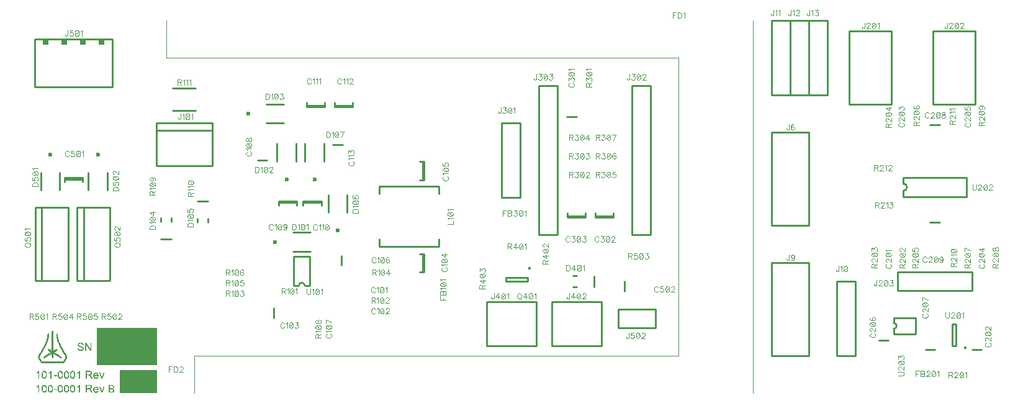
<source format=gbr>
G04 DipTrace 2.4.0.2*
%INTopSilk.gbr*%
%MOIN*%
%ADD10C,0.0098*%
%ADD12C,0.003*%
%ADD24C,0.0013*%
%ADD31C,0.0236*%
%ADD47C,0.0154*%
%ADD111C,0.0046*%
%FSLAX44Y44*%
G04*
G70*
G90*
G75*
G01*
%LNTopSilk*%
%LPD*%
X13757Y4557D2*
D10*
Y5068D1*
X21742Y7992D2*
Y7008D1*
X21817Y7992D2*
Y7008D1*
Y7992D2*
X21581D1*
X21817Y7008D2*
X21581D1*
X21742Y12930D2*
Y11945D1*
X21817Y12930D2*
Y11945D1*
Y12930D2*
X21581D1*
X21817Y11945D2*
X21581D1*
X17399Y7369D2*
Y7881D1*
X13381Y13024D2*
X12869D1*
X14008Y10742D2*
X14992D1*
X14008Y10817D2*
X14992D1*
X14008D2*
Y10581D1*
X14992Y10817D2*
Y10581D1*
X15329Y10731D2*
X16313D1*
X15329Y10805D2*
X16313D1*
X15329D2*
Y10570D1*
X16313Y10805D2*
Y10570D1*
X16492Y15945D2*
X15508D1*
X16492Y15871D2*
X15508D1*
X16492D2*
Y16106D1*
X15508Y15871D2*
Y16106D1*
X17992Y15945D2*
X17008D1*
X17992Y15871D2*
X17008D1*
X17992D2*
Y16106D1*
X17008Y15871D2*
Y16106D1*
X16932Y13851D2*
X17443D1*
X51756Y2836D2*
X51244D1*
X46756Y3338D2*
X46244D1*
X49256Y2836D2*
X48744D1*
X48994Y14914D2*
X49506D1*
X48994Y9664D2*
X49506D1*
X30006Y15336D2*
X29494D1*
X31992Y10008D2*
X31008D1*
X31992Y9933D2*
X31008D1*
X31992D2*
Y10169D1*
X31008Y9933D2*
Y10169D1*
X30492Y10008D2*
X29508D1*
X30492Y9933D2*
X29508D1*
X30492D2*
Y10169D1*
X29508Y9933D2*
Y10169D1*
X2508Y11992D2*
X3492D1*
X2508Y12067D2*
X3492D1*
X2508D2*
Y11831D1*
X3492Y12067D2*
Y11831D1*
X32588Y5994D2*
Y6506D1*
D31*
X13804Y8625D3*
X14769Y9137D2*
D10*
X15713D1*
X14769Y8113D2*
X15713D1*
D31*
X14437Y11992D3*
X13926Y12956D2*
D10*
Y13901D1*
X14949Y12956D2*
Y13901D1*
D31*
X12375Y15509D3*
X13340Y16021D2*
D10*
X14285D1*
X13340Y14997D2*
X14285D1*
X7696Y8769D2*
X8248D1*
X7677Y9714D2*
Y9911D1*
X8267Y9714D2*
Y9911D1*
X10213Y10821D2*
X9662D1*
X10233Y9877D2*
Y9680D1*
X9642Y9877D2*
Y9680D1*
D31*
X17187Y9242D3*
X16676Y10206D2*
D10*
Y11151D1*
X17699Y10206D2*
Y11151D1*
D31*
X15937Y11992D3*
X15426Y12956D2*
D10*
Y13901D1*
X16449Y12956D2*
Y13901D1*
X30953Y6224D2*
Y6776D1*
X30008Y6205D2*
X29811D1*
X30008Y6795D2*
X29811D1*
D31*
X1750Y13321D3*
X2262Y12356D2*
D10*
Y11412D1*
X1238Y12356D2*
Y11412D1*
D31*
X4312Y13321D3*
X4824Y12356D2*
D10*
Y11412D1*
X3801Y12356D2*
Y11412D1*
X40500Y9500D2*
X42500D1*
Y14500D1*
X40500D1*
Y9500D1*
Y2500D2*
X42500D1*
Y7500D1*
X40500D1*
Y2500D1*
X44000D2*
X45000D1*
Y6500D1*
X44000D1*
Y2500D1*
X40500Y16500D2*
X41500D1*
Y20500D1*
X40500D1*
Y16500D1*
X41500D2*
X42500D1*
Y20500D1*
X41500D1*
Y16500D1*
X42500D2*
X43500D1*
Y20500D1*
X42500D1*
Y16500D1*
X7437Y15009D2*
X10437D1*
X7437Y12725D2*
X10437D1*
X7437D2*
Y15009D1*
X10437Y12725D2*
Y15009D1*
X7437Y14615D2*
X10437D1*
X46925Y16016D2*
Y19953D1*
X44661Y16016D2*
X46000D1*
X44661Y19953D2*
X46000D1*
Y16016D2*
X46925D1*
X44661D2*
Y19953D1*
X46925D2*
X46000D1*
X51425Y16016D2*
Y19953D1*
X49161Y16016D2*
X50500D1*
X49161Y19953D2*
X50500D1*
Y16016D2*
X51425D1*
X49161D2*
Y19953D1*
X51425D2*
X50500D1*
X47250Y7000D2*
X51250D1*
Y6000D1*
X47250D1*
Y7000D1*
X26000Y11000D2*
X27000D1*
Y15000D1*
X26000D1*
Y11000D1*
X33000Y9000D2*
X34000D1*
Y17000D1*
X33000D1*
Y9000D1*
X28000D2*
X29000D1*
Y17000D1*
X28000D1*
Y9000D1*
X27846Y5425D2*
X25169D1*
X27846Y3043D2*
Y4500D1*
X25169Y3043D2*
Y4500D1*
X27846D2*
Y5425D1*
Y3043D2*
X25169D1*
Y5425D2*
Y4500D1*
X31346Y5425D2*
X28669D1*
X31346Y3043D2*
Y4500D1*
X28669Y3043D2*
Y4500D1*
X31346D2*
Y5425D1*
Y3043D2*
X28669D1*
Y5425D2*
Y4500D1*
X5091Y19510D2*
X909D1*
Y16951D1*
X5091D1*
Y19510D1*
G36*
X4657Y19225D2*
X4343D1*
Y19540D1*
X4657D1*
Y19225D1*
G37*
G36*
X3658D2*
X3343D1*
Y19540D1*
X3658D1*
Y19225D1*
G37*
G36*
X2657D2*
X2342D1*
Y19540D1*
X2657D1*
Y19225D1*
G37*
G36*
X1657D2*
X1342D1*
Y19540D1*
X1657D1*
Y19225D1*
G37*
X32250Y5000D2*
D10*
X34250D1*
Y4000D1*
X32250D1*
Y5000D1*
X19402Y11610D2*
Y11221D1*
X22623Y11610D2*
X19402D1*
Y8390D2*
Y8779D1*
X22623Y8390D2*
X19402D1*
X22623Y11610D2*
Y11221D1*
Y8390D2*
Y8779D1*
D47*
X27480Y7224D3*
X27388Y6722D2*
D10*
X26207D1*
Y6526D1*
X27388D1*
Y6722D1*
X937Y6531D2*
X2709D1*
Y10469D1*
X937D1*
Y6531D1*
X1291D2*
Y10469D1*
X3187Y6531D2*
X4959D1*
Y10469D1*
X3187D1*
Y6531D1*
X3541D2*
Y10469D1*
X9567Y15682D2*
X8308D1*
X9567Y16864D2*
X8308D1*
X15691Y6276D2*
Y7851D1*
X14825D2*
Y6276D1*
X15691Y7851D2*
X14825D1*
X15691Y6276D2*
X15415D1*
X15100D2*
X14825D1*
X15415D2*
G03X15100Y6276I-158J0D01*
G01*
D47*
X50897Y2942D3*
X50396Y3034D2*
D10*
Y4215D1*
X50199D1*
Y3034D1*
X50396D1*
X47557Y11051D2*
X50943D1*
X47557Y12075D2*
X50943D1*
Y11051D2*
Y12075D1*
X47557Y11051D2*
Y11366D1*
Y11760D2*
Y12075D1*
Y11366D2*
G03X47557Y11760I0J197D01*
G01*
X47043Y3683D2*
X48224D1*
X47043Y4549D2*
X48224D1*
Y3683D2*
Y4549D1*
X47043Y3683D2*
Y3959D1*
Y4274D2*
Y4549D1*
Y3959D2*
G03X47043Y4274I0J158D01*
G01*
X8000Y18500D2*
D24*
X35500D1*
Y2500D1*
X9500D2*
X35500D1*
X8000Y20500D2*
Y18500D1*
X9500Y2500D2*
Y500D1*
X39500Y20500D2*
Y500D1*
G36*
X5500Y1750D2*
X7500D1*
Y500D1*
X5500D1*
Y1750D1*
G37*
G36*
X4250Y4000D2*
X7500D1*
Y2000D1*
X4250D1*
Y4000D1*
G37*
X3653Y957D2*
D12*
X3873D1*
X4873D2*
X5063D1*
X1123Y947D2*
X1133D1*
X1393D2*
X1443D1*
X1723D2*
X1773D1*
X2253D2*
X2303D1*
X2583D2*
X2633D1*
X2913D2*
X2963D1*
X3303D2*
X3313D1*
X3653D2*
X3897D1*
X4873D2*
X5082D1*
X1113Y937D2*
X1133D1*
X1374D2*
X1459D1*
X1704D2*
X1789D1*
X2234D2*
X2319D1*
X2564D2*
X2649D1*
X2894D2*
X2979D1*
X3293D2*
X3313D1*
X3653D2*
X3915D1*
X4873D2*
X5098D1*
X1103Y927D2*
X1133D1*
X1358D2*
X1473D1*
X1688D2*
X1803D1*
X2218D2*
X2333D1*
X2548D2*
X2663D1*
X2878D2*
X2993D1*
X3283D2*
X3313D1*
X3653D2*
X3683D1*
X3879D2*
X3929D1*
X4873D2*
X4903D1*
X5080D2*
X5110D1*
X1093Y917D2*
X1133D1*
X1345D2*
X1375D1*
X1451D2*
X1484D1*
X1675D2*
X1705D1*
X1781D2*
X1814D1*
X2205D2*
X2235D1*
X2311D2*
X2344D1*
X2535D2*
X2565D1*
X2641D2*
X2674D1*
X2865D2*
X2895D1*
X2971D2*
X3004D1*
X3273D2*
X3313D1*
X3653D2*
X3683D1*
X3900D2*
X3940D1*
X4873D2*
X4903D1*
X5095D2*
X5120D1*
X1083Y907D2*
X1133D1*
X1334D2*
X1359D1*
X1466D2*
X1494D1*
X1664D2*
X1689D1*
X1796D2*
X1824D1*
X2194D2*
X2219D1*
X2326D2*
X2354D1*
X2524D2*
X2549D1*
X2656D2*
X2684D1*
X2854D2*
X2879D1*
X2986D2*
X3014D1*
X3263D2*
X3313D1*
X3653D2*
X3683D1*
X3917D2*
X3948D1*
X4873D2*
X4903D1*
X5106D2*
X5128D1*
X1072Y897D2*
X1133D1*
X1325D2*
X1347D1*
X1478D2*
X1502D1*
X1655D2*
X1677D1*
X1808D2*
X1832D1*
X2185D2*
X2207D1*
X2338D2*
X2362D1*
X2515D2*
X2537D1*
X2668D2*
X2692D1*
X2845D2*
X2867D1*
X2998D2*
X3022D1*
X3252D2*
X3313D1*
X3653D2*
X3683D1*
X3926D2*
X3954D1*
X4873D2*
X4903D1*
X5113D2*
X5134D1*
X1061Y887D2*
X1133D1*
X1317D2*
X1338D1*
X1487D2*
X1509D1*
X1647D2*
X1668D1*
X1817D2*
X1839D1*
X2177D2*
X2198D1*
X2347D2*
X2369D1*
X2507D2*
X2528D1*
X2677D2*
X2699D1*
X2837D2*
X2858D1*
X3007D2*
X3029D1*
X3241D2*
X3313D1*
X3653D2*
X3683D1*
X3930D2*
X3958D1*
X4873D2*
X4903D1*
X5118D2*
X5138D1*
X1047Y877D2*
X1133D1*
X1312D2*
X1332D1*
X1494D2*
X1514D1*
X1642D2*
X1662D1*
X1824D2*
X1844D1*
X2172D2*
X2192D1*
X2354D2*
X2374D1*
X2502D2*
X2522D1*
X2684D2*
X2704D1*
X2832D2*
X2852D1*
X3014D2*
X3034D1*
X3227D2*
X3313D1*
X3653D2*
X3683D1*
X3931D2*
X3961D1*
X4873D2*
X4903D1*
X5121D2*
X5141D1*
X1032Y867D2*
X1053D1*
X1103D2*
X1133D1*
X1307D2*
X1327D1*
X1498D2*
X1519D1*
X1637D2*
X1657D1*
X1828D2*
X1849D1*
X2167D2*
X2187D1*
X2358D2*
X2379D1*
X2497D2*
X2517D1*
X2688D2*
X2709D1*
X2827D2*
X2847D1*
X3018D2*
X3039D1*
X3213D2*
X3233D1*
X3283D2*
X3313D1*
X3653D2*
X3683D1*
X3932D2*
X3962D1*
X4873D2*
X4903D1*
X5122D2*
X5142D1*
X1017Y857D2*
X1038D1*
X1103D2*
X1133D1*
X1304D2*
X1325D1*
X1501D2*
X1522D1*
X1634D2*
X1655D1*
X1831D2*
X1852D1*
X2164D2*
X2185D1*
X2361D2*
X2382D1*
X2494D2*
X2515D1*
X2691D2*
X2712D1*
X2824D2*
X2845D1*
X3021D2*
X3042D1*
X3200D2*
X3217D1*
X3283D2*
X3313D1*
X3653D2*
X3683D1*
X3933D2*
X3962D1*
X4163D2*
X4213D1*
X4873D2*
X4903D1*
X5122D2*
X5142D1*
X1003Y847D2*
X1023D1*
X1103D2*
X1133D1*
X1302D2*
X1323D1*
X1504D2*
X1526D1*
X1632D2*
X1653D1*
X1834D2*
X1856D1*
X2162D2*
X2183D1*
X2364D2*
X2386D1*
X2492D2*
X2513D1*
X2694D2*
X2716D1*
X2822D2*
X2843D1*
X3024D2*
X3046D1*
X3190D2*
X3201D1*
X3283D2*
X3313D1*
X3653D2*
X3683D1*
X3932D2*
X3962D1*
X4140D2*
X4231D1*
X4393D2*
X4413D1*
X4603D2*
X4623D1*
X4873D2*
X4903D1*
X5122D2*
X5141D1*
X1103Y837D2*
X1133D1*
X1299D2*
X1321D1*
X1507D2*
X1529D1*
X1629D2*
X1651D1*
X1837D2*
X1859D1*
X2159D2*
X2181D1*
X2367D2*
X2389D1*
X2489D2*
X2511D1*
X2697D2*
X2719D1*
X2819D2*
X2841D1*
X3027D2*
X3049D1*
X3183D2*
D3*
X3283D2*
X3313D1*
X3653D2*
X3683D1*
X3931D2*
X3961D1*
X4121D2*
X4247D1*
X4394D2*
X4414D1*
X4601D2*
X4619D1*
X4873D2*
X4903D1*
X5121D2*
X5138D1*
X1103Y827D2*
X1133D1*
X1296D2*
X1319D1*
X1509D2*
X1531D1*
X1626D2*
X1649D1*
X1839D2*
X1861D1*
X2156D2*
X2179D1*
X2369D2*
X2391D1*
X2486D2*
X2509D1*
X2699D2*
X2721D1*
X2816D2*
X2839D1*
X3029D2*
X3051D1*
X3283D2*
X3313D1*
X3653D2*
X3683D1*
X3928D2*
X3957D1*
X4107D2*
X4143D1*
X4231D2*
X4260D1*
X4397D2*
X4417D1*
X4599D2*
X4616D1*
X4873D2*
X4903D1*
X5118D2*
X5134D1*
X1103Y817D2*
X1133D1*
X1294D2*
X1316D1*
X1511D2*
X1532D1*
X1624D2*
X1646D1*
X1841D2*
X1862D1*
X2154D2*
X2176D1*
X2371D2*
X2392D1*
X2484D2*
X2506D1*
X2701D2*
X2722D1*
X2814D2*
X2836D1*
X3031D2*
X3052D1*
X3283D2*
X3313D1*
X3653D2*
X3683D1*
X3923D2*
X3952D1*
X4096D2*
X4125D1*
X4246D2*
X4271D1*
X4401D2*
X4420D1*
X4596D2*
X4613D1*
X4873D2*
X4903D1*
X5114D2*
X5128D1*
X1103Y807D2*
X1133D1*
X1294D2*
X1314D1*
X1512D2*
X1533D1*
X1624D2*
X1644D1*
X1842D2*
X1863D1*
X2154D2*
X2174D1*
X2372D2*
X2393D1*
X2484D2*
X2504D1*
X2702D2*
X2723D1*
X2814D2*
X2834D1*
X3032D2*
X3053D1*
X3283D2*
X3313D1*
X3653D2*
X3683D1*
X3912D2*
X3946D1*
X4088D2*
X4111D1*
X4258D2*
X4281D1*
X4405D2*
X4423D1*
X4593D2*
X4609D1*
X4873D2*
X4903D1*
X5109D2*
X5119D1*
X1103Y797D2*
X1133D1*
X1293D2*
X1314D1*
X1513D2*
X1533D1*
X1623D2*
X1644D1*
X1843D2*
X1863D1*
X2153D2*
X2174D1*
X2373D2*
X2393D1*
X2483D2*
X2504D1*
X2703D2*
X2723D1*
X2813D2*
X2834D1*
X3033D2*
X3053D1*
X3283D2*
X3313D1*
X3653D2*
X3683D1*
X3898D2*
X3939D1*
X4081D2*
X4100D1*
X4267D2*
X4288D1*
X4409D2*
X4426D1*
X4589D2*
X4605D1*
X4873D2*
X4903D1*
X5103D2*
X5110D1*
X1103Y787D2*
X1133D1*
X1293D2*
X1313D1*
X1513D2*
X1533D1*
X1623D2*
X1643D1*
X1843D2*
X1863D1*
X2153D2*
X2173D1*
X2373D2*
X2393D1*
X2483D2*
X2503D1*
X2703D2*
X2723D1*
X2813D2*
X2833D1*
X3033D2*
X3053D1*
X3283D2*
X3313D1*
X3653D2*
X3683D1*
X3881D2*
X3929D1*
X4076D2*
X4093D1*
X4274D2*
X4294D1*
X4413D2*
X4430D1*
X4585D2*
X4600D1*
X4873D2*
X4903D1*
X5073D2*
X5101D1*
X1103Y777D2*
X1133D1*
X1293D2*
X1313D1*
X1513D2*
X1533D1*
X1623D2*
X1643D1*
X1843D2*
X1863D1*
X2153D2*
X2173D1*
X2373D2*
X2393D1*
X2483D2*
X2503D1*
X2703D2*
X2723D1*
X2813D2*
X2833D1*
X3033D2*
X3053D1*
X3283D2*
X3313D1*
X3653D2*
X3914D1*
X4071D2*
X4088D1*
X4278D2*
X4298D1*
X4416D2*
X4433D1*
X4580D2*
X4597D1*
X4873D2*
X5098D1*
X1103Y767D2*
X1133D1*
X1293D2*
X1313D1*
X1513D2*
X1533D1*
X1623D2*
X1643D1*
X1843D2*
X1863D1*
X2153D2*
X2173D1*
X2373D2*
X2393D1*
X2483D2*
X2503D1*
X2703D2*
X2723D1*
X2813D2*
X2833D1*
X3033D2*
X3053D1*
X3283D2*
X3313D1*
X3653D2*
X3897D1*
X4067D2*
X4085D1*
X4281D2*
X4301D1*
X4420D2*
X4436D1*
X4577D2*
X4593D1*
X4873D2*
X5100D1*
X1103Y757D2*
X1133D1*
X1293D2*
X1313D1*
X1513D2*
X1533D1*
X1623D2*
X1643D1*
X1843D2*
X1863D1*
X2153D2*
X2173D1*
X2373D2*
X2393D1*
X2483D2*
X2503D1*
X2703D2*
X2723D1*
X2813D2*
X2833D1*
X3033D2*
X3053D1*
X3283D2*
X3313D1*
X3653D2*
X3879D1*
X4064D2*
X4084D1*
X4282D2*
X4304D1*
X4423D2*
X4440D1*
X4573D2*
X4590D1*
X4873D2*
X5110D1*
X1103Y747D2*
X1133D1*
X1293D2*
X1313D1*
X1513D2*
X1533D1*
X1623D2*
X1643D1*
X1843D2*
X1863D1*
X2153D2*
X2173D1*
X2373D2*
X2393D1*
X2483D2*
X2503D1*
X2703D2*
X2723D1*
X2813D2*
X2833D1*
X3033D2*
X3053D1*
X3283D2*
X3313D1*
X3653D2*
X3683D1*
X3811D2*
X3865D1*
X4062D2*
X4083D1*
X4282D2*
X4307D1*
X4427D2*
X4443D1*
X4570D2*
X4586D1*
X4873D2*
X4903D1*
X5079D2*
X5121D1*
X1103Y737D2*
X1133D1*
X1293D2*
X1313D1*
X1513D2*
X1533D1*
X1623D2*
X1643D1*
X1843D2*
X1863D1*
X2153D2*
X2173D1*
X2373D2*
X2393D1*
X2483D2*
X2503D1*
X2703D2*
X2723D1*
X2813D2*
X2833D1*
X3033D2*
X3053D1*
X3283D2*
X3313D1*
X3653D2*
X3683D1*
X3827D2*
X3857D1*
X4059D2*
X4083D1*
X4283D2*
X4309D1*
X4431D2*
X4447D1*
X4566D2*
X4583D1*
X4873D2*
X4903D1*
X5100D2*
X5132D1*
X1103Y727D2*
X1133D1*
X1293D2*
X1313D1*
X1513D2*
X1533D1*
X1623D2*
X1643D1*
X1843D2*
X1863D1*
X2153D2*
X2173D1*
X2373D2*
X2393D1*
X2483D2*
X2503D1*
X2703D2*
X2723D1*
X2813D2*
X2833D1*
X3033D2*
X3053D1*
X3283D2*
X3313D1*
X3653D2*
X3683D1*
X3840D2*
X3864D1*
X4056D2*
X4311D1*
X4435D2*
X4451D1*
X4563D2*
X4579D1*
X4873D2*
X4903D1*
X5117D2*
X5142D1*
X1103Y717D2*
X1133D1*
X1293D2*
X1313D1*
X1513D2*
X1533D1*
X1623D2*
X1643D1*
X1843D2*
X1863D1*
X1943D2*
X2083D1*
X2153D2*
X2173D1*
X2373D2*
X2393D1*
X2483D2*
X2503D1*
X2703D2*
X2723D1*
X2813D2*
X2833D1*
X3033D2*
X3053D1*
X3283D2*
X3313D1*
X3653D2*
X3683D1*
X3850D2*
X3873D1*
X4055D2*
X4312D1*
X4439D2*
X4455D1*
X4559D2*
X4575D1*
X4873D2*
X4903D1*
X5126D2*
X5150D1*
X1103Y707D2*
X1133D1*
X1293D2*
X1313D1*
X1512D2*
X1533D1*
X1623D2*
X1643D1*
X1842D2*
X1863D1*
X1943D2*
X2083D1*
X2153D2*
X2173D1*
X2372D2*
X2393D1*
X2483D2*
X2503D1*
X2702D2*
X2723D1*
X2813D2*
X2833D1*
X3032D2*
X3053D1*
X3283D2*
X3313D1*
X3653D2*
X3683D1*
X3858D2*
X3883D1*
X4054D2*
X4313D1*
X4443D2*
X4459D1*
X4556D2*
X4570D1*
X4873D2*
X4903D1*
X5130D2*
X5157D1*
X1103Y697D2*
X1133D1*
X1294D2*
X1314D1*
X1511D2*
X1532D1*
X1624D2*
X1644D1*
X1841D2*
X1862D1*
X1943D2*
X2083D1*
X2154D2*
X2174D1*
X2371D2*
X2392D1*
X2484D2*
X2504D1*
X2701D2*
X2722D1*
X2814D2*
X2834D1*
X3031D2*
X3052D1*
X3283D2*
X3313D1*
X3653D2*
X3683D1*
X3866D2*
X3893D1*
X4055D2*
X4083D1*
X4446D2*
X4463D1*
X4553D2*
X4567D1*
X4873D2*
X4903D1*
X5131D2*
X5160D1*
X1103Y687D2*
X1133D1*
X1297D2*
X1317D1*
X1509D2*
X1531D1*
X1627D2*
X1647D1*
X1839D2*
X1861D1*
X2157D2*
X2177D1*
X2369D2*
X2391D1*
X2487D2*
X2507D1*
X2699D2*
X2721D1*
X2817D2*
X2837D1*
X3029D2*
X3051D1*
X3283D2*
X3313D1*
X3653D2*
X3683D1*
X3874D2*
X3902D1*
X4057D2*
X4083D1*
X4450D2*
X4466D1*
X4549D2*
X4563D1*
X4873D2*
X4903D1*
X5132D2*
X5162D1*
X1103Y677D2*
X1133D1*
X1299D2*
X1319D1*
X1506D2*
X1529D1*
X1629D2*
X1649D1*
X1836D2*
X1859D1*
X2159D2*
X2179D1*
X2366D2*
X2389D1*
X2489D2*
X2509D1*
X2696D2*
X2719D1*
X2819D2*
X2839D1*
X3026D2*
X3049D1*
X3283D2*
X3313D1*
X3653D2*
X3683D1*
X3882D2*
X3911D1*
X4060D2*
X4083D1*
X4453D2*
X4470D1*
X4545D2*
X4560D1*
X4873D2*
X4903D1*
X5133D2*
X5162D1*
X1103Y667D2*
X1133D1*
X1302D2*
X1322D1*
X1504D2*
X1526D1*
X1632D2*
X1652D1*
X1834D2*
X1856D1*
X2162D2*
X2182D1*
X2364D2*
X2386D1*
X2492D2*
X2512D1*
X2694D2*
X2716D1*
X2822D2*
X2842D1*
X3024D2*
X3046D1*
X3283D2*
X3313D1*
X3653D2*
X3683D1*
X3889D2*
X3918D1*
X4062D2*
X4083D1*
X4457D2*
X4473D1*
X4540D2*
X4556D1*
X4873D2*
X4903D1*
X5133D2*
X5163D1*
X1103Y657D2*
X1133D1*
X1304D2*
X1324D1*
X1502D2*
X1523D1*
X1634D2*
X1654D1*
X1832D2*
X1853D1*
X2164D2*
X2184D1*
X2362D2*
X2383D1*
X2494D2*
X2514D1*
X2692D2*
X2713D1*
X2824D2*
X2844D1*
X3022D2*
X3043D1*
X3283D2*
X3313D1*
X3653D2*
X3683D1*
X3896D2*
X3925D1*
X4064D2*
X4085D1*
X4461D2*
X4476D1*
X4536D2*
X4553D1*
X4873D2*
X4903D1*
X5133D2*
X5162D1*
X1103Y647D2*
X1133D1*
X1307D2*
X1327D1*
X1499D2*
X1519D1*
X1637D2*
X1657D1*
X1829D2*
X1849D1*
X2167D2*
X2187D1*
X2359D2*
X2379D1*
X2497D2*
X2517D1*
X2689D2*
X2709D1*
X2827D2*
X2847D1*
X3019D2*
X3039D1*
X3283D2*
X3313D1*
X3653D2*
X3683D1*
X3903D2*
X3930D1*
X4067D2*
X4087D1*
X4465D2*
X4480D1*
X4532D2*
X4549D1*
X4873D2*
X4903D1*
X5132D2*
X5161D1*
X1103Y637D2*
X1133D1*
X1311D2*
X1331D1*
X1494D2*
X1514D1*
X1641D2*
X1661D1*
X1824D2*
X1844D1*
X2171D2*
X2191D1*
X2354D2*
X2374D1*
X2501D2*
X2521D1*
X2684D2*
X2704D1*
X2831D2*
X2851D1*
X3014D2*
X3034D1*
X3283D2*
X3313D1*
X3653D2*
X3683D1*
X3909D2*
X3936D1*
X4071D2*
X4092D1*
X4469D2*
X4485D1*
X4524D2*
X4545D1*
X4873D2*
X4903D1*
X5131D2*
X5158D1*
X1103Y627D2*
X1133D1*
X1317D2*
X1338D1*
X1488D2*
X1509D1*
X1647D2*
X1668D1*
X1818D2*
X1839D1*
X2177D2*
X2198D1*
X2348D2*
X2369D1*
X2507D2*
X2528D1*
X2678D2*
X2699D1*
X2837D2*
X2858D1*
X3008D2*
X3029D1*
X3283D2*
X3313D1*
X3653D2*
X3683D1*
X3916D2*
X3943D1*
X4076D2*
X4097D1*
X4473D2*
X4498D1*
X4505D2*
X4540D1*
X4873D2*
X4903D1*
X5127D2*
X5154D1*
X1103Y617D2*
X1133D1*
X1324D2*
X1347D1*
X1479D2*
X1502D1*
X1654D2*
X1677D1*
X1809D2*
X1832D1*
X2184D2*
X2207D1*
X2339D2*
X2362D1*
X2514D2*
X2537D1*
X2669D2*
X2692D1*
X2844D2*
X2867D1*
X2999D2*
X3022D1*
X3283D2*
X3313D1*
X3653D2*
X3683D1*
X3923D2*
X3950D1*
X4081D2*
X4106D1*
X4273D2*
X4303D1*
X4476D2*
X4537D1*
X4873D2*
X4903D1*
X5118D2*
X5148D1*
X1103Y607D2*
X1133D1*
X1331D2*
X1373D1*
X1453D2*
X1494D1*
X1661D2*
X1703D1*
X1783D2*
X1824D1*
X2191D2*
X2233D1*
X2313D2*
X2354D1*
X2521D2*
X2563D1*
X2643D2*
X2684D1*
X2851D2*
X2893D1*
X2973D2*
X3014D1*
X3283D2*
X3313D1*
X3653D2*
X3683D1*
X3929D2*
X3956D1*
X4087D2*
X4116D1*
X4262D2*
X4293D1*
X4480D2*
X4533D1*
X4873D2*
X4903D1*
X5106D2*
X5140D1*
X1103Y597D2*
X1133D1*
X1341D2*
X1413D1*
X1412D2*
X1485D1*
X1671D2*
X1743D1*
X1742D2*
X1815D1*
X2201D2*
X2273D1*
X2272D2*
X2345D1*
X2531D2*
X2603D1*
X2602D2*
X2675D1*
X2861D2*
X2933D1*
X2932D2*
X3005D1*
X3283D2*
X3313D1*
X3653D2*
X3683D1*
X3935D2*
X3963D1*
X4095D2*
X4144D1*
X4233D2*
X4283D1*
X4483D2*
X4530D1*
X4873D2*
X4903D1*
X5090D2*
X5129D1*
X1103Y587D2*
X1133D1*
X1355D2*
X1472D1*
X1685D2*
X1802D1*
X2215D2*
X2332D1*
X2545D2*
X2662D1*
X2875D2*
X2992D1*
X3283D2*
X3313D1*
X3653D2*
X3683D1*
X3940D2*
X3969D1*
X4106D2*
X4188D1*
X4272D1*
X4486D2*
X4526D1*
X4873D2*
X5114D1*
X1103Y577D2*
X1133D1*
X1373D2*
X1458D1*
X1703D2*
X1788D1*
X2233D2*
X2318D1*
X2563D2*
X2648D1*
X2893D2*
X2978D1*
X3283D2*
X3313D1*
X3653D2*
X3683D1*
X3946D2*
X3976D1*
X4121D2*
X4259D1*
X4490D2*
X4524D1*
X4873D2*
X5095D1*
X1103Y567D2*
X1133D1*
X1393D2*
X1443D1*
X1723D2*
X1773D1*
X2253D2*
X2303D1*
X2583D2*
X2633D1*
X2913D2*
X2963D1*
X3283D2*
X3313D1*
X3653D2*
X3683D1*
X3953D2*
X3983D1*
X4141D2*
X4242D1*
X4493D2*
X4523D1*
X4873D2*
X5073D1*
X4163Y557D2*
X4223D1*
X3653Y1707D2*
X3873D1*
X1123Y1697D2*
X1133D1*
X1393D2*
X1443D1*
X1783D2*
X1793D1*
X2253D2*
X2303D1*
X2583D2*
X2633D1*
X2913D2*
X2963D1*
X3303D2*
X3313D1*
X3653D2*
X3897D1*
X1113Y1687D2*
X1133D1*
X1374D2*
X1459D1*
X1773D2*
X1793D1*
X2234D2*
X2319D1*
X2564D2*
X2649D1*
X2894D2*
X2979D1*
X3293D2*
X3313D1*
X3653D2*
X3915D1*
X1103Y1677D2*
X1133D1*
X1358D2*
X1473D1*
X1763D2*
X1793D1*
X2218D2*
X2333D1*
X2548D2*
X2663D1*
X2878D2*
X2993D1*
X3283D2*
X3313D1*
X3653D2*
X3683D1*
X3879D2*
X3929D1*
X1093Y1667D2*
X1133D1*
X1345D2*
X1375D1*
X1451D2*
X1484D1*
X1753D2*
X1793D1*
X2205D2*
X2235D1*
X2311D2*
X2344D1*
X2535D2*
X2565D1*
X2641D2*
X2674D1*
X2865D2*
X2895D1*
X2971D2*
X3004D1*
X3273D2*
X3313D1*
X3653D2*
X3683D1*
X3900D2*
X3940D1*
X1083Y1657D2*
X1133D1*
X1334D2*
X1359D1*
X1466D2*
X1494D1*
X1743D2*
X1793D1*
X2194D2*
X2219D1*
X2326D2*
X2354D1*
X2524D2*
X2549D1*
X2656D2*
X2684D1*
X2854D2*
X2879D1*
X2986D2*
X3014D1*
X3263D2*
X3313D1*
X3653D2*
X3683D1*
X3917D2*
X3948D1*
X1072Y1647D2*
X1133D1*
X1325D2*
X1347D1*
X1478D2*
X1502D1*
X1732D2*
X1793D1*
X2185D2*
X2207D1*
X2338D2*
X2362D1*
X2515D2*
X2537D1*
X2668D2*
X2692D1*
X2845D2*
X2867D1*
X2998D2*
X3022D1*
X3252D2*
X3313D1*
X3653D2*
X3683D1*
X3926D2*
X3954D1*
X1061Y1637D2*
X1133D1*
X1317D2*
X1338D1*
X1487D2*
X1509D1*
X1721D2*
X1793D1*
X2177D2*
X2198D1*
X2347D2*
X2369D1*
X2507D2*
X2528D1*
X2677D2*
X2699D1*
X2837D2*
X2858D1*
X3007D2*
X3029D1*
X3241D2*
X3313D1*
X3653D2*
X3683D1*
X3930D2*
X3958D1*
X1047Y1627D2*
X1133D1*
X1312D2*
X1332D1*
X1494D2*
X1514D1*
X1707D2*
X1793D1*
X2172D2*
X2192D1*
X2354D2*
X2374D1*
X2502D2*
X2522D1*
X2684D2*
X2704D1*
X2832D2*
X2852D1*
X3014D2*
X3034D1*
X3227D2*
X3313D1*
X3653D2*
X3683D1*
X3931D2*
X3961D1*
X1032Y1617D2*
X1053D1*
X1103D2*
X1133D1*
X1307D2*
X1327D1*
X1498D2*
X1519D1*
X1693D2*
X1713D1*
X1763D2*
X1793D1*
X2167D2*
X2187D1*
X2358D2*
X2379D1*
X2497D2*
X2517D1*
X2688D2*
X2709D1*
X2827D2*
X2847D1*
X3018D2*
X3039D1*
X3213D2*
X3233D1*
X3283D2*
X3313D1*
X3653D2*
X3683D1*
X3932D2*
X3962D1*
X1017Y1607D2*
X1038D1*
X1103D2*
X1133D1*
X1304D2*
X1325D1*
X1501D2*
X1522D1*
X1680D2*
X1697D1*
X1763D2*
X1793D1*
X2164D2*
X2185D1*
X2361D2*
X2382D1*
X2494D2*
X2515D1*
X2691D2*
X2712D1*
X2824D2*
X2845D1*
X3021D2*
X3042D1*
X3200D2*
X3217D1*
X3283D2*
X3313D1*
X3653D2*
X3683D1*
X3933D2*
X3962D1*
X4163D2*
X4213D1*
X1003Y1597D2*
X1023D1*
X1103D2*
X1133D1*
X1302D2*
X1323D1*
X1504D2*
X1526D1*
X1670D2*
X1681D1*
X1763D2*
X1793D1*
X2162D2*
X2183D1*
X2364D2*
X2386D1*
X2492D2*
X2513D1*
X2694D2*
X2716D1*
X2822D2*
X2843D1*
X3024D2*
X3046D1*
X3190D2*
X3201D1*
X3283D2*
X3313D1*
X3653D2*
X3683D1*
X3932D2*
X3962D1*
X4140D2*
X4231D1*
X4393D2*
X4413D1*
X4603D2*
X4623D1*
X1103Y1587D2*
X1133D1*
X1299D2*
X1321D1*
X1507D2*
X1529D1*
X1663D2*
D3*
X1763D2*
X1793D1*
X2159D2*
X2181D1*
X2367D2*
X2389D1*
X2489D2*
X2511D1*
X2697D2*
X2719D1*
X2819D2*
X2841D1*
X3027D2*
X3049D1*
X3183D2*
D3*
X3283D2*
X3313D1*
X3653D2*
X3683D1*
X3931D2*
X3961D1*
X4121D2*
X4247D1*
X4394D2*
X4414D1*
X4601D2*
X4619D1*
X1103Y1577D2*
X1133D1*
X1296D2*
X1319D1*
X1509D2*
X1531D1*
X1763D2*
X1793D1*
X2156D2*
X2179D1*
X2369D2*
X2391D1*
X2486D2*
X2509D1*
X2699D2*
X2721D1*
X2816D2*
X2839D1*
X3029D2*
X3051D1*
X3283D2*
X3313D1*
X3653D2*
X3683D1*
X3928D2*
X3957D1*
X4107D2*
X4143D1*
X4231D2*
X4260D1*
X4397D2*
X4417D1*
X4599D2*
X4616D1*
X1103Y1567D2*
X1133D1*
X1294D2*
X1316D1*
X1511D2*
X1532D1*
X1763D2*
X1793D1*
X2154D2*
X2176D1*
X2371D2*
X2392D1*
X2484D2*
X2506D1*
X2701D2*
X2722D1*
X2814D2*
X2836D1*
X3031D2*
X3052D1*
X3283D2*
X3313D1*
X3653D2*
X3683D1*
X3923D2*
X3952D1*
X4096D2*
X4125D1*
X4246D2*
X4271D1*
X4401D2*
X4420D1*
X4596D2*
X4613D1*
X1103Y1557D2*
X1133D1*
X1294D2*
X1314D1*
X1512D2*
X1533D1*
X1763D2*
X1793D1*
X2154D2*
X2174D1*
X2372D2*
X2393D1*
X2484D2*
X2504D1*
X2702D2*
X2723D1*
X2814D2*
X2834D1*
X3032D2*
X3053D1*
X3283D2*
X3313D1*
X3653D2*
X3683D1*
X3912D2*
X3946D1*
X4088D2*
X4111D1*
X4258D2*
X4281D1*
X4405D2*
X4423D1*
X4593D2*
X4609D1*
X1103Y1547D2*
X1133D1*
X1293D2*
X1314D1*
X1513D2*
X1533D1*
X1763D2*
X1793D1*
X2153D2*
X2174D1*
X2373D2*
X2393D1*
X2483D2*
X2504D1*
X2703D2*
X2723D1*
X2813D2*
X2834D1*
X3033D2*
X3053D1*
X3283D2*
X3313D1*
X3653D2*
X3683D1*
X3898D2*
X3939D1*
X4081D2*
X4100D1*
X4267D2*
X4288D1*
X4409D2*
X4426D1*
X4589D2*
X4605D1*
X1103Y1537D2*
X1133D1*
X1293D2*
X1313D1*
X1513D2*
X1533D1*
X1763D2*
X1793D1*
X2153D2*
X2173D1*
X2373D2*
X2393D1*
X2483D2*
X2503D1*
X2703D2*
X2723D1*
X2813D2*
X2833D1*
X3033D2*
X3053D1*
X3283D2*
X3313D1*
X3653D2*
X3683D1*
X3881D2*
X3929D1*
X4076D2*
X4093D1*
X4274D2*
X4294D1*
X4413D2*
X4430D1*
X4585D2*
X4600D1*
X1103Y1527D2*
X1133D1*
X1293D2*
X1313D1*
X1513D2*
X1533D1*
X1763D2*
X1793D1*
X2153D2*
X2173D1*
X2373D2*
X2393D1*
X2483D2*
X2503D1*
X2703D2*
X2723D1*
X2813D2*
X2833D1*
X3033D2*
X3053D1*
X3283D2*
X3313D1*
X3653D2*
X3914D1*
X4071D2*
X4088D1*
X4278D2*
X4298D1*
X4416D2*
X4433D1*
X4580D2*
X4597D1*
X1103Y1517D2*
X1133D1*
X1293D2*
X1313D1*
X1513D2*
X1533D1*
X1763D2*
X1793D1*
X2153D2*
X2173D1*
X2373D2*
X2393D1*
X2483D2*
X2503D1*
X2703D2*
X2723D1*
X2813D2*
X2833D1*
X3033D2*
X3053D1*
X3283D2*
X3313D1*
X3653D2*
X3897D1*
X4067D2*
X4085D1*
X4281D2*
X4301D1*
X4420D2*
X4436D1*
X4577D2*
X4593D1*
X1103Y1507D2*
X1133D1*
X1293D2*
X1313D1*
X1513D2*
X1533D1*
X1763D2*
X1793D1*
X2153D2*
X2173D1*
X2373D2*
X2393D1*
X2483D2*
X2503D1*
X2703D2*
X2723D1*
X2813D2*
X2833D1*
X3033D2*
X3053D1*
X3283D2*
X3313D1*
X3653D2*
X3879D1*
X4064D2*
X4084D1*
X4282D2*
X4304D1*
X4423D2*
X4440D1*
X4573D2*
X4590D1*
X1103Y1497D2*
X1133D1*
X1293D2*
X1313D1*
X1513D2*
X1533D1*
X1763D2*
X1793D1*
X2153D2*
X2173D1*
X2373D2*
X2393D1*
X2483D2*
X2503D1*
X2703D2*
X2723D1*
X2813D2*
X2833D1*
X3033D2*
X3053D1*
X3283D2*
X3313D1*
X3653D2*
X3683D1*
X3811D2*
X3865D1*
X4062D2*
X4083D1*
X4282D2*
X4307D1*
X4427D2*
X4443D1*
X4570D2*
X4586D1*
X1103Y1487D2*
X1133D1*
X1293D2*
X1313D1*
X1513D2*
X1533D1*
X1763D2*
X1793D1*
X2153D2*
X2173D1*
X2373D2*
X2393D1*
X2483D2*
X2503D1*
X2703D2*
X2723D1*
X2813D2*
X2833D1*
X3033D2*
X3053D1*
X3283D2*
X3313D1*
X3653D2*
X3683D1*
X3827D2*
X3857D1*
X4059D2*
X4083D1*
X4283D2*
X4309D1*
X4431D2*
X4447D1*
X4566D2*
X4583D1*
X1103Y1477D2*
X1133D1*
X1293D2*
X1313D1*
X1513D2*
X1533D1*
X1763D2*
X1793D1*
X2153D2*
X2173D1*
X2373D2*
X2393D1*
X2483D2*
X2503D1*
X2703D2*
X2723D1*
X2813D2*
X2833D1*
X3033D2*
X3053D1*
X3283D2*
X3313D1*
X3653D2*
X3683D1*
X3840D2*
X3864D1*
X4056D2*
X4311D1*
X4435D2*
X4451D1*
X4563D2*
X4579D1*
X1103Y1467D2*
X1133D1*
X1293D2*
X1313D1*
X1513D2*
X1533D1*
X1763D2*
X1793D1*
X1943D2*
X2083D1*
X2153D2*
X2173D1*
X2373D2*
X2393D1*
X2483D2*
X2503D1*
X2703D2*
X2723D1*
X2813D2*
X2833D1*
X3033D2*
X3053D1*
X3283D2*
X3313D1*
X3653D2*
X3683D1*
X3850D2*
X3873D1*
X4055D2*
X4312D1*
X4439D2*
X4455D1*
X4559D2*
X4575D1*
X1103Y1457D2*
X1133D1*
X1293D2*
X1313D1*
X1512D2*
X1533D1*
X1763D2*
X1793D1*
X1943D2*
X2083D1*
X2153D2*
X2173D1*
X2372D2*
X2393D1*
X2483D2*
X2503D1*
X2702D2*
X2723D1*
X2813D2*
X2833D1*
X3032D2*
X3053D1*
X3283D2*
X3313D1*
X3653D2*
X3683D1*
X3858D2*
X3883D1*
X4054D2*
X4313D1*
X4443D2*
X4459D1*
X4556D2*
X4570D1*
X1103Y1447D2*
X1133D1*
X1294D2*
X1314D1*
X1511D2*
X1532D1*
X1763D2*
X1793D1*
X1943D2*
X2083D1*
X2154D2*
X2174D1*
X2371D2*
X2392D1*
X2484D2*
X2504D1*
X2701D2*
X2722D1*
X2814D2*
X2834D1*
X3031D2*
X3052D1*
X3283D2*
X3313D1*
X3653D2*
X3683D1*
X3866D2*
X3893D1*
X4055D2*
X4083D1*
X4446D2*
X4463D1*
X4553D2*
X4567D1*
X1103Y1437D2*
X1133D1*
X1297D2*
X1317D1*
X1509D2*
X1531D1*
X1763D2*
X1793D1*
X2157D2*
X2177D1*
X2369D2*
X2391D1*
X2487D2*
X2507D1*
X2699D2*
X2721D1*
X2817D2*
X2837D1*
X3029D2*
X3051D1*
X3283D2*
X3313D1*
X3653D2*
X3683D1*
X3874D2*
X3902D1*
X4057D2*
X4083D1*
X4450D2*
X4466D1*
X4549D2*
X4563D1*
X1103Y1427D2*
X1133D1*
X1299D2*
X1319D1*
X1506D2*
X1529D1*
X1763D2*
X1793D1*
X2159D2*
X2179D1*
X2366D2*
X2389D1*
X2489D2*
X2509D1*
X2696D2*
X2719D1*
X2819D2*
X2839D1*
X3026D2*
X3049D1*
X3283D2*
X3313D1*
X3653D2*
X3683D1*
X3882D2*
X3911D1*
X4060D2*
X4083D1*
X4453D2*
X4470D1*
X4545D2*
X4560D1*
X1103Y1417D2*
X1133D1*
X1302D2*
X1322D1*
X1504D2*
X1526D1*
X1763D2*
X1793D1*
X2162D2*
X2182D1*
X2364D2*
X2386D1*
X2492D2*
X2512D1*
X2694D2*
X2716D1*
X2822D2*
X2842D1*
X3024D2*
X3046D1*
X3283D2*
X3313D1*
X3653D2*
X3683D1*
X3889D2*
X3918D1*
X4062D2*
X4083D1*
X4457D2*
X4473D1*
X4540D2*
X4556D1*
X1103Y1407D2*
X1133D1*
X1304D2*
X1324D1*
X1502D2*
X1523D1*
X1763D2*
X1793D1*
X2164D2*
X2184D1*
X2362D2*
X2383D1*
X2494D2*
X2514D1*
X2692D2*
X2713D1*
X2824D2*
X2844D1*
X3022D2*
X3043D1*
X3283D2*
X3313D1*
X3653D2*
X3683D1*
X3896D2*
X3925D1*
X4064D2*
X4085D1*
X4461D2*
X4476D1*
X4536D2*
X4553D1*
X1103Y1397D2*
X1133D1*
X1307D2*
X1327D1*
X1499D2*
X1519D1*
X1763D2*
X1793D1*
X2167D2*
X2187D1*
X2359D2*
X2379D1*
X2497D2*
X2517D1*
X2689D2*
X2709D1*
X2827D2*
X2847D1*
X3019D2*
X3039D1*
X3283D2*
X3313D1*
X3653D2*
X3683D1*
X3903D2*
X3930D1*
X4067D2*
X4087D1*
X4465D2*
X4480D1*
X4532D2*
X4549D1*
X1103Y1387D2*
X1133D1*
X1311D2*
X1331D1*
X1494D2*
X1514D1*
X1763D2*
X1793D1*
X2171D2*
X2191D1*
X2354D2*
X2374D1*
X2501D2*
X2521D1*
X2684D2*
X2704D1*
X2831D2*
X2851D1*
X3014D2*
X3034D1*
X3283D2*
X3313D1*
X3653D2*
X3683D1*
X3909D2*
X3936D1*
X4071D2*
X4092D1*
X4469D2*
X4485D1*
X4524D2*
X4545D1*
X1103Y1377D2*
X1133D1*
X1317D2*
X1338D1*
X1488D2*
X1509D1*
X1763D2*
X1793D1*
X2177D2*
X2198D1*
X2348D2*
X2369D1*
X2507D2*
X2528D1*
X2678D2*
X2699D1*
X2837D2*
X2858D1*
X3008D2*
X3029D1*
X3283D2*
X3313D1*
X3653D2*
X3683D1*
X3916D2*
X3943D1*
X4076D2*
X4097D1*
X4473D2*
X4498D1*
X4505D2*
X4540D1*
X1103Y1367D2*
X1133D1*
X1324D2*
X1347D1*
X1479D2*
X1502D1*
X1763D2*
X1793D1*
X2184D2*
X2207D1*
X2339D2*
X2362D1*
X2514D2*
X2537D1*
X2669D2*
X2692D1*
X2844D2*
X2867D1*
X2999D2*
X3022D1*
X3283D2*
X3313D1*
X3653D2*
X3683D1*
X3923D2*
X3950D1*
X4081D2*
X4106D1*
X4273D2*
X4303D1*
X4476D2*
X4537D1*
X1103Y1357D2*
X1133D1*
X1331D2*
X1373D1*
X1453D2*
X1494D1*
X1763D2*
X1793D1*
X2191D2*
X2233D1*
X2313D2*
X2354D1*
X2521D2*
X2563D1*
X2643D2*
X2684D1*
X2851D2*
X2893D1*
X2973D2*
X3014D1*
X3283D2*
X3313D1*
X3653D2*
X3683D1*
X3929D2*
X3956D1*
X4087D2*
X4116D1*
X4262D2*
X4293D1*
X4480D2*
X4533D1*
X1103Y1347D2*
X1133D1*
X1341D2*
X1413D1*
X1412D2*
X1485D1*
X1763D2*
X1793D1*
X2201D2*
X2273D1*
X2272D2*
X2345D1*
X2531D2*
X2603D1*
X2602D2*
X2675D1*
X2861D2*
X2933D1*
X2932D2*
X3005D1*
X3283D2*
X3313D1*
X3653D2*
X3683D1*
X3935D2*
X3963D1*
X4095D2*
X4144D1*
X4233D2*
X4283D1*
X4483D2*
X4530D1*
X1103Y1337D2*
X1133D1*
X1355D2*
X1472D1*
X1763D2*
X1793D1*
X2215D2*
X2332D1*
X2545D2*
X2662D1*
X2875D2*
X2992D1*
X3283D2*
X3313D1*
X3653D2*
X3683D1*
X3940D2*
X3969D1*
X4106D2*
X4188D1*
X4272D1*
X4486D2*
X4526D1*
X1103Y1327D2*
X1133D1*
X1373D2*
X1458D1*
X1763D2*
X1793D1*
X2233D2*
X2318D1*
X2563D2*
X2648D1*
X2893D2*
X2978D1*
X3283D2*
X3313D1*
X3653D2*
X3683D1*
X3946D2*
X3976D1*
X4121D2*
X4259D1*
X4490D2*
X4524D1*
X1103Y1317D2*
X1133D1*
X1393D2*
X1443D1*
X1763D2*
X1793D1*
X2253D2*
X2303D1*
X2583D2*
X2633D1*
X2913D2*
X2963D1*
X3283D2*
X3313D1*
X3653D2*
X3683D1*
X3953D2*
X3983D1*
X4141D2*
X4242D1*
X4493D2*
X4523D1*
X4163Y1307D2*
X4223D1*
X3333Y3217D2*
X3393D1*
X3307Y3207D2*
X3418D1*
X3623D2*
X3653D1*
X3903D2*
X3933D1*
X3286Y3197D2*
X3439D1*
X3623D2*
X3659D1*
X3903D2*
X3933D1*
X3270Y3187D2*
X3305D1*
X3421D2*
X3456D1*
X3623D2*
X3666D1*
X3903D2*
X3933D1*
X3257Y3177D2*
X3289D1*
X3437D2*
X3468D1*
X3623D2*
X3673D1*
X3903D2*
X3933D1*
X3248Y3167D2*
X3276D1*
X3450D2*
X3477D1*
X3623D2*
X3679D1*
X3903D2*
X3933D1*
X3242Y3157D2*
X3266D1*
X3460D2*
X3484D1*
X3623D2*
X3686D1*
X3903D2*
X3933D1*
X3237Y3147D2*
X3258D1*
X3467D2*
X3490D1*
X3623D2*
X3694D1*
X3903D2*
X3933D1*
X3235Y3137D2*
X3255D1*
X3470D2*
X3495D1*
X3623D2*
X3702D1*
X3903D2*
X3933D1*
X3234Y3127D2*
X3254D1*
X3472D2*
X3499D1*
X3623D2*
X3643D1*
X3682D2*
X3709D1*
X3903D2*
X3933D1*
X3233Y3117D2*
X3253D1*
X3473D2*
X3503D1*
X3623D2*
X3643D1*
X3691D2*
X3716D1*
X3903D2*
X3933D1*
X3233Y3107D2*
X3253D1*
X3623D2*
X3643D1*
X3699D2*
X3723D1*
X3903D2*
X3933D1*
X3235Y3097D2*
X3255D1*
X3623D2*
X3643D1*
X3706D2*
X3729D1*
X3903D2*
X3933D1*
X3237Y3087D2*
X3258D1*
X3623D2*
X3643D1*
X3713D2*
X3736D1*
X3903D2*
X3933D1*
X3242Y3077D2*
X3268D1*
X3623D2*
X3643D1*
X3719D2*
X3743D1*
X3903D2*
X3933D1*
X3248Y3067D2*
X3283D1*
X3623D2*
X3643D1*
X3726D2*
X3749D1*
X3903D2*
X3933D1*
X3257Y3057D2*
X3304D1*
X3623D2*
X3643D1*
X3733D2*
X3756D1*
X3903D2*
X3933D1*
X3269Y3047D2*
X3333D1*
X3623D2*
X3643D1*
X3739D2*
X3763D1*
X3903D2*
X3933D1*
X3284Y3037D2*
X3365D1*
X3623D2*
X3643D1*
X3746D2*
X3769D1*
X3903D2*
X3933D1*
X3306Y3027D2*
X3396D1*
X3623D2*
X3643D1*
X3753D2*
X3776D1*
X3903D2*
X3933D1*
X3333Y3017D2*
X3424D1*
X3623D2*
X3643D1*
X3759D2*
X3783D1*
X3903D2*
X3933D1*
X3365Y3007D2*
X3447D1*
X3623D2*
X3643D1*
X3766D2*
X3789D1*
X3903D2*
X3933D1*
X3398Y2997D2*
X3465D1*
X3623D2*
X3643D1*
X3773D2*
X3796D1*
X3903D2*
X3933D1*
X3427Y2987D2*
X3479D1*
X3623D2*
X3643D1*
X3779D2*
X3803D1*
X3903D2*
X3933D1*
X3449Y2977D2*
X3490D1*
X3623D2*
X3643D1*
X3786D2*
X3809D1*
X3903D2*
X3933D1*
X3465Y2967D2*
X3498D1*
X3623D2*
X3643D1*
X3793D2*
X3816D1*
X3903D2*
X3933D1*
X3476Y2957D2*
X3504D1*
X3623D2*
X3643D1*
X3799D2*
X3824D1*
X3903D2*
X3933D1*
X3483Y2947D2*
X3508D1*
X3623D2*
X3643D1*
X3806D2*
X3832D1*
X3903D2*
X3933D1*
X3488Y2937D2*
X3511D1*
X3623D2*
X3643D1*
X3814D2*
X3839D1*
X3903D2*
X3933D1*
X3223Y2927D2*
X3233D1*
X3491D2*
X3512D1*
X3623D2*
X3643D1*
X3822D2*
X3846D1*
X3903D2*
X3933D1*
X3213Y2917D2*
X3238D1*
X3492D2*
X3512D1*
X3623D2*
X3643D1*
X3829D2*
X3854D1*
X3902D2*
X3933D1*
X3218Y2907D2*
X3242D1*
X3492D2*
X3512D1*
X3623D2*
X3643D1*
X3836D2*
X3863D1*
X3899D2*
X3933D1*
X3222Y2897D2*
X3246D1*
X3491D2*
X3511D1*
X3623D2*
X3643D1*
X3843D2*
X3877D1*
X3887D2*
X3933D1*
X3226Y2887D2*
X3251D1*
X3488D2*
X3508D1*
X3623D2*
X3643D1*
X3849D2*
X3933D1*
X3231Y2877D2*
X3258D1*
X3484D2*
X3504D1*
X3623D2*
X3643D1*
X3856D2*
X3933D1*
X3237Y2867D2*
X3267D1*
X3478D2*
X3498D1*
X3623D2*
X3643D1*
X3863D2*
X3933D1*
X3245Y2857D2*
X3280D1*
X3460D2*
X3491D1*
X3623D2*
X3643D1*
X3869D2*
X3933D1*
X3256Y2847D2*
X3316D1*
X3428D2*
X3481D1*
X3623D2*
X3643D1*
X3876D2*
X3933D1*
X3270Y2837D2*
X3373D1*
X3372D2*
X3470D1*
X3623D2*
X3643D1*
X3883D2*
X3933D1*
X3288Y2827D2*
X3455D1*
X3623D2*
X3643D1*
X3888D2*
X3933D1*
X3309Y2817D2*
X3435D1*
X3623D2*
X3643D1*
X3893D2*
X3933D1*
X3333Y2807D2*
X3413D1*
X1857Y3888D2*
D3*
X1844Y3858D2*
X1887D1*
X1835Y3828D2*
X1887D1*
X1831Y3798D2*
X1887D1*
X1829Y3768D2*
X1887D1*
X1828Y3738D2*
X1887D1*
X1617Y3708D2*
X1647D1*
X1828D2*
X1887D1*
X2097D2*
D3*
X1604Y3678D2*
X1647D1*
X1828D2*
X1887D1*
X2084D2*
X2127D1*
X1595Y3648D2*
X1647D1*
X1828D2*
X1887D1*
X2076D2*
X2127D1*
X1591Y3618D2*
X1647D1*
X1828D2*
X1887D1*
X2076D2*
X2127D1*
X1589Y3588D2*
X1647D1*
X1828D2*
X1887D1*
X2081D2*
X2128D1*
X1588Y3558D2*
X1646D1*
X1828D2*
X1887D1*
X2088D2*
X2129D1*
X1586Y3528D2*
X1643D1*
X1828D2*
X1887D1*
X2093D2*
X2132D1*
X1583Y3498D2*
X1635D1*
X1828D2*
X1887D1*
X2096D2*
X2140D1*
X1575Y3468D2*
X1628D1*
X1828D2*
X1887D1*
X2098D2*
X2147D1*
X1568Y3438D2*
X1621D1*
X1828D2*
X1887D1*
X2102D2*
X2154D1*
X1561Y3408D2*
X1615D1*
X1828D2*
X1887D1*
X2110D2*
X2160D1*
X1555Y3378D2*
X1606D1*
X1828D2*
X1887D1*
X2117D2*
X2169D1*
X1545Y3348D2*
X1597D1*
X1828D2*
X1887D1*
X2124D2*
X2178D1*
X1533Y3318D2*
X1588D1*
X1828D2*
X1887D1*
X2130D2*
X2188D1*
X1520Y3288D2*
X1577D1*
X1828D2*
X1887D1*
X2140D2*
X2199D1*
X1509Y3258D2*
X1567D1*
X1828D2*
X1887D1*
X2152D2*
X2212D1*
X1498Y3228D2*
X1558D1*
X1828D2*
X1887D1*
X2166D2*
X2226D1*
X1487Y3198D2*
X1546D1*
X1828D2*
X1887D1*
X2180D2*
X2240D1*
X1473Y3168D2*
X1533D1*
X1828D2*
X1887D1*
X2194D2*
X2255D1*
X1459Y3138D2*
X1519D1*
X1828D2*
X1887D1*
X2206D2*
X2270D1*
X1445Y3108D2*
X1505D1*
X1828D2*
X1887D1*
X2217D2*
X2285D1*
X1430Y3078D2*
X1490D1*
X1827D2*
X1887D1*
X2229D2*
X2300D1*
X1414Y3048D2*
X1475D1*
X1827D2*
X1887D1*
X2243D2*
X2315D1*
X1396Y3018D2*
X1460D1*
X1827D2*
X1887D1*
X2260D2*
X2330D1*
X1377Y2988D2*
X1445D1*
X1827D2*
X1887D1*
X2278D2*
X2345D1*
X1358Y2958D2*
X1430D1*
X1827D2*
X1887D1*
X2297D2*
X2360D1*
X1342Y2928D2*
X1414D1*
X1827D2*
X1887D1*
X2314D2*
X2375D1*
X1326Y2898D2*
X1396D1*
X1827D2*
X1888D1*
X2329D2*
X2391D1*
X1310Y2868D2*
X1377D1*
X1617D2*
X1647D1*
X1825D2*
X1890D1*
X2097D2*
D3*
X2345D2*
X2409D1*
X1294Y2838D2*
X1358D1*
X1625D2*
X1705D1*
X1820D2*
X1895D1*
X2026D2*
X2127D1*
X2361D2*
X2428D1*
X1276Y2808D2*
X1341D1*
X1652D2*
X1776D1*
X1796D2*
X1919D1*
X1945D2*
X2083D1*
X2379D2*
X2447D1*
X1257Y2778D2*
X1325D1*
X1686D2*
X2037D1*
X2398D2*
X2464D1*
X1238Y2748D2*
X1306D1*
X1720D2*
X1999D1*
X2417D2*
X2480D1*
X1221Y2718D2*
X1287D1*
X1746D2*
X1970D1*
X2433D2*
X2499D1*
X1205Y2688D2*
X1268D1*
X1767D2*
X1947D1*
X2449D2*
X2518D1*
X1186Y2658D2*
X1252D1*
X1718D2*
X1997D1*
X2465D2*
X2537D1*
X1167Y2628D2*
X1236D1*
X1667D2*
X2048D1*
X2481D2*
X2553D1*
X1148Y2598D2*
X1220D1*
X1614D2*
X1739D1*
X1827D2*
X1887D1*
X1976D2*
X2101D1*
X2499D2*
X2569D1*
X1132Y2568D2*
X1204D1*
X1560D2*
X1682D1*
X1827D2*
X1887D1*
X2033D2*
X2155D1*
X2518D2*
X2585D1*
X1116Y2538D2*
X1186D1*
X1510D2*
X1630D1*
X1828D2*
X1887D1*
X2085D2*
X2205D1*
X2536D2*
X2600D1*
X1103Y2508D2*
X1169D1*
X1465D2*
X1579D1*
X1829D2*
X1887D1*
X2138D2*
X2250D1*
X2551D2*
X2614D1*
X1092Y2478D2*
X1155D1*
X1427D2*
X1529D1*
X1833D2*
X1887D1*
X2192D2*
X2288D1*
X2562D2*
X2624D1*
X1096Y2448D2*
X1157D1*
X1399D2*
X1482D1*
X1844D2*
X1887D1*
X2249D2*
X2316D1*
X2559D2*
X2629D1*
X1105Y2418D2*
X1165D1*
X1377D2*
X1437D1*
X1857D2*
X1887D1*
X2307D2*
X2337D1*
X2550D2*
X2622D1*
X1117Y2388D2*
X1177D1*
X2538D2*
X2611D1*
X1131Y2358D2*
X1192D1*
X2524D2*
X2595D1*
X1145Y2328D2*
X1209D1*
X2510D2*
X2576D1*
X1161Y2298D2*
X1227D1*
X2494D2*
X2558D1*
X1179Y2268D2*
X1242D1*
X2475D2*
X2541D1*
X1198Y2238D2*
X1251D1*
X2452D2*
X2524D1*
X1218Y2208D2*
X2505D1*
X1237Y2178D2*
X2482D1*
X1257Y2148D2*
X2457D1*
X3653Y957D2*
Y947D1*
Y937D1*
Y927D1*
Y917D1*
Y907D1*
Y897D1*
Y887D1*
Y877D1*
Y867D1*
Y857D1*
Y847D1*
Y837D1*
Y827D1*
Y817D1*
Y807D1*
Y797D1*
Y787D1*
Y777D1*
Y767D1*
Y757D1*
Y747D1*
Y737D1*
Y727D1*
Y717D1*
Y707D1*
Y697D1*
Y687D1*
Y677D1*
Y667D1*
Y657D1*
Y647D1*
Y637D1*
Y627D1*
Y617D1*
Y607D1*
Y597D1*
Y587D1*
Y577D1*
Y567D1*
X3873Y957D2*
X3897Y947D1*
X3915Y937D1*
X3929Y927D1*
X3940Y917D1*
X3948Y907D1*
X3954Y897D1*
X3958Y887D1*
X3961Y877D1*
X3962Y867D1*
Y857D1*
Y847D1*
X3961Y837D1*
X3957Y827D1*
X3952Y817D1*
X3946Y807D1*
X3939Y797D1*
X3929Y787D1*
X3914Y777D1*
X3897Y767D1*
X3879Y757D1*
X3865Y747D1*
X3857Y737D1*
X3864Y727D1*
X3873Y717D1*
X3883Y707D1*
X3893Y697D1*
X3902Y687D1*
X3911Y677D1*
X3918Y667D1*
X3925Y657D1*
X3930Y647D1*
X3936Y637D1*
X3943Y627D1*
X3950Y617D1*
X3956Y607D1*
X3963Y597D1*
X3969Y587D1*
X3976Y577D1*
X3983Y567D1*
X4873Y957D2*
Y947D1*
Y937D1*
Y927D1*
Y917D1*
Y907D1*
Y897D1*
Y887D1*
Y877D1*
Y867D1*
Y857D1*
Y847D1*
Y837D1*
Y827D1*
Y817D1*
Y807D1*
Y797D1*
Y787D1*
Y777D1*
Y767D1*
Y757D1*
Y747D1*
Y737D1*
Y727D1*
Y717D1*
Y707D1*
Y697D1*
Y687D1*
Y677D1*
Y667D1*
Y657D1*
Y647D1*
Y637D1*
Y627D1*
Y617D1*
Y607D1*
Y597D1*
Y587D1*
Y577D1*
Y567D1*
X5063Y957D2*
X5082Y947D1*
X5098Y937D1*
X5110Y927D1*
X5120Y917D1*
X5128Y907D1*
X5134Y897D1*
X5138Y887D1*
X5141Y877D1*
X5142Y867D1*
Y857D1*
X5141Y847D1*
X5138Y837D1*
X5134Y827D1*
X5128Y817D1*
X5119Y807D1*
X5110Y797D1*
X5101Y787D1*
X5098Y777D1*
X5100Y767D1*
X5110Y757D1*
X5121Y747D1*
X5132Y737D1*
X5142Y727D1*
X5150Y717D1*
X5157Y707D1*
X5160Y697D1*
X5162Y687D1*
Y677D1*
X5163Y667D1*
X5162Y657D1*
X5161Y647D1*
X5158Y637D1*
X5154Y627D1*
X5148Y617D1*
X5140Y607D1*
X5129Y597D1*
X5114Y587D1*
X5095Y577D1*
X5073Y567D1*
X1123Y947D2*
X1113Y937D1*
X1103Y927D1*
X1093Y917D1*
X1083Y907D1*
X1072Y897D1*
X1061Y887D1*
X1047Y877D1*
X1032Y867D1*
X1017Y857D1*
X1003Y847D1*
X1133Y947D2*
Y937D1*
Y927D1*
Y917D1*
Y907D1*
Y897D1*
Y887D1*
Y877D1*
Y867D1*
Y857D1*
Y847D1*
Y837D1*
Y827D1*
Y817D1*
Y807D1*
Y797D1*
Y787D1*
Y777D1*
Y767D1*
Y757D1*
Y747D1*
Y737D1*
Y727D1*
Y717D1*
Y707D1*
Y697D1*
Y687D1*
Y677D1*
Y667D1*
Y657D1*
Y647D1*
Y637D1*
Y627D1*
Y617D1*
Y607D1*
Y597D1*
Y587D1*
Y577D1*
Y567D1*
X1393Y947D2*
X1374Y937D1*
X1358Y927D1*
X1345Y917D1*
X1334Y907D1*
X1325Y897D1*
X1317Y887D1*
X1312Y877D1*
X1307Y867D1*
X1304Y857D1*
X1302Y847D1*
X1299Y837D1*
X1296Y827D1*
X1294Y817D1*
Y807D1*
X1293Y797D1*
Y787D1*
Y777D1*
Y767D1*
Y757D1*
Y747D1*
Y737D1*
Y727D1*
Y717D1*
Y707D1*
X1294Y697D1*
X1297Y687D1*
X1299Y677D1*
X1302Y667D1*
X1304Y657D1*
X1307Y647D1*
X1311Y637D1*
X1317Y627D1*
X1324Y617D1*
X1331Y607D1*
X1341Y597D1*
X1355Y587D1*
X1373Y577D1*
X1393Y567D1*
X1443Y947D2*
X1459Y937D1*
X1473Y927D1*
X1484Y917D1*
X1494Y907D1*
X1502Y897D1*
X1509Y887D1*
X1514Y877D1*
X1519Y867D1*
X1522Y857D1*
X1526Y847D1*
X1529Y837D1*
X1531Y827D1*
X1532Y817D1*
X1533Y807D1*
Y797D1*
Y787D1*
Y777D1*
Y767D1*
Y757D1*
Y747D1*
Y737D1*
Y727D1*
Y717D1*
Y707D1*
X1532Y697D1*
X1531Y687D1*
X1529Y677D1*
X1526Y667D1*
X1523Y657D1*
X1519Y647D1*
X1514Y637D1*
X1509Y627D1*
X1502Y617D1*
X1494Y607D1*
X1485Y597D1*
X1472Y587D1*
X1458Y577D1*
X1443Y567D1*
X1723Y947D2*
X1704Y937D1*
X1688Y927D1*
X1675Y917D1*
X1664Y907D1*
X1655Y897D1*
X1647Y887D1*
X1642Y877D1*
X1637Y867D1*
X1634Y857D1*
X1632Y847D1*
X1629Y837D1*
X1626Y827D1*
X1624Y817D1*
Y807D1*
X1623Y797D1*
Y787D1*
Y777D1*
Y767D1*
Y757D1*
Y747D1*
Y737D1*
Y727D1*
Y717D1*
Y707D1*
X1624Y697D1*
X1627Y687D1*
X1629Y677D1*
X1632Y667D1*
X1634Y657D1*
X1637Y647D1*
X1641Y637D1*
X1647Y627D1*
X1654Y617D1*
X1661Y607D1*
X1671Y597D1*
X1685Y587D1*
X1703Y577D1*
X1723Y567D1*
X1773Y947D2*
X1789Y937D1*
X1803Y927D1*
X1814Y917D1*
X1824Y907D1*
X1832Y897D1*
X1839Y887D1*
X1844Y877D1*
X1849Y867D1*
X1852Y857D1*
X1856Y847D1*
X1859Y837D1*
X1861Y827D1*
X1862Y817D1*
X1863Y807D1*
Y797D1*
Y787D1*
Y777D1*
Y767D1*
Y757D1*
Y747D1*
Y737D1*
Y727D1*
Y717D1*
Y707D1*
X1862Y697D1*
X1861Y687D1*
X1859Y677D1*
X1856Y667D1*
X1853Y657D1*
X1849Y647D1*
X1844Y637D1*
X1839Y627D1*
X1832Y617D1*
X1824Y607D1*
X1815Y597D1*
X1802Y587D1*
X1788Y577D1*
X1773Y567D1*
X2253Y947D2*
X2234Y937D1*
X2218Y927D1*
X2205Y917D1*
X2194Y907D1*
X2185Y897D1*
X2177Y887D1*
X2172Y877D1*
X2167Y867D1*
X2164Y857D1*
X2162Y847D1*
X2159Y837D1*
X2156Y827D1*
X2154Y817D1*
Y807D1*
X2153Y797D1*
Y787D1*
Y777D1*
Y767D1*
Y757D1*
Y747D1*
Y737D1*
Y727D1*
Y717D1*
Y707D1*
X2154Y697D1*
X2157Y687D1*
X2159Y677D1*
X2162Y667D1*
X2164Y657D1*
X2167Y647D1*
X2171Y637D1*
X2177Y627D1*
X2184Y617D1*
X2191Y607D1*
X2201Y597D1*
X2215Y587D1*
X2233Y577D1*
X2253Y567D1*
X2303Y947D2*
X2319Y937D1*
X2333Y927D1*
X2344Y917D1*
X2354Y907D1*
X2362Y897D1*
X2369Y887D1*
X2374Y877D1*
X2379Y867D1*
X2382Y857D1*
X2386Y847D1*
X2389Y837D1*
X2391Y827D1*
X2392Y817D1*
X2393Y807D1*
Y797D1*
Y787D1*
Y777D1*
Y767D1*
Y757D1*
Y747D1*
Y737D1*
Y727D1*
Y717D1*
Y707D1*
X2392Y697D1*
X2391Y687D1*
X2389Y677D1*
X2386Y667D1*
X2383Y657D1*
X2379Y647D1*
X2374Y637D1*
X2369Y627D1*
X2362Y617D1*
X2354Y607D1*
X2345Y597D1*
X2332Y587D1*
X2318Y577D1*
X2303Y567D1*
X2583Y947D2*
X2564Y937D1*
X2548Y927D1*
X2535Y917D1*
X2524Y907D1*
X2515Y897D1*
X2507Y887D1*
X2502Y877D1*
X2497Y867D1*
X2494Y857D1*
X2492Y847D1*
X2489Y837D1*
X2486Y827D1*
X2484Y817D1*
Y807D1*
X2483Y797D1*
Y787D1*
Y777D1*
Y767D1*
Y757D1*
Y747D1*
Y737D1*
Y727D1*
Y717D1*
Y707D1*
X2484Y697D1*
X2487Y687D1*
X2489Y677D1*
X2492Y667D1*
X2494Y657D1*
X2497Y647D1*
X2501Y637D1*
X2507Y627D1*
X2514Y617D1*
X2521Y607D1*
X2531Y597D1*
X2545Y587D1*
X2563Y577D1*
X2583Y567D1*
X2633Y947D2*
X2649Y937D1*
X2663Y927D1*
X2674Y917D1*
X2684Y907D1*
X2692Y897D1*
X2699Y887D1*
X2704Y877D1*
X2709Y867D1*
X2712Y857D1*
X2716Y847D1*
X2719Y837D1*
X2721Y827D1*
X2722Y817D1*
X2723Y807D1*
Y797D1*
Y787D1*
Y777D1*
Y767D1*
Y757D1*
Y747D1*
Y737D1*
Y727D1*
Y717D1*
Y707D1*
X2722Y697D1*
X2721Y687D1*
X2719Y677D1*
X2716Y667D1*
X2713Y657D1*
X2709Y647D1*
X2704Y637D1*
X2699Y627D1*
X2692Y617D1*
X2684Y607D1*
X2675Y597D1*
X2662Y587D1*
X2648Y577D1*
X2633Y567D1*
X2913Y947D2*
X2894Y937D1*
X2878Y927D1*
X2865Y917D1*
X2854Y907D1*
X2845Y897D1*
X2837Y887D1*
X2832Y877D1*
X2827Y867D1*
X2824Y857D1*
X2822Y847D1*
X2819Y837D1*
X2816Y827D1*
X2814Y817D1*
Y807D1*
X2813Y797D1*
Y787D1*
Y777D1*
Y767D1*
Y757D1*
Y747D1*
Y737D1*
Y727D1*
Y717D1*
Y707D1*
X2814Y697D1*
X2817Y687D1*
X2819Y677D1*
X2822Y667D1*
X2824Y657D1*
X2827Y647D1*
X2831Y637D1*
X2837Y627D1*
X2844Y617D1*
X2851Y607D1*
X2861Y597D1*
X2875Y587D1*
X2893Y577D1*
X2913Y567D1*
X2963Y947D2*
X2979Y937D1*
X2993Y927D1*
X3004Y917D1*
X3014Y907D1*
X3022Y897D1*
X3029Y887D1*
X3034Y877D1*
X3039Y867D1*
X3042Y857D1*
X3046Y847D1*
X3049Y837D1*
X3051Y827D1*
X3052Y817D1*
X3053Y807D1*
Y797D1*
Y787D1*
Y777D1*
Y767D1*
Y757D1*
Y747D1*
Y737D1*
Y727D1*
Y717D1*
Y707D1*
X3052Y697D1*
X3051Y687D1*
X3049Y677D1*
X3046Y667D1*
X3043Y657D1*
X3039Y647D1*
X3034Y637D1*
X3029Y627D1*
X3022Y617D1*
X3014Y607D1*
X3005Y597D1*
X2992Y587D1*
X2978Y577D1*
X2963Y567D1*
X3303Y947D2*
X3293Y937D1*
X3283Y927D1*
X3273Y917D1*
X3263Y907D1*
X3252Y897D1*
X3241Y887D1*
X3227Y877D1*
X3213Y867D1*
X3200Y857D1*
X3190Y847D1*
X3183Y837D1*
X3313Y947D2*
Y937D1*
Y927D1*
Y917D1*
Y907D1*
Y897D1*
Y887D1*
Y877D1*
Y867D1*
Y857D1*
Y847D1*
Y837D1*
Y827D1*
Y817D1*
Y807D1*
Y797D1*
Y787D1*
Y777D1*
Y767D1*
Y757D1*
Y747D1*
Y737D1*
Y727D1*
Y717D1*
Y707D1*
Y697D1*
Y687D1*
Y677D1*
Y667D1*
Y657D1*
Y647D1*
Y637D1*
Y627D1*
Y617D1*
Y607D1*
Y597D1*
Y587D1*
Y577D1*
Y567D1*
X3683Y937D2*
Y927D1*
Y917D1*
Y907D1*
Y897D1*
Y887D1*
Y877D1*
Y867D1*
Y857D1*
Y847D1*
Y837D1*
Y827D1*
Y817D1*
Y807D1*
Y797D1*
Y787D1*
Y777D1*
X3853Y937D2*
X3879Y927D1*
X3900Y917D1*
X3917Y907D1*
X3926Y897D1*
X3930Y887D1*
X3931Y877D1*
X3932Y867D1*
X3933Y857D1*
X3932Y847D1*
X3931Y837D1*
X3928Y827D1*
X3923Y817D1*
X3912Y807D1*
X3898Y797D1*
X3881Y787D1*
X3863Y777D1*
X4903Y937D2*
Y927D1*
Y917D1*
Y907D1*
Y897D1*
Y887D1*
Y877D1*
Y867D1*
Y857D1*
Y847D1*
Y837D1*
Y827D1*
Y817D1*
Y807D1*
Y797D1*
Y787D1*
Y777D1*
X5063Y937D2*
X5080Y927D1*
X5095Y917D1*
X5106Y907D1*
X5113Y897D1*
X5118Y887D1*
X5121Y877D1*
X5122Y867D1*
Y857D1*
Y847D1*
X5121Y837D1*
X5118Y827D1*
X5114Y817D1*
X5109Y807D1*
X5103Y797D1*
X1393Y927D2*
X1375Y917D1*
X1359Y907D1*
X1347Y897D1*
X1338Y887D1*
X1332Y877D1*
X1327Y867D1*
X1325Y857D1*
X1323Y847D1*
X1321Y837D1*
X1319Y827D1*
X1316Y817D1*
X1314Y807D1*
Y797D1*
X1313Y787D1*
Y777D1*
Y767D1*
Y757D1*
Y747D1*
Y737D1*
Y727D1*
Y717D1*
Y707D1*
X1314Y697D1*
X1317Y687D1*
X1319Y677D1*
X1322Y667D1*
X1324Y657D1*
X1327Y647D1*
X1331Y637D1*
X1338Y627D1*
X1347Y617D1*
X1373Y607D1*
X1413Y597D1*
X1463Y587D1*
X1433Y927D2*
X1451Y917D1*
X1466Y907D1*
X1478Y897D1*
X1487Y887D1*
X1494Y877D1*
X1498Y867D1*
X1501Y857D1*
X1504Y847D1*
X1507Y837D1*
X1509Y827D1*
X1511Y817D1*
X1512Y807D1*
X1513Y797D1*
Y787D1*
Y777D1*
Y767D1*
Y757D1*
Y747D1*
Y737D1*
Y727D1*
Y717D1*
X1512Y707D1*
X1511Y697D1*
X1509Y687D1*
X1506Y677D1*
X1504Y667D1*
X1502Y657D1*
X1499Y647D1*
X1494Y637D1*
X1488Y627D1*
X1479Y617D1*
X1453Y607D1*
X1412Y597D1*
X1363Y587D1*
X1723Y927D2*
X1705Y917D1*
X1689Y907D1*
X1677Y897D1*
X1668Y887D1*
X1662Y877D1*
X1657Y867D1*
X1655Y857D1*
X1653Y847D1*
X1651Y837D1*
X1649Y827D1*
X1646Y817D1*
X1644Y807D1*
Y797D1*
X1643Y787D1*
Y777D1*
Y767D1*
Y757D1*
Y747D1*
Y737D1*
Y727D1*
Y717D1*
Y707D1*
X1644Y697D1*
X1647Y687D1*
X1649Y677D1*
X1652Y667D1*
X1654Y657D1*
X1657Y647D1*
X1661Y637D1*
X1668Y627D1*
X1677Y617D1*
X1703Y607D1*
X1743Y597D1*
X1793Y587D1*
X1763Y927D2*
X1781Y917D1*
X1796Y907D1*
X1808Y897D1*
X1817Y887D1*
X1824Y877D1*
X1828Y867D1*
X1831Y857D1*
X1834Y847D1*
X1837Y837D1*
X1839Y827D1*
X1841Y817D1*
X1842Y807D1*
X1843Y797D1*
Y787D1*
Y777D1*
Y767D1*
Y757D1*
Y747D1*
Y737D1*
Y727D1*
Y717D1*
X1842Y707D1*
X1841Y697D1*
X1839Y687D1*
X1836Y677D1*
X1834Y667D1*
X1832Y657D1*
X1829Y647D1*
X1824Y637D1*
X1818Y627D1*
X1809Y617D1*
X1783Y607D1*
X1742Y597D1*
X1693Y587D1*
X2253Y927D2*
X2235Y917D1*
X2219Y907D1*
X2207Y897D1*
X2198Y887D1*
X2192Y877D1*
X2187Y867D1*
X2185Y857D1*
X2183Y847D1*
X2181Y837D1*
X2179Y827D1*
X2176Y817D1*
X2174Y807D1*
Y797D1*
X2173Y787D1*
Y777D1*
Y767D1*
Y757D1*
Y747D1*
Y737D1*
Y727D1*
Y717D1*
Y707D1*
X2174Y697D1*
X2177Y687D1*
X2179Y677D1*
X2182Y667D1*
X2184Y657D1*
X2187Y647D1*
X2191Y637D1*
X2198Y627D1*
X2207Y617D1*
X2233Y607D1*
X2273Y597D1*
X2323Y587D1*
X2293Y927D2*
X2311Y917D1*
X2326Y907D1*
X2338Y897D1*
X2347Y887D1*
X2354Y877D1*
X2358Y867D1*
X2361Y857D1*
X2364Y847D1*
X2367Y837D1*
X2369Y827D1*
X2371Y817D1*
X2372Y807D1*
X2373Y797D1*
Y787D1*
Y777D1*
Y767D1*
Y757D1*
Y747D1*
Y737D1*
Y727D1*
Y717D1*
X2372Y707D1*
X2371Y697D1*
X2369Y687D1*
X2366Y677D1*
X2364Y667D1*
X2362Y657D1*
X2359Y647D1*
X2354Y637D1*
X2348Y627D1*
X2339Y617D1*
X2313Y607D1*
X2272Y597D1*
X2223Y587D1*
X2583Y927D2*
X2565Y917D1*
X2549Y907D1*
X2537Y897D1*
X2528Y887D1*
X2522Y877D1*
X2517Y867D1*
X2515Y857D1*
X2513Y847D1*
X2511Y837D1*
X2509Y827D1*
X2506Y817D1*
X2504Y807D1*
Y797D1*
X2503Y787D1*
Y777D1*
Y767D1*
Y757D1*
Y747D1*
Y737D1*
Y727D1*
Y717D1*
Y707D1*
X2504Y697D1*
X2507Y687D1*
X2509Y677D1*
X2512Y667D1*
X2514Y657D1*
X2517Y647D1*
X2521Y637D1*
X2528Y627D1*
X2537Y617D1*
X2563Y607D1*
X2603Y597D1*
X2653Y587D1*
X2623Y927D2*
X2641Y917D1*
X2656Y907D1*
X2668Y897D1*
X2677Y887D1*
X2684Y877D1*
X2688Y867D1*
X2691Y857D1*
X2694Y847D1*
X2697Y837D1*
X2699Y827D1*
X2701Y817D1*
X2702Y807D1*
X2703Y797D1*
Y787D1*
Y777D1*
Y767D1*
Y757D1*
Y747D1*
Y737D1*
Y727D1*
Y717D1*
X2702Y707D1*
X2701Y697D1*
X2699Y687D1*
X2696Y677D1*
X2694Y667D1*
X2692Y657D1*
X2689Y647D1*
X2684Y637D1*
X2678Y627D1*
X2669Y617D1*
X2643Y607D1*
X2602Y597D1*
X2553Y587D1*
X2913Y927D2*
X2895Y917D1*
X2879Y907D1*
X2867Y897D1*
X2858Y887D1*
X2852Y877D1*
X2847Y867D1*
X2845Y857D1*
X2843Y847D1*
X2841Y837D1*
X2839Y827D1*
X2836Y817D1*
X2834Y807D1*
Y797D1*
X2833Y787D1*
Y777D1*
Y767D1*
Y757D1*
Y747D1*
Y737D1*
Y727D1*
Y717D1*
Y707D1*
X2834Y697D1*
X2837Y687D1*
X2839Y677D1*
X2842Y667D1*
X2844Y657D1*
X2847Y647D1*
X2851Y637D1*
X2858Y627D1*
X2867Y617D1*
X2893Y607D1*
X2933Y597D1*
X2983Y587D1*
X2953Y927D2*
X2971Y917D1*
X2986Y907D1*
X2998Y897D1*
X3007Y887D1*
X3014Y877D1*
X3018Y867D1*
X3021Y857D1*
X3024Y847D1*
X3027Y837D1*
X3029Y827D1*
X3031Y817D1*
X3032Y807D1*
X3033Y797D1*
Y787D1*
Y777D1*
Y767D1*
Y757D1*
Y747D1*
Y737D1*
Y727D1*
Y717D1*
X3032Y707D1*
X3031Y697D1*
X3029Y687D1*
X3026Y677D1*
X3024Y667D1*
X3022Y657D1*
X3019Y647D1*
X3014Y637D1*
X3008Y627D1*
X2999Y617D1*
X2973Y607D1*
X2932Y597D1*
X2883Y587D1*
X1053Y867D2*
X1038Y857D1*
X1023Y847D1*
X1103Y877D2*
Y867D1*
Y857D1*
Y847D1*
Y837D1*
Y827D1*
Y817D1*
Y807D1*
Y797D1*
Y787D1*
Y777D1*
Y767D1*
Y757D1*
Y747D1*
Y737D1*
Y727D1*
Y717D1*
Y707D1*
Y697D1*
Y687D1*
Y677D1*
Y667D1*
Y657D1*
Y647D1*
Y637D1*
Y627D1*
Y617D1*
Y607D1*
Y597D1*
Y587D1*
Y577D1*
Y567D1*
X3233Y867D2*
X3217Y857D1*
X3201Y847D1*
X3183Y837D1*
X3283Y877D2*
Y867D1*
Y857D1*
Y847D1*
Y837D1*
Y827D1*
Y817D1*
Y807D1*
Y797D1*
Y787D1*
Y777D1*
Y767D1*
Y757D1*
Y747D1*
Y737D1*
Y727D1*
Y717D1*
Y707D1*
Y697D1*
Y687D1*
Y677D1*
Y667D1*
Y657D1*
Y647D1*
Y637D1*
Y627D1*
Y617D1*
Y607D1*
Y597D1*
Y587D1*
Y577D1*
Y567D1*
X4163Y857D2*
X4140Y847D1*
X4121Y837D1*
X4107Y827D1*
X4096Y817D1*
X4088Y807D1*
X4081Y797D1*
X4076Y787D1*
X4071Y777D1*
X4067Y767D1*
X4064Y757D1*
X4062Y747D1*
X4059Y737D1*
X4056Y727D1*
X4055Y717D1*
X4054Y707D1*
X4055Y697D1*
X4057Y687D1*
X4060Y677D1*
X4062Y667D1*
X4064Y657D1*
X4067Y647D1*
X4071Y637D1*
X4076Y627D1*
X4081Y617D1*
X4087Y607D1*
X4095Y597D1*
X4106Y587D1*
X4121Y577D1*
X4141Y567D1*
X4163Y557D1*
X4213Y857D2*
X4231Y847D1*
X4247Y837D1*
X4260Y827D1*
X4271Y817D1*
X4281Y807D1*
X4288Y797D1*
X4294Y787D1*
X4298Y777D1*
X4301Y767D1*
X4304Y757D1*
X4307Y747D1*
X4309Y737D1*
X4311Y727D1*
X4312Y717D1*
X4313Y707D1*
X4393Y847D2*
X4394Y837D1*
X4397Y827D1*
X4401Y817D1*
X4405Y807D1*
X4409Y797D1*
X4413Y787D1*
X4416Y777D1*
X4420Y767D1*
X4423Y757D1*
X4427Y747D1*
X4431Y737D1*
X4435Y727D1*
X4439Y717D1*
X4443Y707D1*
X4446Y697D1*
X4450Y687D1*
X4453Y677D1*
X4457Y667D1*
X4461Y657D1*
X4465Y647D1*
X4469Y637D1*
X4473Y627D1*
X4476Y617D1*
X4480Y607D1*
X4483Y597D1*
X4486Y587D1*
X4490Y577D1*
X4493Y567D1*
X4413Y847D2*
X4414Y837D1*
X4417Y827D1*
X4420Y817D1*
X4423Y807D1*
X4426Y797D1*
X4430Y787D1*
X4433Y777D1*
X4436Y767D1*
X4440Y757D1*
X4443Y747D1*
X4447Y737D1*
X4451Y727D1*
X4455Y717D1*
X4459Y707D1*
X4463Y697D1*
X4466Y687D1*
X4470Y677D1*
X4473Y667D1*
X4476Y657D1*
X4480Y647D1*
X4485Y637D1*
X4498Y627D1*
X4513Y617D1*
X4603Y847D2*
X4601Y837D1*
X4599Y827D1*
X4596Y817D1*
X4593Y807D1*
X4589Y797D1*
X4585Y787D1*
X4580Y777D1*
X4577Y767D1*
X4573Y757D1*
X4570Y747D1*
X4566Y737D1*
X4563Y727D1*
X4559Y717D1*
X4556Y707D1*
X4553Y697D1*
X4549Y687D1*
X4545Y677D1*
X4540Y667D1*
X4536Y657D1*
X4532Y647D1*
X4524Y637D1*
X4505Y627D1*
X4483Y617D1*
X4623Y847D2*
X4619Y837D1*
X4616Y827D1*
X4613Y817D1*
X4609Y807D1*
X4605Y797D1*
X4600Y787D1*
X4597Y777D1*
X4593Y767D1*
X4590Y757D1*
X4586Y747D1*
X4583Y737D1*
X4579Y727D1*
X4575Y717D1*
X4570Y707D1*
X4567Y697D1*
X4563Y687D1*
X4560Y677D1*
X4556Y667D1*
X4553Y657D1*
X4549Y647D1*
X4545Y637D1*
X4540Y627D1*
X4537Y617D1*
X4533Y607D1*
X4530Y597D1*
X4526Y587D1*
X4524Y577D1*
X4523Y567D1*
X4163Y837D2*
X4143Y827D1*
X4125Y817D1*
X4111Y807D1*
X4100Y797D1*
X4093Y787D1*
X4088Y777D1*
X4085Y767D1*
X4084Y757D1*
X4083Y747D1*
Y737D1*
Y727D1*
X4213Y837D2*
X4231Y827D1*
X4246Y817D1*
X4258Y807D1*
X4267Y797D1*
X4274Y787D1*
X4278Y777D1*
X4281Y767D1*
X4282Y757D1*
Y747D1*
X4283Y737D1*
Y727D1*
X5073Y787D2*
Y777D1*
X3683Y757D2*
Y747D1*
Y737D1*
Y727D1*
Y717D1*
Y707D1*
Y697D1*
Y687D1*
Y677D1*
Y667D1*
Y657D1*
Y647D1*
Y637D1*
Y627D1*
Y617D1*
Y607D1*
Y597D1*
Y587D1*
Y577D1*
Y567D1*
X3793Y757D2*
X3811Y747D1*
X3827Y737D1*
X3840Y727D1*
X3850Y717D1*
X3858Y707D1*
X3866Y697D1*
X3874Y687D1*
X3882Y677D1*
X3889Y667D1*
X3896Y657D1*
X3903Y647D1*
X3909Y637D1*
X3916Y627D1*
X3923Y617D1*
X3929Y607D1*
X3935Y597D1*
X3940Y587D1*
X3946Y577D1*
X3953Y567D1*
X4903Y757D2*
Y747D1*
Y737D1*
Y727D1*
Y717D1*
Y707D1*
Y697D1*
Y687D1*
Y677D1*
Y667D1*
Y657D1*
Y647D1*
Y637D1*
Y627D1*
Y617D1*
Y607D1*
Y597D1*
Y587D1*
X5053Y757D2*
X5079Y747D1*
X5100Y737D1*
X5117Y727D1*
X5126Y717D1*
X5130Y707D1*
X5131Y697D1*
X5132Y687D1*
X5133Y677D1*
Y667D1*
Y657D1*
X5132Y647D1*
X5131Y637D1*
X5127Y627D1*
X5118Y617D1*
X5106Y607D1*
X5090Y597D1*
X5073Y587D1*
X1943Y717D2*
Y707D1*
Y697D1*
X2083Y717D2*
Y707D1*
Y697D1*
X4083Y707D2*
Y697D1*
Y687D1*
Y677D1*
Y667D1*
X4085Y657D1*
X4087Y647D1*
X4092Y637D1*
X4097Y627D1*
X4106Y617D1*
X4116Y607D1*
X4144Y597D1*
X4188Y587D1*
X4243Y577D1*
X4273Y617D2*
X4262Y607D1*
X4233Y597D1*
X4188Y587D1*
X4133Y577D1*
X4303Y617D2*
X4293Y607D1*
X4283Y597D1*
X4272Y587D1*
X4259Y577D1*
X4242Y567D1*
X4223Y557D1*
X3653Y1707D2*
Y1697D1*
Y1687D1*
Y1677D1*
Y1667D1*
Y1657D1*
Y1647D1*
Y1637D1*
Y1627D1*
Y1617D1*
Y1607D1*
Y1597D1*
Y1587D1*
Y1577D1*
Y1567D1*
Y1557D1*
Y1547D1*
Y1537D1*
Y1527D1*
Y1517D1*
Y1507D1*
Y1497D1*
Y1487D1*
Y1477D1*
Y1467D1*
Y1457D1*
Y1447D1*
Y1437D1*
Y1427D1*
Y1417D1*
Y1407D1*
Y1397D1*
Y1387D1*
Y1377D1*
Y1367D1*
Y1357D1*
Y1347D1*
Y1337D1*
Y1327D1*
Y1317D1*
X3873Y1707D2*
X3897Y1697D1*
X3915Y1687D1*
X3929Y1677D1*
X3940Y1667D1*
X3948Y1657D1*
X3954Y1647D1*
X3958Y1637D1*
X3961Y1627D1*
X3962Y1617D1*
Y1607D1*
Y1597D1*
X3961Y1587D1*
X3957Y1577D1*
X3952Y1567D1*
X3946Y1557D1*
X3939Y1547D1*
X3929Y1537D1*
X3914Y1527D1*
X3897Y1517D1*
X3879Y1507D1*
X3865Y1497D1*
X3857Y1487D1*
X3864Y1477D1*
X3873Y1467D1*
X3883Y1457D1*
X3893Y1447D1*
X3902Y1437D1*
X3911Y1427D1*
X3918Y1417D1*
X3925Y1407D1*
X3930Y1397D1*
X3936Y1387D1*
X3943Y1377D1*
X3950Y1367D1*
X3956Y1357D1*
X3963Y1347D1*
X3969Y1337D1*
X3976Y1327D1*
X3983Y1317D1*
X1123Y1697D2*
X1113Y1687D1*
X1103Y1677D1*
X1093Y1667D1*
X1083Y1657D1*
X1072Y1647D1*
X1061Y1637D1*
X1047Y1627D1*
X1032Y1617D1*
X1017Y1607D1*
X1003Y1597D1*
X1133Y1697D2*
Y1687D1*
Y1677D1*
Y1667D1*
Y1657D1*
Y1647D1*
Y1637D1*
Y1627D1*
Y1617D1*
Y1607D1*
Y1597D1*
Y1587D1*
Y1577D1*
Y1567D1*
Y1557D1*
Y1547D1*
Y1537D1*
Y1527D1*
Y1517D1*
Y1507D1*
Y1497D1*
Y1487D1*
Y1477D1*
Y1467D1*
Y1457D1*
Y1447D1*
Y1437D1*
Y1427D1*
Y1417D1*
Y1407D1*
Y1397D1*
Y1387D1*
Y1377D1*
Y1367D1*
Y1357D1*
Y1347D1*
Y1337D1*
Y1327D1*
Y1317D1*
X1393Y1697D2*
X1374Y1687D1*
X1358Y1677D1*
X1345Y1667D1*
X1334Y1657D1*
X1325Y1647D1*
X1317Y1637D1*
X1312Y1627D1*
X1307Y1617D1*
X1304Y1607D1*
X1302Y1597D1*
X1299Y1587D1*
X1296Y1577D1*
X1294Y1567D1*
Y1557D1*
X1293Y1547D1*
Y1537D1*
Y1527D1*
Y1517D1*
Y1507D1*
Y1497D1*
Y1487D1*
Y1477D1*
Y1467D1*
Y1457D1*
X1294Y1447D1*
X1297Y1437D1*
X1299Y1427D1*
X1302Y1417D1*
X1304Y1407D1*
X1307Y1397D1*
X1311Y1387D1*
X1317Y1377D1*
X1324Y1367D1*
X1331Y1357D1*
X1341Y1347D1*
X1355Y1337D1*
X1373Y1327D1*
X1393Y1317D1*
X1443Y1697D2*
X1459Y1687D1*
X1473Y1677D1*
X1484Y1667D1*
X1494Y1657D1*
X1502Y1647D1*
X1509Y1637D1*
X1514Y1627D1*
X1519Y1617D1*
X1522Y1607D1*
X1526Y1597D1*
X1529Y1587D1*
X1531Y1577D1*
X1532Y1567D1*
X1533Y1557D1*
Y1547D1*
Y1537D1*
Y1527D1*
Y1517D1*
Y1507D1*
Y1497D1*
Y1487D1*
Y1477D1*
Y1467D1*
Y1457D1*
X1532Y1447D1*
X1531Y1437D1*
X1529Y1427D1*
X1526Y1417D1*
X1523Y1407D1*
X1519Y1397D1*
X1514Y1387D1*
X1509Y1377D1*
X1502Y1367D1*
X1494Y1357D1*
X1485Y1347D1*
X1472Y1337D1*
X1458Y1327D1*
X1443Y1317D1*
X1783Y1697D2*
X1773Y1687D1*
X1763Y1677D1*
X1753Y1667D1*
X1743Y1657D1*
X1732Y1647D1*
X1721Y1637D1*
X1707Y1627D1*
X1693Y1617D1*
X1680Y1607D1*
X1670Y1597D1*
X1663Y1587D1*
X1793Y1697D2*
Y1687D1*
Y1677D1*
Y1667D1*
Y1657D1*
Y1647D1*
Y1637D1*
Y1627D1*
Y1617D1*
Y1607D1*
Y1597D1*
Y1587D1*
Y1577D1*
Y1567D1*
Y1557D1*
Y1547D1*
Y1537D1*
Y1527D1*
Y1517D1*
Y1507D1*
Y1497D1*
Y1487D1*
Y1477D1*
Y1467D1*
Y1457D1*
Y1447D1*
Y1437D1*
Y1427D1*
Y1417D1*
Y1407D1*
Y1397D1*
Y1387D1*
Y1377D1*
Y1367D1*
Y1357D1*
Y1347D1*
Y1337D1*
Y1327D1*
Y1317D1*
X2253Y1697D2*
X2234Y1687D1*
X2218Y1677D1*
X2205Y1667D1*
X2194Y1657D1*
X2185Y1647D1*
X2177Y1637D1*
X2172Y1627D1*
X2167Y1617D1*
X2164Y1607D1*
X2162Y1597D1*
X2159Y1587D1*
X2156Y1577D1*
X2154Y1567D1*
Y1557D1*
X2153Y1547D1*
Y1537D1*
Y1527D1*
Y1517D1*
Y1507D1*
Y1497D1*
Y1487D1*
Y1477D1*
Y1467D1*
Y1457D1*
X2154Y1447D1*
X2157Y1437D1*
X2159Y1427D1*
X2162Y1417D1*
X2164Y1407D1*
X2167Y1397D1*
X2171Y1387D1*
X2177Y1377D1*
X2184Y1367D1*
X2191Y1357D1*
X2201Y1347D1*
X2215Y1337D1*
X2233Y1327D1*
X2253Y1317D1*
X2303Y1697D2*
X2319Y1687D1*
X2333Y1677D1*
X2344Y1667D1*
X2354Y1657D1*
X2362Y1647D1*
X2369Y1637D1*
X2374Y1627D1*
X2379Y1617D1*
X2382Y1607D1*
X2386Y1597D1*
X2389Y1587D1*
X2391Y1577D1*
X2392Y1567D1*
X2393Y1557D1*
Y1547D1*
Y1537D1*
Y1527D1*
Y1517D1*
Y1507D1*
Y1497D1*
Y1487D1*
Y1477D1*
Y1467D1*
Y1457D1*
X2392Y1447D1*
X2391Y1437D1*
X2389Y1427D1*
X2386Y1417D1*
X2383Y1407D1*
X2379Y1397D1*
X2374Y1387D1*
X2369Y1377D1*
X2362Y1367D1*
X2354Y1357D1*
X2345Y1347D1*
X2332Y1337D1*
X2318Y1327D1*
X2303Y1317D1*
X2583Y1697D2*
X2564Y1687D1*
X2548Y1677D1*
X2535Y1667D1*
X2524Y1657D1*
X2515Y1647D1*
X2507Y1637D1*
X2502Y1627D1*
X2497Y1617D1*
X2494Y1607D1*
X2492Y1597D1*
X2489Y1587D1*
X2486Y1577D1*
X2484Y1567D1*
Y1557D1*
X2483Y1547D1*
Y1537D1*
Y1527D1*
Y1517D1*
Y1507D1*
Y1497D1*
Y1487D1*
Y1477D1*
Y1467D1*
Y1457D1*
X2484Y1447D1*
X2487Y1437D1*
X2489Y1427D1*
X2492Y1417D1*
X2494Y1407D1*
X2497Y1397D1*
X2501Y1387D1*
X2507Y1377D1*
X2514Y1367D1*
X2521Y1357D1*
X2531Y1347D1*
X2545Y1337D1*
X2563Y1327D1*
X2583Y1317D1*
X2633Y1697D2*
X2649Y1687D1*
X2663Y1677D1*
X2674Y1667D1*
X2684Y1657D1*
X2692Y1647D1*
X2699Y1637D1*
X2704Y1627D1*
X2709Y1617D1*
X2712Y1607D1*
X2716Y1597D1*
X2719Y1587D1*
X2721Y1577D1*
X2722Y1567D1*
X2723Y1557D1*
Y1547D1*
Y1537D1*
Y1527D1*
Y1517D1*
Y1507D1*
Y1497D1*
Y1487D1*
Y1477D1*
Y1467D1*
Y1457D1*
X2722Y1447D1*
X2721Y1437D1*
X2719Y1427D1*
X2716Y1417D1*
X2713Y1407D1*
X2709Y1397D1*
X2704Y1387D1*
X2699Y1377D1*
X2692Y1367D1*
X2684Y1357D1*
X2675Y1347D1*
X2662Y1337D1*
X2648Y1327D1*
X2633Y1317D1*
X2913Y1697D2*
X2894Y1687D1*
X2878Y1677D1*
X2865Y1667D1*
X2854Y1657D1*
X2845Y1647D1*
X2837Y1637D1*
X2832Y1627D1*
X2827Y1617D1*
X2824Y1607D1*
X2822Y1597D1*
X2819Y1587D1*
X2816Y1577D1*
X2814Y1567D1*
Y1557D1*
X2813Y1547D1*
Y1537D1*
Y1527D1*
Y1517D1*
Y1507D1*
Y1497D1*
Y1487D1*
Y1477D1*
Y1467D1*
Y1457D1*
X2814Y1447D1*
X2817Y1437D1*
X2819Y1427D1*
X2822Y1417D1*
X2824Y1407D1*
X2827Y1397D1*
X2831Y1387D1*
X2837Y1377D1*
X2844Y1367D1*
X2851Y1357D1*
X2861Y1347D1*
X2875Y1337D1*
X2893Y1327D1*
X2913Y1317D1*
X2963Y1697D2*
X2979Y1687D1*
X2993Y1677D1*
X3004Y1667D1*
X3014Y1657D1*
X3022Y1647D1*
X3029Y1637D1*
X3034Y1627D1*
X3039Y1617D1*
X3042Y1607D1*
X3046Y1597D1*
X3049Y1587D1*
X3051Y1577D1*
X3052Y1567D1*
X3053Y1557D1*
Y1547D1*
Y1537D1*
Y1527D1*
Y1517D1*
Y1507D1*
Y1497D1*
Y1487D1*
Y1477D1*
Y1467D1*
Y1457D1*
X3052Y1447D1*
X3051Y1437D1*
X3049Y1427D1*
X3046Y1417D1*
X3043Y1407D1*
X3039Y1397D1*
X3034Y1387D1*
X3029Y1377D1*
X3022Y1367D1*
X3014Y1357D1*
X3005Y1347D1*
X2992Y1337D1*
X2978Y1327D1*
X2963Y1317D1*
X3303Y1697D2*
X3293Y1687D1*
X3283Y1677D1*
X3273Y1667D1*
X3263Y1657D1*
X3252Y1647D1*
X3241Y1637D1*
X3227Y1627D1*
X3213Y1617D1*
X3200Y1607D1*
X3190Y1597D1*
X3183Y1587D1*
X3313Y1697D2*
Y1687D1*
Y1677D1*
Y1667D1*
Y1657D1*
Y1647D1*
Y1637D1*
Y1627D1*
Y1617D1*
Y1607D1*
Y1597D1*
Y1587D1*
Y1577D1*
Y1567D1*
Y1557D1*
Y1547D1*
Y1537D1*
Y1527D1*
Y1517D1*
Y1507D1*
Y1497D1*
Y1487D1*
Y1477D1*
Y1467D1*
Y1457D1*
Y1447D1*
Y1437D1*
Y1427D1*
Y1417D1*
Y1407D1*
Y1397D1*
Y1387D1*
Y1377D1*
Y1367D1*
Y1357D1*
Y1347D1*
Y1337D1*
Y1327D1*
Y1317D1*
X3683Y1687D2*
Y1677D1*
Y1667D1*
Y1657D1*
Y1647D1*
Y1637D1*
Y1627D1*
Y1617D1*
Y1607D1*
Y1597D1*
Y1587D1*
Y1577D1*
Y1567D1*
Y1557D1*
Y1547D1*
Y1537D1*
Y1527D1*
X3853Y1687D2*
X3879Y1677D1*
X3900Y1667D1*
X3917Y1657D1*
X3926Y1647D1*
X3930Y1637D1*
X3931Y1627D1*
X3932Y1617D1*
X3933Y1607D1*
X3932Y1597D1*
X3931Y1587D1*
X3928Y1577D1*
X3923Y1567D1*
X3912Y1557D1*
X3898Y1547D1*
X3881Y1537D1*
X3863Y1527D1*
X1393Y1677D2*
X1375Y1667D1*
X1359Y1657D1*
X1347Y1647D1*
X1338Y1637D1*
X1332Y1627D1*
X1327Y1617D1*
X1325Y1607D1*
X1323Y1597D1*
X1321Y1587D1*
X1319Y1577D1*
X1316Y1567D1*
X1314Y1557D1*
Y1547D1*
X1313Y1537D1*
Y1527D1*
Y1517D1*
Y1507D1*
Y1497D1*
Y1487D1*
Y1477D1*
Y1467D1*
Y1457D1*
X1314Y1447D1*
X1317Y1437D1*
X1319Y1427D1*
X1322Y1417D1*
X1324Y1407D1*
X1327Y1397D1*
X1331Y1387D1*
X1338Y1377D1*
X1347Y1367D1*
X1373Y1357D1*
X1413Y1347D1*
X1463Y1337D1*
X1433Y1677D2*
X1451Y1667D1*
X1466Y1657D1*
X1478Y1647D1*
X1487Y1637D1*
X1494Y1627D1*
X1498Y1617D1*
X1501Y1607D1*
X1504Y1597D1*
X1507Y1587D1*
X1509Y1577D1*
X1511Y1567D1*
X1512Y1557D1*
X1513Y1547D1*
Y1537D1*
Y1527D1*
Y1517D1*
Y1507D1*
Y1497D1*
Y1487D1*
Y1477D1*
Y1467D1*
X1512Y1457D1*
X1511Y1447D1*
X1509Y1437D1*
X1506Y1427D1*
X1504Y1417D1*
X1502Y1407D1*
X1499Y1397D1*
X1494Y1387D1*
X1488Y1377D1*
X1479Y1367D1*
X1453Y1357D1*
X1412Y1347D1*
X1363Y1337D1*
X2253Y1677D2*
X2235Y1667D1*
X2219Y1657D1*
X2207Y1647D1*
X2198Y1637D1*
X2192Y1627D1*
X2187Y1617D1*
X2185Y1607D1*
X2183Y1597D1*
X2181Y1587D1*
X2179Y1577D1*
X2176Y1567D1*
X2174Y1557D1*
Y1547D1*
X2173Y1537D1*
Y1527D1*
Y1517D1*
Y1507D1*
Y1497D1*
Y1487D1*
Y1477D1*
Y1467D1*
Y1457D1*
X2174Y1447D1*
X2177Y1437D1*
X2179Y1427D1*
X2182Y1417D1*
X2184Y1407D1*
X2187Y1397D1*
X2191Y1387D1*
X2198Y1377D1*
X2207Y1367D1*
X2233Y1357D1*
X2273Y1347D1*
X2323Y1337D1*
X2293Y1677D2*
X2311Y1667D1*
X2326Y1657D1*
X2338Y1647D1*
X2347Y1637D1*
X2354Y1627D1*
X2358Y1617D1*
X2361Y1607D1*
X2364Y1597D1*
X2367Y1587D1*
X2369Y1577D1*
X2371Y1567D1*
X2372Y1557D1*
X2373Y1547D1*
Y1537D1*
Y1527D1*
Y1517D1*
Y1507D1*
Y1497D1*
Y1487D1*
Y1477D1*
Y1467D1*
X2372Y1457D1*
X2371Y1447D1*
X2369Y1437D1*
X2366Y1427D1*
X2364Y1417D1*
X2362Y1407D1*
X2359Y1397D1*
X2354Y1387D1*
X2348Y1377D1*
X2339Y1367D1*
X2313Y1357D1*
X2272Y1347D1*
X2223Y1337D1*
X2583Y1677D2*
X2565Y1667D1*
X2549Y1657D1*
X2537Y1647D1*
X2528Y1637D1*
X2522Y1627D1*
X2517Y1617D1*
X2515Y1607D1*
X2513Y1597D1*
X2511Y1587D1*
X2509Y1577D1*
X2506Y1567D1*
X2504Y1557D1*
Y1547D1*
X2503Y1537D1*
Y1527D1*
Y1517D1*
Y1507D1*
Y1497D1*
Y1487D1*
Y1477D1*
Y1467D1*
Y1457D1*
X2504Y1447D1*
X2507Y1437D1*
X2509Y1427D1*
X2512Y1417D1*
X2514Y1407D1*
X2517Y1397D1*
X2521Y1387D1*
X2528Y1377D1*
X2537Y1367D1*
X2563Y1357D1*
X2603Y1347D1*
X2653Y1337D1*
X2623Y1677D2*
X2641Y1667D1*
X2656Y1657D1*
X2668Y1647D1*
X2677Y1637D1*
X2684Y1627D1*
X2688Y1617D1*
X2691Y1607D1*
X2694Y1597D1*
X2697Y1587D1*
X2699Y1577D1*
X2701Y1567D1*
X2702Y1557D1*
X2703Y1547D1*
Y1537D1*
Y1527D1*
Y1517D1*
Y1507D1*
Y1497D1*
Y1487D1*
Y1477D1*
Y1467D1*
X2702Y1457D1*
X2701Y1447D1*
X2699Y1437D1*
X2696Y1427D1*
X2694Y1417D1*
X2692Y1407D1*
X2689Y1397D1*
X2684Y1387D1*
X2678Y1377D1*
X2669Y1367D1*
X2643Y1357D1*
X2602Y1347D1*
X2553Y1337D1*
X2913Y1677D2*
X2895Y1667D1*
X2879Y1657D1*
X2867Y1647D1*
X2858Y1637D1*
X2852Y1627D1*
X2847Y1617D1*
X2845Y1607D1*
X2843Y1597D1*
X2841Y1587D1*
X2839Y1577D1*
X2836Y1567D1*
X2834Y1557D1*
Y1547D1*
X2833Y1537D1*
Y1527D1*
Y1517D1*
Y1507D1*
Y1497D1*
Y1487D1*
Y1477D1*
Y1467D1*
Y1457D1*
X2834Y1447D1*
X2837Y1437D1*
X2839Y1427D1*
X2842Y1417D1*
X2844Y1407D1*
X2847Y1397D1*
X2851Y1387D1*
X2858Y1377D1*
X2867Y1367D1*
X2893Y1357D1*
X2933Y1347D1*
X2983Y1337D1*
X2953Y1677D2*
X2971Y1667D1*
X2986Y1657D1*
X2998Y1647D1*
X3007Y1637D1*
X3014Y1627D1*
X3018Y1617D1*
X3021Y1607D1*
X3024Y1597D1*
X3027Y1587D1*
X3029Y1577D1*
X3031Y1567D1*
X3032Y1557D1*
X3033Y1547D1*
Y1537D1*
Y1527D1*
Y1517D1*
Y1507D1*
Y1497D1*
Y1487D1*
Y1477D1*
Y1467D1*
X3032Y1457D1*
X3031Y1447D1*
X3029Y1437D1*
X3026Y1427D1*
X3024Y1417D1*
X3022Y1407D1*
X3019Y1397D1*
X3014Y1387D1*
X3008Y1377D1*
X2999Y1367D1*
X2973Y1357D1*
X2932Y1347D1*
X2883Y1337D1*
X1053Y1617D2*
X1038Y1607D1*
X1023Y1597D1*
X1103Y1627D2*
Y1617D1*
Y1607D1*
Y1597D1*
Y1587D1*
Y1577D1*
Y1567D1*
Y1557D1*
Y1547D1*
Y1537D1*
Y1527D1*
Y1517D1*
Y1507D1*
Y1497D1*
Y1487D1*
Y1477D1*
Y1467D1*
Y1457D1*
Y1447D1*
Y1437D1*
Y1427D1*
Y1417D1*
Y1407D1*
Y1397D1*
Y1387D1*
Y1377D1*
Y1367D1*
Y1357D1*
Y1347D1*
Y1337D1*
Y1327D1*
Y1317D1*
X1713Y1617D2*
X1697Y1607D1*
X1681Y1597D1*
X1663Y1587D1*
X1763Y1627D2*
Y1617D1*
Y1607D1*
Y1597D1*
Y1587D1*
Y1577D1*
Y1567D1*
Y1557D1*
Y1547D1*
Y1537D1*
Y1527D1*
Y1517D1*
Y1507D1*
Y1497D1*
Y1487D1*
Y1477D1*
Y1467D1*
Y1457D1*
Y1447D1*
Y1437D1*
Y1427D1*
Y1417D1*
Y1407D1*
Y1397D1*
Y1387D1*
Y1377D1*
Y1367D1*
Y1357D1*
Y1347D1*
Y1337D1*
Y1327D1*
Y1317D1*
X3233Y1617D2*
X3217Y1607D1*
X3201Y1597D1*
X3183Y1587D1*
X3283Y1627D2*
Y1617D1*
Y1607D1*
Y1597D1*
Y1587D1*
Y1577D1*
Y1567D1*
Y1557D1*
Y1547D1*
Y1537D1*
Y1527D1*
Y1517D1*
Y1507D1*
Y1497D1*
Y1487D1*
Y1477D1*
Y1467D1*
Y1457D1*
Y1447D1*
Y1437D1*
Y1427D1*
Y1417D1*
Y1407D1*
Y1397D1*
Y1387D1*
Y1377D1*
Y1367D1*
Y1357D1*
Y1347D1*
Y1337D1*
Y1327D1*
Y1317D1*
X4163Y1607D2*
X4140Y1597D1*
X4121Y1587D1*
X4107Y1577D1*
X4096Y1567D1*
X4088Y1557D1*
X4081Y1547D1*
X4076Y1537D1*
X4071Y1527D1*
X4067Y1517D1*
X4064Y1507D1*
X4062Y1497D1*
X4059Y1487D1*
X4056Y1477D1*
X4055Y1467D1*
X4054Y1457D1*
X4055Y1447D1*
X4057Y1437D1*
X4060Y1427D1*
X4062Y1417D1*
X4064Y1407D1*
X4067Y1397D1*
X4071Y1387D1*
X4076Y1377D1*
X4081Y1367D1*
X4087Y1357D1*
X4095Y1347D1*
X4106Y1337D1*
X4121Y1327D1*
X4141Y1317D1*
X4163Y1307D1*
X4213Y1607D2*
X4231Y1597D1*
X4247Y1587D1*
X4260Y1577D1*
X4271Y1567D1*
X4281Y1557D1*
X4288Y1547D1*
X4294Y1537D1*
X4298Y1527D1*
X4301Y1517D1*
X4304Y1507D1*
X4307Y1497D1*
X4309Y1487D1*
X4311Y1477D1*
X4312Y1467D1*
X4313Y1457D1*
X4393Y1597D2*
X4394Y1587D1*
X4397Y1577D1*
X4401Y1567D1*
X4405Y1557D1*
X4409Y1547D1*
X4413Y1537D1*
X4416Y1527D1*
X4420Y1517D1*
X4423Y1507D1*
X4427Y1497D1*
X4431Y1487D1*
X4435Y1477D1*
X4439Y1467D1*
X4443Y1457D1*
X4446Y1447D1*
X4450Y1437D1*
X4453Y1427D1*
X4457Y1417D1*
X4461Y1407D1*
X4465Y1397D1*
X4469Y1387D1*
X4473Y1377D1*
X4476Y1367D1*
X4480Y1357D1*
X4483Y1347D1*
X4486Y1337D1*
X4490Y1327D1*
X4493Y1317D1*
X4413Y1597D2*
X4414Y1587D1*
X4417Y1577D1*
X4420Y1567D1*
X4423Y1557D1*
X4426Y1547D1*
X4430Y1537D1*
X4433Y1527D1*
X4436Y1517D1*
X4440Y1507D1*
X4443Y1497D1*
X4447Y1487D1*
X4451Y1477D1*
X4455Y1467D1*
X4459Y1457D1*
X4463Y1447D1*
X4466Y1437D1*
X4470Y1427D1*
X4473Y1417D1*
X4476Y1407D1*
X4480Y1397D1*
X4485Y1387D1*
X4498Y1377D1*
X4513Y1367D1*
X4603Y1597D2*
X4601Y1587D1*
X4599Y1577D1*
X4596Y1567D1*
X4593Y1557D1*
X4589Y1547D1*
X4585Y1537D1*
X4580Y1527D1*
X4577Y1517D1*
X4573Y1507D1*
X4570Y1497D1*
X4566Y1487D1*
X4563Y1477D1*
X4559Y1467D1*
X4556Y1457D1*
X4553Y1447D1*
X4549Y1437D1*
X4545Y1427D1*
X4540Y1417D1*
X4536Y1407D1*
X4532Y1397D1*
X4524Y1387D1*
X4505Y1377D1*
X4483Y1367D1*
X4623Y1597D2*
X4619Y1587D1*
X4616Y1577D1*
X4613Y1567D1*
X4609Y1557D1*
X4605Y1547D1*
X4600Y1537D1*
X4597Y1527D1*
X4593Y1517D1*
X4590Y1507D1*
X4586Y1497D1*
X4583Y1487D1*
X4579Y1477D1*
X4575Y1467D1*
X4570Y1457D1*
X4567Y1447D1*
X4563Y1437D1*
X4560Y1427D1*
X4556Y1417D1*
X4553Y1407D1*
X4549Y1397D1*
X4545Y1387D1*
X4540Y1377D1*
X4537Y1367D1*
X4533Y1357D1*
X4530Y1347D1*
X4526Y1337D1*
X4524Y1327D1*
X4523Y1317D1*
X4163Y1587D2*
X4143Y1577D1*
X4125Y1567D1*
X4111Y1557D1*
X4100Y1547D1*
X4093Y1537D1*
X4088Y1527D1*
X4085Y1517D1*
X4084Y1507D1*
X4083Y1497D1*
Y1487D1*
Y1477D1*
X4213Y1587D2*
X4231Y1577D1*
X4246Y1567D1*
X4258Y1557D1*
X4267Y1547D1*
X4274Y1537D1*
X4278Y1527D1*
X4281Y1517D1*
X4282Y1507D1*
Y1497D1*
X4283Y1487D1*
Y1477D1*
X3683Y1507D2*
Y1497D1*
Y1487D1*
Y1477D1*
Y1467D1*
Y1457D1*
Y1447D1*
Y1437D1*
Y1427D1*
Y1417D1*
Y1407D1*
Y1397D1*
Y1387D1*
Y1377D1*
Y1367D1*
Y1357D1*
Y1347D1*
Y1337D1*
Y1327D1*
Y1317D1*
X3793Y1507D2*
X3811Y1497D1*
X3827Y1487D1*
X3840Y1477D1*
X3850Y1467D1*
X3858Y1457D1*
X3866Y1447D1*
X3874Y1437D1*
X3882Y1427D1*
X3889Y1417D1*
X3896Y1407D1*
X3903Y1397D1*
X3909Y1387D1*
X3916Y1377D1*
X3923Y1367D1*
X3929Y1357D1*
X3935Y1347D1*
X3940Y1337D1*
X3946Y1327D1*
X3953Y1317D1*
X1943Y1467D2*
Y1457D1*
Y1447D1*
X2083Y1467D2*
Y1457D1*
Y1447D1*
X4083Y1457D2*
Y1447D1*
Y1437D1*
Y1427D1*
Y1417D1*
X4085Y1407D1*
X4087Y1397D1*
X4092Y1387D1*
X4097Y1377D1*
X4106Y1367D1*
X4116Y1357D1*
X4144Y1347D1*
X4188Y1337D1*
X4243Y1327D1*
X4273Y1367D2*
X4262Y1357D1*
X4233Y1347D1*
X4188Y1337D1*
X4133Y1327D1*
X4303Y1367D2*
X4293Y1357D1*
X4283Y1347D1*
X4272Y1337D1*
X4259Y1327D1*
X4242Y1317D1*
X4223Y1307D1*
X3333Y3217D2*
X3307Y3207D1*
X3286Y3197D1*
X3270Y3187D1*
X3257Y3177D1*
X3248Y3167D1*
X3242Y3157D1*
X3237Y3147D1*
X3235Y3137D1*
X3234Y3127D1*
X3233Y3117D1*
Y3107D1*
X3235Y3097D1*
X3237Y3087D1*
X3242Y3077D1*
X3248Y3067D1*
X3257Y3057D1*
X3269Y3047D1*
X3284Y3037D1*
X3306Y3027D1*
X3333Y3017D1*
X3365Y3007D1*
X3398Y2997D1*
X3427Y2987D1*
X3449Y2977D1*
X3465Y2967D1*
X3476Y2957D1*
X3483Y2947D1*
X3488Y2937D1*
X3491Y2927D1*
X3492Y2917D1*
Y2907D1*
X3491Y2897D1*
X3488Y2887D1*
X3484Y2877D1*
X3478Y2867D1*
X3460Y2857D1*
X3428Y2847D1*
X3372Y2837D1*
X3303Y2827D1*
X3393Y3217D2*
X3418Y3207D1*
X3439Y3197D1*
X3456Y3187D1*
X3468Y3177D1*
X3477Y3167D1*
X3484Y3157D1*
X3490Y3147D1*
X3495Y3137D1*
X3499Y3127D1*
X3503Y3117D1*
X3623Y3207D2*
Y3197D1*
Y3187D1*
Y3177D1*
Y3167D1*
Y3157D1*
Y3147D1*
Y3137D1*
Y3127D1*
Y3117D1*
Y3107D1*
Y3097D1*
Y3087D1*
Y3077D1*
Y3067D1*
Y3057D1*
Y3047D1*
Y3037D1*
Y3027D1*
Y3017D1*
Y3007D1*
Y2997D1*
Y2987D1*
Y2977D1*
Y2967D1*
Y2957D1*
Y2947D1*
Y2937D1*
Y2927D1*
Y2917D1*
Y2907D1*
Y2897D1*
Y2887D1*
Y2877D1*
Y2867D1*
Y2857D1*
Y2847D1*
Y2837D1*
Y2827D1*
Y2817D1*
X3653Y3207D2*
X3659Y3197D1*
X3666Y3187D1*
X3673Y3177D1*
X3679Y3167D1*
X3686Y3157D1*
X3694Y3147D1*
X3702Y3137D1*
X3709Y3127D1*
X3716Y3117D1*
X3723Y3107D1*
X3729Y3097D1*
X3736Y3087D1*
X3743Y3077D1*
X3749Y3067D1*
X3756Y3057D1*
X3763Y3047D1*
X3769Y3037D1*
X3776Y3027D1*
X3783Y3017D1*
X3789Y3007D1*
X3796Y2997D1*
X3803Y2987D1*
X3809Y2977D1*
X3816Y2967D1*
X3824Y2957D1*
X3832Y2947D1*
X3839Y2937D1*
X3846Y2927D1*
X3854Y2917D1*
X3863Y2907D1*
X3877Y2897D1*
X3893Y2887D1*
X3903Y3207D2*
Y3197D1*
Y3187D1*
Y3177D1*
Y3167D1*
Y3157D1*
Y3147D1*
Y3137D1*
Y3127D1*
Y3117D1*
Y3107D1*
Y3097D1*
Y3087D1*
Y3077D1*
Y3067D1*
Y3057D1*
Y3047D1*
Y3037D1*
Y3027D1*
Y3017D1*
Y3007D1*
Y2997D1*
Y2987D1*
Y2977D1*
Y2967D1*
Y2957D1*
Y2947D1*
Y2937D1*
Y2927D1*
X3902Y2917D1*
X3899Y2907D1*
X3887Y2897D1*
X3873Y2887D1*
X3933Y3207D2*
Y3197D1*
Y3187D1*
Y3177D1*
Y3167D1*
Y3157D1*
Y3147D1*
Y3137D1*
Y3127D1*
Y3117D1*
Y3107D1*
Y3097D1*
Y3087D1*
Y3077D1*
Y3067D1*
Y3057D1*
Y3047D1*
Y3037D1*
Y3027D1*
Y3017D1*
Y3007D1*
Y2997D1*
Y2987D1*
Y2977D1*
Y2967D1*
Y2957D1*
Y2947D1*
Y2937D1*
Y2927D1*
Y2917D1*
Y2907D1*
Y2897D1*
Y2887D1*
Y2877D1*
Y2867D1*
Y2857D1*
Y2847D1*
Y2837D1*
Y2827D1*
Y2817D1*
X3323Y3197D2*
X3305Y3187D1*
X3289Y3177D1*
X3276Y3167D1*
X3266Y3157D1*
X3258Y3147D1*
X3255Y3137D1*
X3254Y3127D1*
X3253Y3117D1*
Y3107D1*
X3255Y3097D1*
X3258Y3087D1*
X3268Y3077D1*
X3283Y3067D1*
X3304Y3057D1*
X3333Y3047D1*
X3365Y3037D1*
X3396Y3027D1*
X3424Y3017D1*
X3447Y3007D1*
X3465Y2997D1*
X3479Y2987D1*
X3490Y2977D1*
X3498Y2967D1*
X3504Y2957D1*
X3508Y2947D1*
X3511Y2937D1*
X3512Y2927D1*
Y2917D1*
Y2907D1*
X3511Y2897D1*
X3508Y2887D1*
X3504Y2877D1*
X3498Y2867D1*
X3491Y2857D1*
X3481Y2847D1*
X3470Y2837D1*
X3455Y2827D1*
X3435Y2817D1*
X3413Y2807D1*
X3403Y3197D2*
X3421Y3187D1*
X3437Y3177D1*
X3450Y3167D1*
X3460Y3157D1*
X3467Y3147D1*
X3470Y3137D1*
X3472Y3127D1*
X3473Y3117D1*
X3643Y3137D2*
Y3127D1*
Y3117D1*
Y3107D1*
Y3097D1*
Y3087D1*
Y3077D1*
Y3067D1*
Y3057D1*
Y3047D1*
Y3037D1*
Y3027D1*
Y3017D1*
Y3007D1*
Y2997D1*
Y2987D1*
Y2977D1*
Y2967D1*
Y2957D1*
Y2947D1*
Y2937D1*
Y2927D1*
Y2917D1*
Y2907D1*
Y2897D1*
Y2887D1*
Y2877D1*
Y2867D1*
Y2857D1*
Y2847D1*
Y2837D1*
Y2827D1*
Y2817D1*
X3673Y3137D2*
X3682Y3127D1*
X3691Y3117D1*
X3699Y3107D1*
X3706Y3097D1*
X3713Y3087D1*
X3719Y3077D1*
X3726Y3067D1*
X3733Y3057D1*
X3739Y3047D1*
X3746Y3037D1*
X3753Y3027D1*
X3759Y3017D1*
X3766Y3007D1*
X3773Y2997D1*
X3779Y2987D1*
X3786Y2977D1*
X3793Y2967D1*
X3799Y2957D1*
X3806Y2947D1*
X3814Y2937D1*
X3822Y2927D1*
X3829Y2917D1*
X3836Y2907D1*
X3843Y2897D1*
X3849Y2887D1*
X3856Y2877D1*
X3863Y2867D1*
X3869Y2857D1*
X3876Y2847D1*
X3883Y2837D1*
X3888Y2827D1*
X3893Y2817D1*
X3223Y2927D2*
X3213Y2917D1*
X3218Y2907D1*
X3222Y2897D1*
X3226Y2887D1*
X3231Y2877D1*
X3237Y2867D1*
X3245Y2857D1*
X3256Y2847D1*
X3270Y2837D1*
X3288Y2827D1*
X3309Y2817D1*
X3333Y2807D1*
X3233Y2927D2*
X3238Y2917D1*
X3242Y2907D1*
X3246Y2897D1*
X3251Y2887D1*
X3258Y2877D1*
X3267Y2867D1*
X3280Y2857D1*
X3316Y2847D1*
X3373Y2837D1*
X3443Y2827D1*
X1857Y3888D2*
X1844Y3858D1*
X1835Y3828D1*
X1831Y3798D1*
X1829Y3768D1*
X1828Y3738D1*
Y3708D1*
Y3678D1*
Y3648D1*
Y3618D1*
Y3588D1*
Y3558D1*
Y3528D1*
Y3498D1*
Y3468D1*
Y3438D1*
Y3408D1*
Y3378D1*
Y3348D1*
Y3318D1*
Y3288D1*
Y3258D1*
Y3228D1*
Y3198D1*
Y3168D1*
Y3138D1*
Y3108D1*
X1827Y3078D1*
Y3048D1*
Y3018D1*
Y2988D1*
Y2958D1*
Y2928D1*
Y2898D1*
X1825Y2868D1*
X1820Y2838D1*
X1796Y2808D1*
X1767Y2778D1*
X1887Y3858D2*
Y3828D1*
Y3798D1*
Y3768D1*
Y3738D1*
Y3708D1*
Y3678D1*
Y3648D1*
Y3618D1*
Y3588D1*
Y3558D1*
Y3528D1*
Y3498D1*
Y3468D1*
Y3438D1*
Y3408D1*
Y3378D1*
Y3348D1*
Y3318D1*
Y3288D1*
Y3258D1*
Y3228D1*
Y3198D1*
Y3168D1*
Y3138D1*
Y3108D1*
Y3078D1*
Y3048D1*
Y3018D1*
Y2988D1*
Y2958D1*
Y2928D1*
X1888Y2898D1*
X1890Y2868D1*
X1895Y2838D1*
X1919Y2808D1*
X1947Y2778D1*
X1617Y3708D2*
X1604Y3678D1*
X1595Y3648D1*
X1591Y3618D1*
X1589Y3588D1*
X1588Y3558D1*
X1586Y3528D1*
X1583Y3498D1*
X1575Y3468D1*
X1568Y3438D1*
X1561Y3408D1*
X1555Y3378D1*
X1545Y3348D1*
X1533Y3318D1*
X1520Y3288D1*
X1509Y3258D1*
X1498Y3228D1*
X1487Y3198D1*
X1473Y3168D1*
X1459Y3138D1*
X1445Y3108D1*
X1430Y3078D1*
X1414Y3048D1*
X1396Y3018D1*
X1377Y2988D1*
X1358Y2958D1*
X1342Y2928D1*
X1326Y2898D1*
X1310Y2868D1*
X1294Y2838D1*
X1276Y2808D1*
X1257Y2778D1*
X1238Y2748D1*
X1221Y2718D1*
X1205Y2688D1*
X1186Y2658D1*
X1167Y2628D1*
X1148Y2598D1*
X1132Y2568D1*
X1116Y2538D1*
X1103Y2508D1*
X1092Y2478D1*
X1096Y2448D1*
X1105Y2418D1*
X1117Y2388D1*
X1131Y2358D1*
X1145Y2328D1*
X1161Y2298D1*
X1179Y2268D1*
X1198Y2238D1*
X1218Y2208D1*
X1237Y2178D1*
X1257Y2148D1*
X1647Y3708D2*
Y3678D1*
Y3648D1*
Y3618D1*
Y3588D1*
X1646Y3558D1*
X1643Y3528D1*
X1635Y3498D1*
X1628Y3468D1*
X1621Y3438D1*
X1615Y3408D1*
X1606Y3378D1*
X1597Y3348D1*
X1588Y3318D1*
X1577Y3288D1*
X1567Y3258D1*
X1558Y3228D1*
X1546Y3198D1*
X1533Y3168D1*
X1519Y3138D1*
X1505Y3108D1*
X1490Y3078D1*
X1475Y3048D1*
X1460Y3018D1*
X1445Y2988D1*
X1430Y2958D1*
X1414Y2928D1*
X1396Y2898D1*
X1377Y2868D1*
X1358Y2838D1*
X1341Y2808D1*
X1325Y2778D1*
X1306Y2748D1*
X1287Y2718D1*
X1268Y2688D1*
X1252Y2658D1*
X1236Y2628D1*
X1220Y2598D1*
X1204Y2568D1*
X1186Y2538D1*
X1169Y2508D1*
X1155Y2478D1*
X1157Y2448D1*
X1165Y2418D1*
X1177Y2388D1*
X1192Y2358D1*
X1209Y2328D1*
X1227Y2298D1*
X1242Y2268D1*
X1251Y2238D1*
X1257Y2208D1*
X2097Y3708D2*
X2084Y3678D1*
X2076Y3648D1*
Y3618D1*
X2081Y3588D1*
X2088Y3558D1*
X2093Y3528D1*
X2096Y3498D1*
X2098Y3468D1*
X2102Y3438D1*
X2110Y3408D1*
X2117Y3378D1*
X2124Y3348D1*
X2130Y3318D1*
X2140Y3288D1*
X2152Y3258D1*
X2166Y3228D1*
X2180Y3198D1*
X2194Y3168D1*
X2206Y3138D1*
X2217Y3108D1*
X2229Y3078D1*
X2243Y3048D1*
X2260Y3018D1*
X2278Y2988D1*
X2297Y2958D1*
X2314Y2928D1*
X2329Y2898D1*
X2345Y2868D1*
X2361Y2838D1*
X2379Y2808D1*
X2398Y2778D1*
X2417Y2748D1*
X2433Y2718D1*
X2449Y2688D1*
X2465Y2658D1*
X2481Y2628D1*
X2499Y2598D1*
X2518Y2568D1*
X2536Y2538D1*
X2551Y2508D1*
X2562Y2478D1*
X2559Y2448D1*
X2550Y2418D1*
X2538Y2388D1*
X2524Y2358D1*
X2510Y2328D1*
X2494Y2298D1*
X2475Y2268D1*
X2452Y2238D1*
X2427Y2208D1*
X2127Y3678D2*
Y3648D1*
Y3618D1*
X2128Y3588D1*
X2129Y3558D1*
X2132Y3528D1*
X2140Y3498D1*
X2147Y3468D1*
X2154Y3438D1*
X2160Y3408D1*
X2169Y3378D1*
X2178Y3348D1*
X2188Y3318D1*
X2199Y3288D1*
X2212Y3258D1*
X2226Y3228D1*
X2240Y3198D1*
X2255Y3168D1*
X2270Y3138D1*
X2285Y3108D1*
X2300Y3078D1*
X2315Y3048D1*
X2330Y3018D1*
X2345Y2988D1*
X2360Y2958D1*
X2375Y2928D1*
X2391Y2898D1*
X2409Y2868D1*
X2428Y2838D1*
X2447Y2808D1*
X2464Y2778D1*
X2480Y2748D1*
X2499Y2718D1*
X2518Y2688D1*
X2537Y2658D1*
X2553Y2628D1*
X2569Y2598D1*
X2585Y2568D1*
X2600Y2538D1*
X2614Y2508D1*
X2624Y2478D1*
X2629Y2448D1*
X2622Y2418D1*
X2611Y2388D1*
X2595Y2358D1*
X2576Y2328D1*
X2558Y2298D1*
X2541Y2268D1*
X2524Y2238D1*
X2505Y2208D1*
X2482Y2178D1*
X2457Y2148D1*
X1617Y2868D2*
X1625Y2838D1*
X1652Y2808D1*
X1686Y2778D1*
X1720Y2748D1*
X1746Y2718D1*
X1767Y2688D1*
X1718Y2658D1*
X1667Y2628D1*
X1614Y2598D1*
X1560Y2568D1*
X1510Y2538D1*
X1465Y2508D1*
X1427Y2478D1*
X1399Y2448D1*
X1377Y2418D1*
X1647Y2868D2*
X1705Y2838D1*
X1776Y2808D1*
X1857Y2778D1*
X2097Y2868D2*
X2026Y2838D1*
X1945Y2808D1*
X1857Y2778D1*
X2127Y2838D2*
X2083Y2808D1*
X2037Y2778D1*
X1999Y2748D1*
X1970Y2718D1*
X1947Y2688D1*
X1997Y2658D1*
X2048Y2628D1*
X2101Y2598D1*
X2155Y2568D1*
X2205Y2538D1*
X2250Y2508D1*
X2288Y2478D1*
X2316Y2448D1*
X2337Y2418D1*
X1797Y2628D2*
X1739Y2598D1*
X1682Y2568D1*
X1630Y2538D1*
X1579Y2508D1*
X1529Y2478D1*
X1482Y2448D1*
X1437Y2418D1*
X1827Y2628D2*
Y2598D1*
Y2568D1*
X1828Y2538D1*
X1829Y2508D1*
X1833Y2478D1*
X1844Y2448D1*
X1857Y2418D1*
X1887Y2628D2*
Y2598D1*
Y2568D1*
Y2538D1*
Y2508D1*
Y2478D1*
Y2448D1*
Y2418D1*
X1917Y2628D2*
X1976Y2598D1*
X2033Y2568D1*
X2085Y2538D1*
X2138Y2508D1*
X2192Y2478D1*
X2249Y2448D1*
X2307Y2418D1*
X19193Y6127D2*
D111*
X19179Y6156D1*
X19150Y6184D1*
X19122Y6199D1*
X19064D1*
X19035Y6184D1*
X19007Y6156D1*
X18992Y6127D1*
X18978Y6084D1*
Y6012D1*
X18992Y5969D1*
X19007Y5940D1*
X19035Y5912D1*
X19064Y5897D1*
X19122D1*
X19150Y5912D1*
X19179Y5940D1*
X19193Y5969D1*
X19286Y6141D2*
X19315Y6156D1*
X19358Y6198D1*
Y5897D1*
X19537Y6198D2*
X19494Y6184D1*
X19465Y6141D1*
X19451Y6069D1*
Y6026D1*
X19465Y5955D1*
X19494Y5911D1*
X19537Y5897D1*
X19565D1*
X19608Y5911D1*
X19637Y5955D1*
X19652Y6026D1*
Y6069D1*
X19637Y6141D1*
X19608Y6184D1*
X19565Y6198D1*
X19537D1*
X19637Y6141D2*
X19465Y5955D1*
X19744Y6141D2*
X19773Y6156D1*
X19816Y6198D1*
Y5897D1*
X19210Y5002D2*
X19195Y5031D1*
X19167Y5059D1*
X19138Y5074D1*
X19081D1*
X19052Y5059D1*
X19023Y5031D1*
X19009Y5002D1*
X18995Y4959D1*
Y4887D1*
X19009Y4844D1*
X19023Y4815D1*
X19052Y4787D1*
X19081Y4772D1*
X19138D1*
X19167Y4787D1*
X19195Y4815D1*
X19210Y4844D1*
X19302Y5016D2*
X19331Y5031D1*
X19374Y5073D1*
Y4772D1*
X19553Y5073D2*
X19510Y5059D1*
X19481Y5016D1*
X19467Y4944D1*
Y4901D1*
X19481Y4830D1*
X19510Y4786D1*
X19553Y4772D1*
X19582D1*
X19625Y4786D1*
X19653Y4830D1*
X19668Y4901D1*
Y4944D1*
X19653Y5016D1*
X19625Y5059D1*
X19582Y5073D1*
X19553D1*
X19653Y5016D2*
X19481Y4830D1*
X19775Y5002D2*
Y5016D1*
X19789Y5045D1*
X19804Y5059D1*
X19833Y5073D1*
X19890D1*
X19918Y5059D1*
X19933Y5045D1*
X19947Y5016D1*
Y4987D1*
X19933Y4959D1*
X19904Y4916D1*
X19761Y4772D1*
X19962D1*
X14323Y4225D2*
X14309Y4254D1*
X14280Y4283D1*
X14251Y4297D1*
X14194D1*
X14165Y4283D1*
X14136Y4254D1*
X14122Y4225D1*
X14108Y4182D1*
Y4110D1*
X14122Y4068D1*
X14136Y4039D1*
X14165Y4010D1*
X14194Y3996D1*
X14251D1*
X14280Y4010D1*
X14309Y4039D1*
X14323Y4068D1*
X14415Y4239D2*
X14444Y4254D1*
X14487Y4297D1*
Y3996D1*
X14666Y4297D2*
X14623Y4282D1*
X14594Y4239D1*
X14580Y4168D1*
Y4125D1*
X14594Y4053D1*
X14623Y4010D1*
X14666Y3996D1*
X14695D1*
X14738Y4010D1*
X14766Y4053D1*
X14781Y4125D1*
Y4168D1*
X14766Y4239D1*
X14738Y4282D1*
X14695Y4297D1*
X14666D1*
X14766Y4239D2*
X14594Y4053D1*
X14903Y4297D2*
X15060D1*
X14974Y4182D1*
X15017D1*
X15046Y4168D1*
X15060Y4153D1*
X15075Y4110D1*
Y4082D1*
X15060Y4039D1*
X15032Y4010D1*
X14988Y3996D1*
X14945D1*
X14903Y4010D1*
X14888Y4024D1*
X14874Y4053D1*
X22831Y7256D2*
X22803Y7242D1*
X22774Y7213D1*
X22759Y7184D1*
Y7127D1*
X22774Y7098D1*
X22803Y7070D1*
X22831Y7055D1*
X22874Y7041D1*
X22946D1*
X22989Y7055D1*
X23018Y7070D1*
X23046Y7098D1*
X23061Y7127D1*
Y7184D1*
X23046Y7213D1*
X23018Y7242D1*
X22989Y7256D1*
X22817Y7349D2*
X22803Y7378D1*
X22760Y7421D1*
X23061D1*
X22760Y7600D2*
X22774Y7556D1*
X22817Y7528D1*
X22889Y7513D1*
X22932D1*
X23004Y7528D1*
X23047Y7556D1*
X23061Y7600D1*
Y7628D1*
X23047Y7671D1*
X23004Y7700D1*
X22932Y7714D1*
X22889D1*
X22817Y7700D1*
X22774Y7671D1*
X22760Y7628D1*
Y7600D1*
X22817Y7700D2*
X23004Y7528D1*
X23061Y7951D2*
X22760D1*
X22960Y7807D1*
Y8022D1*
X22894Y12138D2*
X22865Y12124D1*
X22836Y12095D1*
X22822Y12067D1*
Y12009D1*
X22836Y11980D1*
X22865Y11952D1*
X22894Y11937D1*
X22937Y11923D1*
X23009D1*
X23051Y11937D1*
X23080Y11952D1*
X23109Y11980D1*
X23123Y12009D1*
Y12067D1*
X23109Y12095D1*
X23080Y12124D1*
X23051Y12138D1*
X22880Y12231D2*
X22865Y12260D1*
X22822Y12303D1*
X23123D1*
X22822Y12482D2*
X22837Y12439D1*
X22880Y12410D1*
X22951Y12395D1*
X22994D1*
X23066Y12410D1*
X23109Y12439D1*
X23123Y12482D1*
Y12510D1*
X23109Y12553D1*
X23066Y12582D1*
X22994Y12596D1*
X22951D1*
X22880Y12582D1*
X22837Y12553D1*
X22822Y12510D1*
Y12482D1*
X22880Y12582D2*
X23066Y12410D1*
X22822Y12861D2*
Y12718D1*
X22951Y12704D1*
X22937Y12718D1*
X22922Y12761D1*
Y12804D1*
X22937Y12847D1*
X22966Y12876D1*
X23009Y12890D1*
X23037D1*
X23080Y12876D1*
X23109Y12847D1*
X23123Y12804D1*
Y12761D1*
X23109Y12718D1*
X23095Y12704D1*
X23066Y12689D1*
X19222Y7725D2*
X19208Y7754D1*
X19179Y7783D1*
X19150Y7797D1*
X19093D1*
X19064Y7783D1*
X19035Y7754D1*
X19021Y7725D1*
X19007Y7682D1*
Y7610D1*
X19021Y7568D1*
X19035Y7539D1*
X19064Y7510D1*
X19093Y7496D1*
X19150D1*
X19179Y7510D1*
X19208Y7539D1*
X19222Y7568D1*
X19314Y7739D2*
X19343Y7754D1*
X19386Y7797D1*
Y7496D1*
X19565Y7797D2*
X19522Y7782D1*
X19493Y7739D1*
X19479Y7668D1*
Y7625D1*
X19493Y7553D1*
X19522Y7510D1*
X19565Y7496D1*
X19594D1*
X19637Y7510D1*
X19665Y7553D1*
X19680Y7625D1*
Y7668D1*
X19665Y7739D1*
X19637Y7782D1*
X19594Y7797D1*
X19565D1*
X19665Y7739D2*
X19493Y7553D1*
X19945Y7754D2*
X19930Y7782D1*
X19887Y7797D1*
X19859D1*
X19816Y7782D1*
X19787Y7739D1*
X19773Y7668D1*
Y7596D1*
X19787Y7539D1*
X19816Y7510D1*
X19859Y7496D1*
X19873D1*
X19916Y7510D1*
X19945Y7539D1*
X19959Y7582D1*
Y7596D1*
X19945Y7639D1*
X19916Y7668D1*
X19873Y7682D1*
X19859D1*
X19816Y7668D1*
X19787Y7639D1*
X19773Y7596D1*
X16622Y3691D2*
X16593Y3677D1*
X16564Y3648D1*
X16550Y3619D1*
Y3562D1*
X16564Y3533D1*
X16593Y3504D1*
X16622Y3490D1*
X16665Y3476D1*
X16737D1*
X16779Y3490D1*
X16808Y3504D1*
X16837Y3533D1*
X16851Y3562D1*
Y3619D1*
X16837Y3648D1*
X16808Y3677D1*
X16779Y3691D1*
X16608Y3783D2*
X16593Y3812D1*
X16550Y3855D1*
X16851D1*
X16550Y4034D2*
X16565Y3991D1*
X16608Y3962D1*
X16679Y3948D1*
X16722D1*
X16794Y3962D1*
X16837Y3991D1*
X16851Y4034D1*
Y4063D1*
X16837Y4106D1*
X16794Y4134D1*
X16722Y4149D1*
X16679D1*
X16608Y4134D1*
X16565Y4106D1*
X16550Y4063D1*
Y4034D1*
X16608Y4134D2*
X16794Y3962D1*
X16851Y4299D2*
X16550Y4443D1*
Y4242D1*
X12337Y13465D2*
X12308Y13450D1*
X12280Y13421D1*
X12265Y13393D1*
Y13336D1*
X12280Y13307D1*
X12308Y13278D1*
X12337Y13264D1*
X12380Y13249D1*
X12452D1*
X12495Y13264D1*
X12524Y13278D1*
X12552Y13307D1*
X12567Y13336D1*
Y13393D1*
X12552Y13421D1*
X12524Y13450D1*
X12495Y13465D1*
X12323Y13557D2*
X12308Y13586D1*
X12266Y13629D1*
X12567D1*
X12266Y13808D2*
X12280Y13765D1*
X12323Y13736D1*
X12395Y13722D1*
X12438D1*
X12509Y13736D1*
X12553Y13765D1*
X12567Y13808D1*
Y13837D1*
X12553Y13880D1*
X12509Y13908D1*
X12438Y13923D1*
X12395D1*
X12323Y13908D1*
X12280Y13880D1*
X12266Y13837D1*
Y13808D1*
X12323Y13908D2*
X12509Y13736D1*
X12266Y14087D2*
X12280Y14044D1*
X12308Y14030D1*
X12337D1*
X12366Y14044D1*
X12380Y14073D1*
X12395Y14130D1*
X12409Y14173D1*
X12438Y14202D1*
X12466Y14216D1*
X12509D1*
X12538Y14202D1*
X12553Y14187D1*
X12567Y14144D1*
Y14087D1*
X12553Y14044D1*
X12538Y14030D1*
X12509Y14015D1*
X12466D1*
X12438Y14030D1*
X12409Y14058D1*
X12395Y14101D1*
X12380Y14159D1*
X12366Y14187D1*
X12337Y14202D1*
X12308D1*
X12280Y14187D1*
X12266Y14144D1*
Y14087D1*
X13707Y9504D2*
X13693Y9533D1*
X13664Y9561D1*
X13635Y9576D1*
X13578D1*
X13549Y9561D1*
X13521Y9533D1*
X13506Y9504D1*
X13492Y9461D1*
Y9389D1*
X13506Y9346D1*
X13521Y9317D1*
X13549Y9289D1*
X13578Y9274D1*
X13635D1*
X13664Y9289D1*
X13693Y9317D1*
X13707Y9346D1*
X13800Y9518D2*
X13829Y9533D1*
X13872Y9575D1*
Y9274D1*
X14051Y9575D2*
X14007Y9561D1*
X13979Y9518D1*
X13964Y9446D1*
Y9403D1*
X13979Y9332D1*
X14007Y9288D1*
X14051Y9274D1*
X14079D1*
X14122Y9288D1*
X14151Y9332D1*
X14165Y9403D1*
Y9446D1*
X14151Y9518D1*
X14122Y9561D1*
X14079Y9575D1*
X14051D1*
X14151Y9518D2*
X13979Y9332D1*
X14445Y9475D2*
X14430Y9432D1*
X14402Y9403D1*
X14358Y9389D1*
X14344D1*
X14301Y9403D1*
X14273Y9432D1*
X14258Y9475D1*
Y9489D1*
X14273Y9533D1*
X14301Y9561D1*
X14344Y9575D1*
X14358D1*
X14402Y9561D1*
X14430Y9533D1*
X14445Y9475D1*
Y9403D1*
X14430Y9332D1*
X14402Y9288D1*
X14358Y9274D1*
X14330D1*
X14287Y9288D1*
X14273Y9317D1*
X16085Y9493D2*
X16071Y9521D1*
X16042Y9550D1*
X16014Y9564D1*
X15956D1*
X15928Y9550D1*
X15899Y9521D1*
X15884Y9493D1*
X15870Y9450D1*
Y9378D1*
X15884Y9335D1*
X15899Y9306D1*
X15928Y9277D1*
X15956Y9263D1*
X16014D1*
X16042Y9277D1*
X16071Y9306D1*
X16085Y9335D1*
X16178Y9507D2*
X16207Y9521D1*
X16250Y9564D1*
Y9263D1*
X16343Y9507D2*
X16371Y9521D1*
X16415Y9564D1*
Y9263D1*
X16593Y9564D2*
X16550Y9550D1*
X16521Y9507D1*
X16507Y9435D1*
Y9392D1*
X16521Y9320D1*
X16550Y9277D1*
X16593Y9263D1*
X16622D1*
X16665Y9277D1*
X16694Y9320D1*
X16708Y9392D1*
Y9435D1*
X16694Y9507D1*
X16665Y9550D1*
X16622Y9564D1*
X16593D1*
X16694Y9507D2*
X16521Y9320D1*
X15758Y17325D2*
X15744Y17354D1*
X15715Y17383D1*
X15686Y17397D1*
X15629D1*
X15600Y17383D1*
X15571Y17354D1*
X15557Y17325D1*
X15543Y17282D1*
Y17210D1*
X15557Y17167D1*
X15571Y17139D1*
X15600Y17110D1*
X15629Y17095D1*
X15686D1*
X15715Y17110D1*
X15744Y17139D1*
X15758Y17167D1*
X15850Y17339D2*
X15879Y17354D1*
X15922Y17397D1*
Y17095D1*
X16015Y17339D2*
X16044Y17354D1*
X16087Y17397D1*
Y17095D1*
X16180Y17339D2*
X16209Y17354D1*
X16252Y17397D1*
Y17095D1*
X17381Y17325D2*
X17367Y17354D1*
X17338Y17383D1*
X17309Y17397D1*
X17252D1*
X17223Y17383D1*
X17194Y17354D1*
X17180Y17325D1*
X17166Y17282D1*
Y17210D1*
X17180Y17167D1*
X17194Y17138D1*
X17223Y17110D1*
X17252Y17095D1*
X17309D1*
X17338Y17110D1*
X17367Y17138D1*
X17381Y17167D1*
X17473Y17339D2*
X17502Y17354D1*
X17545Y17396D1*
Y17095D1*
X17638Y17339D2*
X17667Y17354D1*
X17710Y17396D1*
Y17095D1*
X17817Y17325D2*
Y17339D1*
X17832Y17368D1*
X17846Y17382D1*
X17875Y17396D1*
X17932D1*
X17961Y17382D1*
X17975Y17368D1*
X17989Y17339D1*
Y17311D1*
X17975Y17282D1*
X17946Y17239D1*
X17803Y17095D1*
X18004D1*
X17837Y12939D2*
X17808Y12924D1*
X17780Y12895D1*
X17765Y12867D1*
Y12810D1*
X17780Y12781D1*
X17808Y12752D1*
X17837Y12738D1*
X17880Y12723D1*
X17952D1*
X17995Y12738D1*
X18024Y12752D1*
X18052Y12781D1*
X18067Y12810D1*
Y12867D1*
X18052Y12895D1*
X18024Y12924D1*
X17995Y12939D1*
X17823Y13031D2*
X17808Y13060D1*
X17766Y13103D1*
X18067D1*
X17823Y13196D2*
X17808Y13225D1*
X17766Y13268D1*
X18067D1*
X17766Y13389D2*
Y13547D1*
X17880Y13461D1*
Y13504D1*
X17895Y13532D1*
X17909Y13547D1*
X17952Y13561D1*
X17981D1*
X18024Y13547D1*
X18053Y13518D1*
X18067Y13475D1*
Y13432D1*
X18053Y13389D1*
X18038Y13375D1*
X18009Y13360D1*
X46685Y7441D2*
X46657Y7427D1*
X46628Y7398D1*
X46614Y7370D1*
Y7312D1*
X46628Y7284D1*
X46657Y7255D1*
X46685Y7240D1*
X46729Y7226D1*
X46801D1*
X46843Y7240D1*
X46872Y7255D1*
X46901Y7284D1*
X46915Y7312D1*
Y7370D1*
X46901Y7398D1*
X46872Y7427D1*
X46843Y7441D1*
X46686Y7549D2*
X46672D1*
X46643Y7563D1*
X46628Y7577D1*
X46614Y7606D1*
Y7663D1*
X46628Y7692D1*
X46643Y7706D1*
X46672Y7721D1*
X46700D1*
X46729Y7706D1*
X46772Y7678D1*
X46915Y7534D1*
Y7735D1*
X46614Y7914D2*
X46628Y7871D1*
X46672Y7842D1*
X46743Y7828D1*
X46786D1*
X46858Y7842D1*
X46901Y7871D1*
X46915Y7914D1*
Y7942D1*
X46901Y7985D1*
X46858Y8014D1*
X46786Y8029D1*
X46743D1*
X46672Y8014D1*
X46628Y7985D1*
X46614Y7942D1*
Y7914D1*
X46672Y8014D2*
X46858Y7842D1*
X46672Y8121D2*
X46657Y8150D1*
X46614Y8193D1*
X46915D1*
X52025Y3212D2*
X51996Y3198D1*
X51967Y3169D1*
X51953Y3141D1*
Y3083D1*
X51967Y3055D1*
X51996Y3026D1*
X52025Y3011D1*
X52068Y2997D1*
X52140D1*
X52182Y3011D1*
X52211Y3026D1*
X52240Y3055D1*
X52254Y3083D1*
Y3141D1*
X52240Y3169D1*
X52211Y3198D1*
X52182Y3212D1*
X52025Y3320D2*
X52011D1*
X51982Y3334D1*
X51967Y3348D1*
X51953Y3377D1*
Y3434D1*
X51967Y3463D1*
X51982Y3477D1*
X52011Y3492D1*
X52039D1*
X52068Y3477D1*
X52111Y3449D1*
X52254Y3305D1*
Y3506D1*
X51953Y3685D2*
X51967Y3642D1*
X52011Y3613D1*
X52082Y3599D1*
X52125D1*
X52197Y3613D1*
X52240Y3642D1*
X52254Y3685D1*
Y3713D1*
X52240Y3756D1*
X52197Y3785D1*
X52125Y3800D1*
X52082D1*
X52011Y3785D1*
X51967Y3756D1*
X51953Y3713D1*
Y3685D1*
X52011Y3785D2*
X52197Y3613D1*
X52025Y3907D2*
X52011D1*
X51982Y3921D1*
X51967Y3935D1*
X51953Y3964D1*
Y4022D1*
X51967Y4050D1*
X51982Y4064D1*
X52011Y4079D1*
X52039D1*
X52068Y4064D1*
X52111Y4036D1*
X52254Y3892D1*
Y4093D1*
X47373Y15020D2*
X47344Y15006D1*
X47316Y14977D1*
X47301Y14948D1*
Y14891D1*
X47316Y14862D1*
X47344Y14834D1*
X47373Y14819D1*
X47416Y14805D1*
X47488D1*
X47531Y14819D1*
X47560Y14834D1*
X47588Y14862D1*
X47603Y14891D1*
Y14948D1*
X47588Y14977D1*
X47560Y15006D1*
X47531Y15020D1*
X47373Y15127D2*
X47359D1*
X47330Y15142D1*
X47316Y15156D1*
X47302Y15185D1*
Y15242D1*
X47316Y15271D1*
X47330Y15285D1*
X47359Y15299D1*
X47388D1*
X47416Y15285D1*
X47459Y15256D1*
X47603Y15113D1*
Y15314D1*
X47302Y15493D2*
X47316Y15449D1*
X47359Y15421D1*
X47431Y15406D1*
X47474D1*
X47545Y15421D1*
X47588Y15449D1*
X47603Y15493D1*
Y15521D1*
X47588Y15564D1*
X47545Y15593D1*
X47474Y15607D1*
X47431D1*
X47359Y15593D1*
X47316Y15564D1*
X47302Y15521D1*
Y15493D1*
X47359Y15593D2*
X47545Y15421D1*
X47302Y15729D2*
Y15886D1*
X47416Y15800D1*
Y15843D1*
X47431Y15872D1*
X47445Y15886D1*
X47488Y15901D1*
X47517D1*
X47560Y15886D1*
X47588Y15858D1*
X47603Y15815D1*
Y15772D1*
X47588Y15729D1*
X47574Y15714D1*
X47545Y15700D1*
X51685Y7432D2*
X51657Y7418D1*
X51628Y7389D1*
X51614Y7361D1*
Y7303D1*
X51628Y7274D1*
X51657Y7246D1*
X51685Y7231D1*
X51729Y7217D1*
X51801D1*
X51843Y7231D1*
X51872Y7246D1*
X51901Y7274D1*
X51915Y7303D1*
Y7361D1*
X51901Y7389D1*
X51872Y7418D1*
X51843Y7432D1*
X51686Y7539D2*
X51672D1*
X51643Y7554D1*
X51628Y7568D1*
X51614Y7597D1*
Y7654D1*
X51628Y7683D1*
X51643Y7697D1*
X51672Y7712D1*
X51700D1*
X51729Y7697D1*
X51772Y7668D1*
X51915Y7525D1*
Y7726D1*
X51614Y7905D2*
X51628Y7862D1*
X51672Y7833D1*
X51743Y7818D1*
X51786D1*
X51858Y7833D1*
X51901Y7862D1*
X51915Y7905D1*
Y7933D1*
X51901Y7976D1*
X51858Y8005D1*
X51786Y8019D1*
X51743D1*
X51672Y8005D1*
X51628Y7976D1*
X51614Y7933D1*
Y7905D1*
X51672Y8005D2*
X51858Y7833D1*
X51915Y8256D2*
X51614D1*
X51815Y8112D1*
Y8327D1*
X50935Y15020D2*
X50907Y15006D1*
X50878Y14977D1*
X50864Y14948D1*
Y14891D1*
X50878Y14862D1*
X50907Y14834D1*
X50935Y14819D1*
X50979Y14805D1*
X51051D1*
X51093Y14819D1*
X51122Y14834D1*
X51151Y14862D1*
X51165Y14891D1*
Y14948D1*
X51151Y14977D1*
X51122Y15006D1*
X51093Y15020D1*
X50936Y15127D2*
X50922D1*
X50893Y15142D1*
X50878Y15156D1*
X50864Y15185D1*
Y15242D1*
X50878Y15271D1*
X50893Y15285D1*
X50922Y15299D1*
X50950D1*
X50979Y15285D1*
X51022Y15256D1*
X51165Y15113D1*
Y15314D1*
X50864Y15493D2*
X50878Y15449D1*
X50922Y15421D1*
X50993Y15406D1*
X51036D1*
X51108Y15421D1*
X51151Y15449D1*
X51165Y15493D1*
Y15521D1*
X51151Y15564D1*
X51108Y15593D1*
X51036Y15607D1*
X50993D1*
X50922Y15593D1*
X50878Y15564D1*
X50864Y15521D1*
Y15493D1*
X50922Y15593D2*
X51108Y15421D1*
X50864Y15872D2*
Y15729D1*
X50993Y15714D1*
X50979Y15729D1*
X50964Y15772D1*
Y15815D1*
X50979Y15858D1*
X51007Y15887D1*
X51051Y15901D1*
X51079D1*
X51122Y15887D1*
X51151Y15858D1*
X51165Y15815D1*
Y15772D1*
X51151Y15729D1*
X51136Y15714D1*
X51108Y15700D1*
X45837Y3722D2*
X45808Y3707D1*
X45780Y3679D1*
X45765Y3650D1*
Y3593D1*
X45780Y3564D1*
X45808Y3535D1*
X45837Y3521D1*
X45880Y3506D1*
X45952D1*
X45995Y3521D1*
X46024Y3535D1*
X46052Y3564D1*
X46067Y3593D1*
Y3650D1*
X46052Y3679D1*
X46024Y3707D1*
X45995Y3722D1*
X45837Y3829D2*
X45823D1*
X45794Y3843D1*
X45780Y3857D1*
X45766Y3886D1*
Y3944D1*
X45780Y3972D1*
X45794Y3986D1*
X45823Y4001D1*
X45852D1*
X45880Y3986D1*
X45923Y3958D1*
X46067Y3814D1*
Y4015D1*
X45766Y4194D2*
X45780Y4151D1*
X45823Y4122D1*
X45895Y4108D1*
X45938D1*
X46009Y4122D1*
X46053Y4151D1*
X46067Y4194D1*
Y4223D1*
X46053Y4266D1*
X46009Y4294D1*
X45938Y4309D1*
X45895D1*
X45823Y4294D1*
X45780Y4266D1*
X45766Y4223D1*
Y4194D1*
X45823Y4294D2*
X46009Y4122D1*
X45808Y4574D2*
X45780Y4559D1*
X45766Y4516D1*
Y4488D1*
X45780Y4445D1*
X45823Y4416D1*
X45895Y4401D1*
X45966D1*
X46024Y4416D1*
X46053Y4445D1*
X46067Y4488D1*
Y4502D1*
X46053Y4545D1*
X46024Y4574D1*
X45981Y4588D1*
X45966D1*
X45923Y4574D1*
X45895Y4545D1*
X45880Y4502D1*
Y4488D1*
X45895Y4445D1*
X45923Y4416D1*
X45966Y4401D1*
X48650Y4775D2*
X48621Y4761D1*
X48592Y4732D1*
X48578Y4703D1*
Y4646D1*
X48592Y4617D1*
X48621Y4589D1*
X48650Y4574D1*
X48693Y4560D1*
X48765D1*
X48807Y4574D1*
X48836Y4589D1*
X48865Y4617D1*
X48879Y4646D1*
Y4703D1*
X48865Y4732D1*
X48836Y4761D1*
X48807Y4775D1*
X48650Y4882D2*
X48636D1*
X48607Y4896D1*
X48592Y4911D1*
X48578Y4939D1*
Y4997D1*
X48592Y5025D1*
X48607Y5040D1*
X48636Y5054D1*
X48664D1*
X48693Y5040D1*
X48736Y5011D1*
X48879Y4868D1*
Y5068D1*
X48578Y5247D2*
X48592Y5204D1*
X48636Y5175D1*
X48707Y5161D1*
X48750D1*
X48822Y5175D1*
X48865Y5204D1*
X48879Y5247D1*
Y5276D1*
X48865Y5319D1*
X48822Y5347D1*
X48750Y5362D1*
X48707D1*
X48636Y5347D1*
X48592Y5319D1*
X48578Y5276D1*
Y5247D1*
X48636Y5347D2*
X48822Y5175D1*
X48879Y5512D2*
X48578Y5656D1*
Y5455D1*
X48935Y15510D2*
X48920Y15539D1*
X48892Y15567D1*
X48863Y15582D1*
X48806D1*
X48777Y15567D1*
X48748Y15539D1*
X48734Y15510D1*
X48719Y15467D1*
Y15395D1*
X48734Y15352D1*
X48748Y15323D1*
X48777Y15295D1*
X48806Y15280D1*
X48863D1*
X48892Y15295D1*
X48920Y15323D1*
X48935Y15352D1*
X49042Y15510D2*
Y15524D1*
X49056Y15553D1*
X49070Y15567D1*
X49099Y15581D1*
X49157D1*
X49185Y15567D1*
X49199Y15553D1*
X49214Y15524D1*
Y15495D1*
X49199Y15467D1*
X49171Y15424D1*
X49027Y15280D1*
X49228D1*
X49407Y15581D2*
X49364Y15567D1*
X49335Y15524D1*
X49321Y15452D1*
Y15409D1*
X49335Y15338D1*
X49364Y15294D1*
X49407Y15280D1*
X49436D1*
X49479Y15294D1*
X49507Y15338D1*
X49522Y15409D1*
Y15452D1*
X49507Y15524D1*
X49479Y15567D1*
X49436Y15581D1*
X49407D1*
X49507Y15524D2*
X49335Y15338D1*
X49686Y15581D2*
X49643Y15567D1*
X49629Y15539D1*
Y15510D1*
X49643Y15481D1*
X49672Y15467D1*
X49729Y15452D1*
X49772Y15438D1*
X49801Y15409D1*
X49815Y15381D1*
Y15338D1*
X49801Y15309D1*
X49787Y15294D1*
X49743Y15280D1*
X49686D1*
X49643Y15294D1*
X49629Y15309D1*
X49614Y15338D1*
Y15381D1*
X49629Y15409D1*
X49658Y15438D1*
X49700Y15452D1*
X49758Y15467D1*
X49787Y15481D1*
X49801Y15510D1*
Y15539D1*
X49787Y15567D1*
X49743Y15581D1*
X49686D1*
X48817Y7760D2*
X48802Y7789D1*
X48773Y7817D1*
X48745Y7832D1*
X48688D1*
X48659Y7817D1*
X48630Y7789D1*
X48616Y7760D1*
X48601Y7717D1*
Y7645D1*
X48616Y7602D1*
X48630Y7573D1*
X48659Y7545D1*
X48688Y7530D1*
X48745D1*
X48773Y7545D1*
X48802Y7573D1*
X48817Y7602D1*
X48924Y7760D2*
Y7774D1*
X48938Y7803D1*
X48952Y7817D1*
X48981Y7831D1*
X49039D1*
X49067Y7817D1*
X49081Y7803D1*
X49096Y7774D1*
Y7745D1*
X49081Y7717D1*
X49053Y7674D1*
X48909Y7530D1*
X49110D1*
X49289Y7831D2*
X49246Y7817D1*
X49217Y7774D1*
X49203Y7702D1*
Y7659D1*
X49217Y7588D1*
X49246Y7544D1*
X49289Y7530D1*
X49318D1*
X49361Y7544D1*
X49389Y7588D1*
X49404Y7659D1*
Y7702D1*
X49389Y7774D1*
X49361Y7817D1*
X49318Y7831D1*
X49289D1*
X49389Y7774D2*
X49217Y7588D1*
X49683Y7731D2*
X49668Y7688D1*
X49640Y7659D1*
X49597Y7645D1*
X49583D1*
X49540Y7659D1*
X49511Y7688D1*
X49496Y7731D1*
Y7745D1*
X49511Y7789D1*
X49540Y7817D1*
X49583Y7831D1*
X49597D1*
X49640Y7817D1*
X49668Y7789D1*
X49683Y7731D1*
Y7659D1*
X49668Y7588D1*
X49640Y7544D1*
X49597Y7530D1*
X49568D1*
X49525Y7544D1*
X49511Y7573D1*
X29650Y17152D2*
X29621Y17138D1*
X29592Y17109D1*
X29578Y17080D1*
Y17023D1*
X29592Y16994D1*
X29621Y16966D1*
X29650Y16951D1*
X29693Y16937D1*
X29765D1*
X29807Y16951D1*
X29836Y16966D1*
X29865Y16994D1*
X29879Y17023D1*
Y17080D1*
X29865Y17109D1*
X29836Y17138D1*
X29807Y17152D1*
X29578Y17273D2*
Y17431D1*
X29693Y17345D1*
Y17388D1*
X29707Y17417D1*
X29721Y17431D1*
X29765Y17445D1*
X29793D1*
X29836Y17431D1*
X29865Y17402D1*
X29879Y17359D1*
Y17316D1*
X29865Y17273D1*
X29850Y17259D1*
X29822Y17245D1*
X29578Y17624D2*
X29592Y17581D1*
X29636Y17552D1*
X29707Y17538D1*
X29750D1*
X29822Y17552D1*
X29865Y17581D1*
X29879Y17624D1*
Y17653D1*
X29865Y17696D1*
X29822Y17724D1*
X29750Y17739D1*
X29707D1*
X29636Y17724D1*
X29592Y17696D1*
X29578Y17653D1*
Y17624D1*
X29636Y17724D2*
X29822Y17552D1*
X29636Y17832D2*
X29621Y17861D1*
X29578Y17904D1*
X29879D1*
X31198Y8856D2*
X31184Y8885D1*
X31155Y8914D1*
X31127Y8928D1*
X31069D1*
X31040Y8914D1*
X31012Y8885D1*
X30997Y8856D1*
X30983Y8813D1*
Y8741D1*
X30997Y8699D1*
X31012Y8670D1*
X31040Y8641D1*
X31069Y8627D1*
X31127D1*
X31155Y8641D1*
X31184Y8670D1*
X31198Y8699D1*
X31320Y8928D2*
X31477D1*
X31391Y8813D1*
X31434D1*
X31463Y8799D1*
X31477Y8784D1*
X31492Y8741D1*
Y8713D1*
X31477Y8670D1*
X31449Y8641D1*
X31406Y8627D1*
X31362D1*
X31320Y8641D1*
X31305Y8655D1*
X31291Y8684D1*
X31671Y8928D2*
X31628Y8913D1*
X31599Y8870D1*
X31584Y8799D1*
Y8756D1*
X31599Y8684D1*
X31628Y8641D1*
X31671Y8627D1*
X31699D1*
X31742Y8641D1*
X31771Y8684D1*
X31785Y8756D1*
Y8799D1*
X31771Y8870D1*
X31742Y8913D1*
X31699Y8928D1*
X31671D1*
X31771Y8870D2*
X31599Y8684D1*
X31893Y8856D2*
Y8870D1*
X31907Y8899D1*
X31921Y8913D1*
X31950Y8928D1*
X32007D1*
X32036Y8913D1*
X32050Y8899D1*
X32065Y8870D1*
Y8842D1*
X32050Y8813D1*
X32022Y8770D1*
X31878Y8627D1*
X32079D1*
X29636Y8856D2*
X29621Y8885D1*
X29593Y8914D1*
X29564Y8928D1*
X29507D1*
X29478Y8914D1*
X29449Y8885D1*
X29435Y8856D1*
X29421Y8813D1*
Y8741D1*
X29435Y8699D1*
X29449Y8670D1*
X29478Y8641D1*
X29507Y8627D1*
X29564D1*
X29593Y8641D1*
X29621Y8670D1*
X29636Y8699D1*
X29757Y8928D2*
X29915D1*
X29829Y8813D1*
X29872D1*
X29900Y8799D1*
X29915Y8784D1*
X29929Y8741D1*
Y8713D1*
X29915Y8670D1*
X29886Y8641D1*
X29843Y8627D1*
X29800D1*
X29757Y8641D1*
X29743Y8655D1*
X29728Y8684D1*
X30108Y8928D2*
X30065Y8913D1*
X30036Y8870D1*
X30022Y8799D1*
Y8756D1*
X30036Y8684D1*
X30065Y8641D1*
X30108Y8627D1*
X30137D1*
X30180Y8641D1*
X30208Y8684D1*
X30223Y8756D1*
Y8799D1*
X30208Y8870D1*
X30180Y8913D1*
X30137Y8928D1*
X30108D1*
X30208Y8870D2*
X30036Y8684D1*
X30344Y8928D2*
X30502D1*
X30416Y8813D1*
X30459D1*
X30488Y8799D1*
X30502Y8784D1*
X30517Y8741D1*
Y8713D1*
X30502Y8670D1*
X30473Y8641D1*
X30430Y8627D1*
X30387D1*
X30344Y8641D1*
X30330Y8655D1*
X30316Y8684D1*
X2763Y13442D2*
X2748Y13470D1*
X2720Y13499D1*
X2691Y13513D1*
X2634D1*
X2605Y13499D1*
X2576Y13470D1*
X2562Y13442D1*
X2547Y13398D1*
Y13326D1*
X2562Y13284D1*
X2576Y13255D1*
X2605Y13226D1*
X2634Y13212D1*
X2691D1*
X2720Y13226D1*
X2748Y13255D1*
X2763Y13284D1*
X3027Y13513D2*
X2884D1*
X2870Y13384D1*
X2884Y13398D1*
X2927Y13413D1*
X2970D1*
X3013Y13398D1*
X3042Y13370D1*
X3056Y13326D1*
Y13298D1*
X3042Y13255D1*
X3013Y13226D1*
X2970Y13212D1*
X2927D1*
X2884Y13226D1*
X2870Y13241D1*
X2855Y13269D1*
X3235Y13513D2*
X3192Y13499D1*
X3163Y13455D1*
X3149Y13384D1*
Y13341D1*
X3163Y13269D1*
X3192Y13226D1*
X3235Y13212D1*
X3264D1*
X3307Y13226D1*
X3335Y13269D1*
X3350Y13341D1*
Y13384D1*
X3335Y13455D1*
X3307Y13499D1*
X3264Y13513D1*
X3235D1*
X3335Y13455D2*
X3163Y13269D1*
X3443Y13455D2*
X3471Y13470D1*
X3515Y13513D1*
Y13212D1*
X34402Y6163D2*
X34388Y6192D1*
X34359Y6220D1*
X34330Y6235D1*
X34273D1*
X34244Y6220D1*
X34215Y6192D1*
X34201Y6163D1*
X34187Y6120D1*
Y6048D1*
X34201Y6005D1*
X34215Y5976D1*
X34244Y5948D1*
X34273Y5933D1*
X34330D1*
X34359Y5948D1*
X34388Y5976D1*
X34402Y6005D1*
X34667Y6234D2*
X34523D1*
X34509Y6105D1*
X34523Y6120D1*
X34566Y6134D1*
X34609D1*
X34652Y6120D1*
X34681Y6091D1*
X34695Y6048D1*
Y6019D1*
X34681Y5976D1*
X34652Y5947D1*
X34609Y5933D1*
X34566D1*
X34523Y5947D1*
X34509Y5962D1*
X34494Y5991D1*
X34874Y6234D2*
X34831Y6220D1*
X34802Y6177D1*
X34788Y6105D1*
Y6062D1*
X34802Y5991D1*
X34831Y5947D1*
X34874Y5933D1*
X34903D1*
X34946Y5947D1*
X34974Y5991D1*
X34989Y6062D1*
Y6105D1*
X34974Y6177D1*
X34946Y6220D1*
X34903Y6234D1*
X34874D1*
X34974Y6177D2*
X34802Y5991D1*
X35096Y6163D2*
Y6177D1*
X35111Y6206D1*
X35125Y6220D1*
X35154Y6234D1*
X35211D1*
X35240Y6220D1*
X35254Y6206D1*
X35268Y6177D1*
Y6148D1*
X35254Y6120D1*
X35225Y6077D1*
X35082Y5933D1*
X35283D1*
X14748Y9576D2*
Y9275D1*
X14848D1*
X14891Y9289D1*
X14920Y9318D1*
X14934Y9347D1*
X14948Y9389D1*
Y9461D1*
X14934Y9505D1*
X14920Y9533D1*
X14891Y9562D1*
X14848Y9576D1*
X14748D1*
X15041Y9518D2*
X15070Y9533D1*
X15113Y9576D1*
Y9275D1*
X15292Y9576D2*
X15249Y9562D1*
X15220Y9518D1*
X15206Y9447D1*
Y9404D1*
X15220Y9332D1*
X15249Y9289D1*
X15292Y9275D1*
X15320D1*
X15364Y9289D1*
X15392Y9332D1*
X15407Y9404D1*
Y9447D1*
X15392Y9518D1*
X15364Y9562D1*
X15320Y9576D1*
X15292D1*
X15392Y9518D2*
X15220Y9332D1*
X15499Y9518D2*
X15528Y9533D1*
X15571Y9576D1*
Y9275D1*
X12762Y12661D2*
Y12360D1*
X12862D1*
X12905Y12374D1*
X12934Y12403D1*
X12949Y12432D1*
X12963Y12475D1*
Y12546D1*
X12949Y12590D1*
X12934Y12618D1*
X12905Y12647D1*
X12862Y12661D1*
X12762D1*
X13055Y12604D2*
X13084Y12618D1*
X13127Y12661D1*
Y12360D1*
X13306Y12661D2*
X13263Y12647D1*
X13234Y12604D1*
X13220Y12532D1*
Y12489D1*
X13234Y12417D1*
X13263Y12374D1*
X13306Y12360D1*
X13335D1*
X13378Y12374D1*
X13406Y12417D1*
X13421Y12489D1*
Y12532D1*
X13406Y12604D1*
X13378Y12647D1*
X13335Y12661D1*
X13306D1*
X13406Y12604D2*
X13234Y12417D1*
X13528Y12589D2*
Y12604D1*
X13542Y12632D1*
X13557Y12647D1*
X13586Y12661D1*
X13643D1*
X13671Y12647D1*
X13686Y12632D1*
X13700Y12604D1*
Y12575D1*
X13686Y12546D1*
X13657Y12503D1*
X13514Y12360D1*
X13715D1*
X13317Y16585D2*
Y16284D1*
X13417D1*
X13460Y16298D1*
X13489Y16327D1*
X13504Y16356D1*
X13518Y16398D1*
Y16470D1*
X13504Y16513D1*
X13489Y16542D1*
X13460Y16571D1*
X13417Y16585D1*
X13317D1*
X13610Y16527D2*
X13639Y16542D1*
X13682Y16585D1*
Y16284D1*
X13861Y16585D2*
X13818Y16570D1*
X13789Y16527D1*
X13775Y16456D1*
Y16413D1*
X13789Y16341D1*
X13818Y16298D1*
X13861Y16284D1*
X13890D1*
X13933Y16298D1*
X13961Y16341D1*
X13976Y16413D1*
Y16456D1*
X13961Y16527D1*
X13933Y16570D1*
X13890Y16585D1*
X13861D1*
X13961Y16527D2*
X13789Y16341D1*
X14098Y16585D2*
X14255D1*
X14169Y16470D1*
X14212D1*
X14241Y16456D1*
X14255Y16441D1*
X14270Y16398D1*
Y16370D1*
X14255Y16327D1*
X14227Y16298D1*
X14183Y16284D1*
X14140D1*
X14098Y16298D1*
X14083Y16312D1*
X14069Y16341D1*
X7093Y9303D2*
X7394D1*
Y9403D1*
X7379Y9447D1*
X7351Y9475D1*
X7322Y9490D1*
X7279Y9504D1*
X7207D1*
X7164Y9490D1*
X7136Y9475D1*
X7107Y9447D1*
X7093Y9403D1*
Y9303D1*
X7150Y9597D2*
X7136Y9625D1*
X7093Y9668D1*
X7394D1*
X7093Y9847D2*
X7107Y9804D1*
X7150Y9775D1*
X7222Y9761D1*
X7265D1*
X7337Y9775D1*
X7380Y9804D1*
X7394Y9847D1*
Y9876D1*
X7380Y9919D1*
X7337Y9947D1*
X7265Y9962D1*
X7222D1*
X7150Y9947D1*
X7107Y9919D1*
X7093Y9876D1*
Y9847D1*
X7150Y9947D2*
X7337Y9775D1*
X7394Y10198D2*
X7093D1*
X7294Y10055D1*
Y10270D1*
X9121Y9453D2*
X9422D1*
Y9553D1*
X9408Y9596D1*
X9379Y9625D1*
X9350Y9639D1*
X9307Y9654D1*
X9235D1*
X9192Y9639D1*
X9164Y9625D1*
X9135Y9596D1*
X9121Y9553D1*
Y9453D1*
X9178Y9746D2*
X9164Y9775D1*
X9121Y9818D1*
X9422D1*
X9121Y9997D2*
X9135Y9954D1*
X9178Y9925D1*
X9250Y9911D1*
X9293D1*
X9365Y9925D1*
X9408Y9954D1*
X9422Y9997D1*
Y10026D1*
X9408Y10069D1*
X9365Y10097D1*
X9293Y10112D1*
X9250D1*
X9178Y10097D1*
X9135Y10069D1*
X9121Y10026D1*
Y9997D1*
X9178Y10097D2*
X9365Y9925D1*
X9121Y10377D2*
Y10233D1*
X9250Y10219D1*
X9236Y10233D1*
X9221Y10276D1*
Y10319D1*
X9236Y10362D1*
X9264Y10391D1*
X9307Y10405D1*
X9336D1*
X9379Y10391D1*
X9408Y10362D1*
X9422Y10319D1*
Y10276D1*
X9408Y10233D1*
X9393Y10219D1*
X9365Y10205D1*
X17986Y10190D2*
X18288D1*
Y10291D1*
X18273Y10334D1*
X18245Y10363D1*
X18216Y10377D1*
X18173Y10391D1*
X18101D1*
X18058Y10377D1*
X18029Y10363D1*
X18001Y10334D1*
X17986Y10291D1*
Y10190D1*
X18044Y10484D2*
X18029Y10513D1*
X17987Y10556D1*
X18288D1*
X17987Y10735D2*
X18001Y10692D1*
X18044Y10663D1*
X18116Y10648D1*
X18159D1*
X18230Y10663D1*
X18274Y10692D1*
X18288Y10735D1*
Y10763D1*
X18274Y10806D1*
X18230Y10835D1*
X18159Y10849D1*
X18116D1*
X18044Y10835D1*
X18001Y10806D1*
X17987Y10763D1*
Y10735D1*
X18044Y10835D2*
X18230Y10663D1*
X18029Y11114D2*
X18001Y11100D1*
X17987Y11057D1*
Y11028D1*
X18001Y10985D1*
X18044Y10956D1*
X18116Y10942D1*
X18187D1*
X18245Y10956D1*
X18274Y10985D1*
X18288Y11028D1*
Y11043D1*
X18274Y11085D1*
X18245Y11114D1*
X18202Y11128D1*
X18187D1*
X18144Y11114D1*
X18116Y11085D1*
X18101Y11043D1*
Y11028D1*
X18116Y10985D1*
X18144Y10956D1*
X18187Y10942D1*
X16574Y14536D2*
Y14235D1*
X16675D1*
X16718Y14249D1*
X16747Y14278D1*
X16761Y14307D1*
X16775Y14350D1*
Y14422D1*
X16761Y14465D1*
X16747Y14493D1*
X16718Y14522D1*
X16675Y14536D1*
X16574D1*
X16868Y14479D2*
X16897Y14493D1*
X16940Y14536D1*
Y14235D1*
X17119Y14536D2*
X17076Y14522D1*
X17047Y14479D1*
X17033Y14407D1*
Y14364D1*
X17047Y14292D1*
X17076Y14249D1*
X17119Y14235D1*
X17147D1*
X17190Y14249D1*
X17219Y14292D1*
X17233Y14364D1*
Y14407D1*
X17219Y14479D1*
X17190Y14522D1*
X17147Y14536D1*
X17119D1*
X17219Y14479D2*
X17047Y14292D1*
X17383Y14235D2*
X17527Y14536D1*
X17326D1*
X29452Y7379D2*
Y7078D1*
X29553D1*
X29596Y7092D1*
X29624Y7121D1*
X29639Y7150D1*
X29653Y7193D1*
Y7265D1*
X29639Y7308D1*
X29624Y7336D1*
X29596Y7365D1*
X29553Y7379D1*
X29452D1*
X29889Y7078D2*
Y7379D1*
X29746Y7178D1*
X29961D1*
X30140Y7379D2*
X30097Y7365D1*
X30068Y7322D1*
X30053Y7250D1*
Y7207D1*
X30068Y7135D1*
X30097Y7092D1*
X30140Y7078D1*
X30168D1*
X30211Y7092D1*
X30240Y7135D1*
X30254Y7207D1*
Y7250D1*
X30240Y7322D1*
X30211Y7365D1*
X30168Y7379D1*
X30140D1*
X30240Y7322D2*
X30068Y7135D1*
X30347Y7322D2*
X30376Y7336D1*
X30419Y7379D1*
Y7078D1*
X799Y11614D2*
X1100D1*
Y11715D1*
X1086Y11758D1*
X1057Y11787D1*
X1028Y11801D1*
X986Y11815D1*
X914D1*
X870Y11801D1*
X842Y11787D1*
X813Y11758D1*
X799Y11715D1*
Y11614D1*
Y12080D2*
Y11937D1*
X928Y11922D1*
X914Y11937D1*
X899Y11980D1*
Y12023D1*
X914Y12066D1*
X942Y12095D1*
X986Y12109D1*
X1014D1*
X1057Y12095D1*
X1086Y12066D1*
X1100Y12023D1*
Y11980D1*
X1086Y11937D1*
X1071Y11922D1*
X1043Y11908D1*
X799Y12288D2*
X813Y12245D1*
X857Y12216D1*
X928Y12201D1*
X971D1*
X1043Y12216D1*
X1086Y12245D1*
X1100Y12288D1*
Y12316D1*
X1086Y12359D1*
X1043Y12388D1*
X971Y12402D1*
X928D1*
X857Y12388D1*
X813Y12359D1*
X799Y12316D1*
Y12288D1*
X857Y12388D2*
X1043Y12216D1*
X857Y12495D2*
X842Y12524D1*
X799Y12567D1*
X1100D1*
X5111Y11362D2*
X5413D1*
Y11463D1*
X5398Y11506D1*
X5370Y11535D1*
X5341Y11549D1*
X5298Y11563D1*
X5226D1*
X5183Y11549D1*
X5154Y11535D1*
X5126Y11506D1*
X5111Y11463D1*
Y11362D1*
X5112Y11828D2*
Y11685D1*
X5241Y11670D1*
X5226Y11685D1*
X5212Y11728D1*
Y11771D1*
X5226Y11814D1*
X5255Y11843D1*
X5298Y11857D1*
X5327D1*
X5370Y11843D1*
X5399Y11814D1*
X5413Y11771D1*
Y11728D1*
X5399Y11685D1*
X5384Y11670D1*
X5355Y11656D1*
X5112Y12036D2*
X5126Y11993D1*
X5169Y11964D1*
X5241Y11949D1*
X5284D1*
X5355Y11964D1*
X5399Y11993D1*
X5413Y12036D1*
Y12064D1*
X5399Y12107D1*
X5355Y12136D1*
X5284Y12150D1*
X5241D1*
X5169Y12136D1*
X5126Y12107D1*
X5112Y12064D1*
Y12036D1*
X5169Y12136D2*
X5355Y11964D1*
X5183Y12258D2*
X5169D1*
X5140Y12272D1*
X5126Y12286D1*
X5112Y12315D1*
Y12372D1*
X5126Y12401D1*
X5140Y12415D1*
X5169Y12430D1*
X5198D1*
X5226Y12415D1*
X5269Y12387D1*
X5413Y12243D1*
Y12444D1*
X22698Y5698D2*
Y5511D1*
X23000D1*
X22842D2*
Y5626D1*
X22698Y5790D2*
X23000D1*
Y5920D1*
X22985Y5963D1*
X22971Y5977D1*
X22942Y5991D1*
X22899D1*
X22871Y5977D1*
X22856Y5963D1*
X22842Y5920D1*
X22827Y5963D1*
X22813Y5977D1*
X22785Y5991D1*
X22756D1*
X22727Y5977D1*
X22713Y5963D1*
X22698Y5920D1*
Y5790D1*
X22842D2*
Y5920D1*
X22756Y6084D2*
X22742Y6113D1*
X22699Y6156D1*
X23000D1*
X22699Y6335D2*
X22713Y6292D1*
X22756Y6263D1*
X22828Y6249D1*
X22871D1*
X22942Y6263D1*
X22986Y6292D1*
X23000Y6335D1*
Y6363D1*
X22986Y6406D1*
X22942Y6435D1*
X22871Y6450D1*
X22828D1*
X22756Y6435D1*
X22713Y6406D1*
X22699Y6363D1*
Y6335D1*
X22756Y6435D2*
X22942Y6263D1*
X22756Y6542D2*
X22742Y6571D1*
X22699Y6614D1*
X23000D1*
X48405Y1699D2*
X48219D1*
Y1397D1*
Y1555D2*
X48333D1*
X48498Y1699D2*
Y1397D1*
X48627D1*
X48670Y1412D1*
X48685Y1426D1*
X48699Y1455D1*
Y1498D1*
X48685Y1527D1*
X48670Y1541D1*
X48627Y1555D1*
X48670Y1570D1*
X48685Y1584D1*
X48699Y1612D1*
Y1641D1*
X48685Y1670D1*
X48670Y1684D1*
X48627Y1699D1*
X48498D1*
Y1555D2*
X48627D1*
X48806Y1627D2*
Y1641D1*
X48820Y1670D1*
X48835Y1684D1*
X48863Y1698D1*
X48921D1*
X48949Y1684D1*
X48964Y1670D1*
X48978Y1641D1*
Y1612D1*
X48964Y1584D1*
X48935Y1541D1*
X48792Y1397D1*
X48992D1*
X49171Y1698D2*
X49128Y1684D1*
X49099Y1641D1*
X49085Y1569D1*
Y1526D1*
X49099Y1455D1*
X49128Y1412D1*
X49171Y1397D1*
X49200D1*
X49243Y1412D1*
X49271Y1455D1*
X49286Y1526D1*
Y1569D1*
X49271Y1641D1*
X49243Y1684D1*
X49200Y1698D1*
X49171D1*
X49271Y1641D2*
X49099Y1455D1*
X49379Y1641D2*
X49408Y1656D1*
X49451Y1698D1*
Y1397D1*
X26236Y10324D2*
X26049D1*
Y10022D1*
Y10180D2*
X26164D1*
X26329Y10324D2*
Y10022D1*
X26458D1*
X26501Y10037D1*
X26515Y10051D1*
X26530Y10080D1*
Y10123D1*
X26515Y10152D1*
X26501Y10166D1*
X26458Y10180D1*
X26501Y10195D1*
X26515Y10209D1*
X26530Y10237D1*
Y10266D1*
X26515Y10295D1*
X26501Y10309D1*
X26458Y10324D1*
X26329D1*
Y10180D2*
X26458D1*
X26651Y10323D2*
X26809D1*
X26723Y10209D1*
X26766D1*
X26794Y10194D1*
X26809Y10180D1*
X26823Y10137D1*
Y10108D1*
X26809Y10065D1*
X26780Y10037D1*
X26737Y10022D1*
X26694D1*
X26651Y10037D1*
X26637Y10051D1*
X26622Y10080D1*
X27002Y10323D2*
X26959Y10309D1*
X26930Y10266D1*
X26916Y10194D1*
Y10151D1*
X26930Y10080D1*
X26959Y10037D1*
X27002Y10022D1*
X27031D1*
X27074Y10037D1*
X27102Y10080D1*
X27117Y10151D1*
Y10194D1*
X27102Y10266D1*
X27074Y10309D1*
X27031Y10323D1*
X27002D1*
X27102Y10266D2*
X26930Y10080D1*
X27209Y10266D2*
X27238Y10281D1*
X27281Y10323D1*
Y10022D1*
X35364Y20939D2*
X35178D1*
Y20638D1*
Y20796D2*
X35292D1*
X35457Y20939D2*
Y20638D1*
X35557D1*
X35600Y20652D1*
X35629Y20681D1*
X35644Y20710D1*
X35658Y20753D1*
Y20825D1*
X35644Y20868D1*
X35629Y20896D1*
X35600Y20925D1*
X35557Y20939D1*
X35457D1*
X35750Y20882D2*
X35779Y20896D1*
X35822Y20939D1*
Y20638D1*
X8300Y1939D2*
X8113D1*
Y1638D1*
Y1796D2*
X8228D1*
X8392Y1939D2*
Y1638D1*
X8493D1*
X8536Y1652D1*
X8565Y1681D1*
X8579Y1710D1*
X8593Y1753D1*
Y1825D1*
X8579Y1868D1*
X8565Y1896D1*
X8536Y1925D1*
X8493Y1939D1*
X8392D1*
X8701Y1867D2*
Y1882D1*
X8715Y1910D1*
X8729Y1925D1*
X8758Y1939D1*
X8815D1*
X8844Y1925D1*
X8858Y1910D1*
X8873Y1882D1*
Y1853D1*
X8858Y1824D1*
X8830Y1781D1*
X8686Y1638D1*
X8887D1*
X41432Y14939D2*
Y14710D1*
X41418Y14667D1*
X41403Y14652D1*
X41375Y14638D1*
X41346D1*
X41318Y14652D1*
X41303Y14667D1*
X41289Y14710D1*
Y14738D1*
X41697Y14896D2*
X41683Y14925D1*
X41640Y14939D1*
X41611D1*
X41568Y14925D1*
X41539Y14882D1*
X41525Y14810D1*
Y14738D1*
X41539Y14681D1*
X41568Y14652D1*
X41611Y14638D1*
X41625D1*
X41668Y14652D1*
X41697Y14681D1*
X41711Y14724D1*
Y14738D1*
X41697Y14781D1*
X41668Y14810D1*
X41625Y14824D1*
X41611D1*
X41568Y14810D1*
X41539Y14781D1*
X41525Y14738D1*
X41432Y7939D2*
Y7710D1*
X41418Y7667D1*
X41403Y7652D1*
X41375Y7638D1*
X41346D1*
X41317Y7652D1*
X41303Y7667D1*
X41289Y7710D1*
Y7738D1*
X41711Y7839D2*
X41697Y7796D1*
X41668Y7767D1*
X41625Y7753D1*
X41611D1*
X41568Y7767D1*
X41539Y7796D1*
X41525Y7839D1*
Y7853D1*
X41539Y7896D1*
X41568Y7925D1*
X41611Y7939D1*
X41625D1*
X41668Y7925D1*
X41697Y7896D1*
X41711Y7839D1*
Y7767D1*
X41697Y7695D1*
X41668Y7652D1*
X41625Y7638D1*
X41597D1*
X41554Y7652D1*
X41539Y7681D1*
X44093Y7333D2*
Y7104D1*
X44078Y7060D1*
X44064Y7046D1*
X44035Y7032D1*
X44006D1*
X43978Y7046D1*
X43964Y7060D1*
X43949Y7104D1*
Y7132D1*
X44185Y7275D2*
X44214Y7290D1*
X44257Y7333D1*
Y7032D1*
X44436Y7333D2*
X44393Y7318D1*
X44364Y7275D1*
X44350Y7204D1*
Y7161D1*
X44364Y7089D1*
X44393Y7046D1*
X44436Y7032D1*
X44465D1*
X44508Y7046D1*
X44536Y7089D1*
X44551Y7161D1*
Y7204D1*
X44536Y7275D1*
X44508Y7318D1*
X44465Y7333D1*
X44436D1*
X44536Y7275D2*
X44364Y7089D1*
X40595Y21083D2*
Y20854D1*
X40580Y20810D1*
X40566Y20796D1*
X40537Y20782D1*
X40508D1*
X40480Y20796D1*
X40466Y20810D1*
X40451Y20854D1*
Y20882D1*
X40687Y21025D2*
X40716Y21040D1*
X40759Y21083D1*
Y20782D1*
X40852Y21025D2*
X40881Y21040D1*
X40924Y21083D1*
Y20782D1*
X41530Y21083D2*
Y20854D1*
X41516Y20810D1*
X41501Y20796D1*
X41473Y20782D1*
X41444D1*
X41415Y20796D1*
X41401Y20810D1*
X41387Y20854D1*
Y20882D1*
X41623Y21025D2*
X41652Y21040D1*
X41695Y21083D1*
Y20782D1*
X41802Y21011D2*
Y21025D1*
X41816Y21054D1*
X41831Y21068D1*
X41859Y21083D1*
X41917D1*
X41945Y21068D1*
X41960Y21054D1*
X41974Y21025D1*
Y20997D1*
X41960Y20968D1*
X41931Y20925D1*
X41787Y20782D1*
X41988D1*
X42530Y21083D2*
Y20854D1*
X42516Y20810D1*
X42501Y20796D1*
X42473Y20782D1*
X42444D1*
X42415Y20796D1*
X42401Y20810D1*
X42387Y20854D1*
Y20882D1*
X42623Y21025D2*
X42652Y21040D1*
X42695Y21083D1*
Y20782D1*
X42816Y21083D2*
X42974D1*
X42888Y20968D1*
X42931D1*
X42960Y20954D1*
X42974Y20939D1*
X42988Y20896D1*
Y20868D1*
X42974Y20825D1*
X42945Y20796D1*
X42902Y20782D1*
X42859D1*
X42816Y20796D1*
X42802Y20810D1*
X42787Y20839D1*
X8760Y15511D2*
Y15281D1*
X8746Y15238D1*
X8732Y15224D1*
X8703Y15209D1*
X8674D1*
X8646Y15224D1*
X8631Y15238D1*
X8617Y15281D1*
Y15310D1*
X8853Y15453D2*
X8882Y15468D1*
X8925Y15510D1*
Y15209D1*
X9104Y15510D2*
X9061Y15496D1*
X9032Y15453D1*
X9018Y15381D1*
Y15338D1*
X9032Y15267D1*
X9061Y15224D1*
X9104Y15209D1*
X9132D1*
X9175Y15224D1*
X9204Y15267D1*
X9219Y15338D1*
Y15381D1*
X9204Y15453D1*
X9175Y15496D1*
X9132Y15510D1*
X9104D1*
X9204Y15453D2*
X9032Y15267D1*
X9311Y15453D2*
X9340Y15468D1*
X9383Y15510D1*
Y15209D1*
X45489Y20392D2*
Y20163D1*
X45475Y20120D1*
X45460Y20105D1*
X45432Y20091D1*
X45403D1*
X45374Y20105D1*
X45360Y20120D1*
X45346Y20163D1*
Y20191D1*
X45596Y20320D2*
Y20334D1*
X45611Y20363D1*
X45625Y20378D1*
X45654Y20392D1*
X45711D1*
X45740Y20378D1*
X45754Y20363D1*
X45769Y20334D1*
Y20306D1*
X45754Y20277D1*
X45725Y20234D1*
X45582Y20091D1*
X45783D1*
X45962Y20392D2*
X45919Y20378D1*
X45890Y20334D1*
X45875Y20263D1*
Y20220D1*
X45890Y20148D1*
X45919Y20105D1*
X45962Y20091D1*
X45990D1*
X46033Y20105D1*
X46062Y20148D1*
X46076Y20220D1*
Y20263D1*
X46062Y20334D1*
X46033Y20378D1*
X45990Y20392D1*
X45962D1*
X46062Y20334D2*
X45890Y20148D1*
X46169Y20334D2*
X46198Y20349D1*
X46241Y20392D1*
Y20091D1*
X49925Y20392D2*
Y20163D1*
X49910Y20120D1*
X49896Y20105D1*
X49867Y20091D1*
X49838D1*
X49810Y20105D1*
X49796Y20120D1*
X49781Y20163D1*
Y20191D1*
X50032Y20320D2*
Y20334D1*
X50046Y20363D1*
X50060Y20378D1*
X50089Y20392D1*
X50147D1*
X50175Y20378D1*
X50189Y20363D1*
X50204Y20334D1*
Y20306D1*
X50189Y20277D1*
X50161Y20234D1*
X50017Y20091D1*
X50218D1*
X50397Y20392D2*
X50354Y20378D1*
X50325Y20334D1*
X50311Y20263D1*
Y20220D1*
X50325Y20148D1*
X50354Y20105D1*
X50397Y20091D1*
X50426D1*
X50469Y20105D1*
X50497Y20148D1*
X50512Y20220D1*
Y20263D1*
X50497Y20334D1*
X50469Y20378D1*
X50426Y20392D1*
X50397D1*
X50497Y20334D2*
X50325Y20148D1*
X50619Y20320D2*
Y20334D1*
X50633Y20363D1*
X50648Y20378D1*
X50676Y20392D1*
X50734D1*
X50762Y20378D1*
X50777Y20363D1*
X50791Y20334D1*
Y20306D1*
X50777Y20277D1*
X50748Y20234D1*
X50605Y20091D1*
X50805D1*
X46131Y6564D2*
Y6335D1*
X46117Y6292D1*
X46103Y6277D1*
X46074Y6263D1*
X46045D1*
X46017Y6277D1*
X46002Y6292D1*
X45988Y6335D1*
Y6363D1*
X46239Y6492D2*
Y6507D1*
X46253Y6535D1*
X46267Y6550D1*
X46296Y6564D1*
X46353D1*
X46382Y6550D1*
X46396Y6535D1*
X46411Y6507D1*
Y6478D1*
X46396Y6449D1*
X46368Y6406D1*
X46224Y6263D1*
X46425D1*
X46604Y6564D2*
X46561Y6550D1*
X46532Y6507D1*
X46518Y6435D1*
Y6392D1*
X46532Y6320D1*
X46561Y6277D1*
X46604Y6263D1*
X46632D1*
X46675Y6277D1*
X46704Y6320D1*
X46719Y6392D1*
Y6435D1*
X46704Y6507D1*
X46675Y6550D1*
X46632Y6564D1*
X46604D1*
X46704Y6507D2*
X46532Y6320D1*
X46840Y6564D2*
X46998D1*
X46912Y6449D1*
X46955D1*
X46983Y6435D1*
X46998Y6421D1*
X47012Y6378D1*
Y6349D1*
X46998Y6306D1*
X46969Y6277D1*
X46926Y6263D1*
X46883D1*
X46840Y6277D1*
X46826Y6292D1*
X46811Y6320D1*
X25946Y15833D2*
Y15604D1*
X25932Y15560D1*
X25917Y15546D1*
X25889Y15532D1*
X25860D1*
X25831Y15546D1*
X25817Y15560D1*
X25802Y15604D1*
Y15632D1*
X26067Y15833D2*
X26225D1*
X26139Y15718D1*
X26182D1*
X26211Y15704D1*
X26225Y15689D1*
X26239Y15646D1*
Y15618D1*
X26225Y15575D1*
X26196Y15546D1*
X26153Y15532D1*
X26110D1*
X26067Y15546D1*
X26053Y15560D1*
X26039Y15589D1*
X26418Y15833D2*
X26375Y15818D1*
X26346Y15775D1*
X26332Y15704D1*
Y15661D1*
X26346Y15589D1*
X26375Y15546D1*
X26418Y15532D1*
X26447D1*
X26490Y15546D1*
X26519Y15589D1*
X26533Y15661D1*
Y15704D1*
X26519Y15775D1*
X26490Y15818D1*
X26447Y15833D1*
X26418D1*
X26519Y15775D2*
X26346Y15589D1*
X26626Y15775D2*
X26655Y15790D1*
X26698Y15833D1*
Y15532D1*
X32857Y17628D2*
Y17399D1*
X32843Y17356D1*
X32828Y17341D1*
X32799Y17327D1*
X32771D1*
X32742Y17341D1*
X32728Y17356D1*
X32713Y17399D1*
Y17427D1*
X32978Y17628D2*
X33136D1*
X33050Y17513D1*
X33093D1*
X33122Y17499D1*
X33136Y17485D1*
X33150Y17442D1*
Y17413D1*
X33136Y17370D1*
X33107Y17341D1*
X33064Y17327D1*
X33021D1*
X32978Y17341D1*
X32964Y17356D1*
X32949Y17384D1*
X33329Y17628D2*
X33286Y17614D1*
X33257Y17571D1*
X33243Y17499D1*
Y17456D1*
X33257Y17384D1*
X33286Y17341D1*
X33329Y17327D1*
X33358D1*
X33401Y17341D1*
X33429Y17384D1*
X33444Y17456D1*
Y17499D1*
X33429Y17571D1*
X33401Y17614D1*
X33358Y17628D1*
X33329D1*
X33429Y17571D2*
X33257Y17384D1*
X33551Y17556D2*
Y17571D1*
X33565Y17599D1*
X33580Y17614D1*
X33609Y17628D1*
X33666D1*
X33694Y17614D1*
X33709Y17599D1*
X33723Y17571D1*
Y17542D1*
X33709Y17513D1*
X33680Y17470D1*
X33537Y17327D1*
X33738D1*
X27857Y17628D2*
Y17399D1*
X27843Y17356D1*
X27828Y17341D1*
X27799Y17327D1*
X27771D1*
X27742Y17341D1*
X27728Y17356D1*
X27713Y17399D1*
Y17427D1*
X27978Y17628D2*
X28136D1*
X28050Y17513D1*
X28093D1*
X28122Y17499D1*
X28136Y17485D1*
X28150Y17442D1*
Y17413D1*
X28136Y17370D1*
X28107Y17341D1*
X28064Y17327D1*
X28021D1*
X27978Y17341D1*
X27964Y17356D1*
X27949Y17384D1*
X28329Y17628D2*
X28286Y17614D1*
X28257Y17571D1*
X28243Y17499D1*
Y17456D1*
X28257Y17384D1*
X28286Y17341D1*
X28329Y17327D1*
X28358D1*
X28401Y17341D1*
X28429Y17384D1*
X28444Y17456D1*
Y17499D1*
X28429Y17571D1*
X28401Y17614D1*
X28358Y17628D1*
X28329D1*
X28429Y17571D2*
X28257Y17384D1*
X28565Y17628D2*
X28723D1*
X28637Y17513D1*
X28680D1*
X28709Y17499D1*
X28723Y17485D1*
X28738Y17442D1*
Y17413D1*
X28723Y17370D1*
X28694Y17341D1*
X28651Y17327D1*
X28608D1*
X28565Y17341D1*
X28551Y17356D1*
X28537Y17384D1*
X25572Y5865D2*
Y5635D1*
X25557Y5592D1*
X25543Y5578D1*
X25514Y5563D1*
X25485D1*
X25457Y5578D1*
X25443Y5592D1*
X25428Y5635D1*
Y5664D1*
X25808Y5563D2*
Y5864D1*
X25664Y5664D1*
X25880D1*
X26058Y5864D2*
X26015Y5850D1*
X25986Y5807D1*
X25972Y5735D1*
Y5692D1*
X25986Y5620D1*
X26015Y5577D1*
X26058Y5563D1*
X26087D1*
X26130Y5577D1*
X26159Y5620D1*
X26173Y5692D1*
Y5735D1*
X26159Y5807D1*
X26130Y5850D1*
X26087Y5864D1*
X26058D1*
X26159Y5807D2*
X25986Y5620D1*
X26266Y5807D2*
X26295Y5821D1*
X26338Y5864D1*
Y5563D1*
X29632Y5865D2*
Y5635D1*
X29618Y5592D1*
X29603Y5578D1*
X29575Y5563D1*
X29546D1*
X29517Y5578D1*
X29503Y5592D1*
X29489Y5635D1*
Y5664D1*
X29868Y5563D2*
Y5864D1*
X29725Y5664D1*
X29940D1*
X30119Y5864D2*
X30076Y5850D1*
X30047Y5807D1*
X30033Y5735D1*
Y5692D1*
X30047Y5620D1*
X30076Y5577D1*
X30119Y5563D1*
X30147D1*
X30190Y5577D1*
X30219Y5620D1*
X30234Y5692D1*
Y5735D1*
X30219Y5807D1*
X30190Y5850D1*
X30147Y5864D1*
X30119D1*
X30219Y5807D2*
X30047Y5620D1*
X30341Y5793D2*
Y5807D1*
X30355Y5836D1*
X30369Y5850D1*
X30398Y5864D1*
X30456D1*
X30484Y5850D1*
X30498Y5836D1*
X30513Y5807D1*
Y5778D1*
X30498Y5749D1*
X30470Y5707D1*
X30326Y5563D1*
X30527D1*
X2696Y19979D2*
Y19750D1*
X2682Y19707D1*
X2667Y19692D1*
X2639Y19678D1*
X2610D1*
X2581Y19692D1*
X2567Y19707D1*
X2552Y19750D1*
Y19778D1*
X2961Y19979D2*
X2817D1*
X2803Y19850D1*
X2817Y19864D1*
X2860Y19879D1*
X2903D1*
X2946Y19864D1*
X2975Y19836D1*
X2989Y19793D1*
Y19764D1*
X2975Y19721D1*
X2946Y19692D1*
X2903Y19678D1*
X2860D1*
X2817Y19692D1*
X2803Y19707D1*
X2789Y19735D1*
X3168Y19979D2*
X3125Y19965D1*
X3096Y19922D1*
X3082Y19850D1*
Y19807D1*
X3096Y19735D1*
X3125Y19692D1*
X3168Y19678D1*
X3197D1*
X3240Y19692D1*
X3269Y19735D1*
X3283Y19807D1*
Y19850D1*
X3269Y19922D1*
X3240Y19965D1*
X3197Y19979D1*
X3168D1*
X3269Y19922D2*
X3096Y19735D1*
X3376Y19922D2*
X3405Y19936D1*
X3448Y19979D1*
Y19678D1*
X32819Y3752D2*
Y3522D1*
X32805Y3479D1*
X32790Y3465D1*
X32762Y3450D1*
X32733D1*
X32704Y3465D1*
X32690Y3479D1*
X32675Y3522D1*
Y3551D1*
X33084Y3752D2*
X32940D1*
X32926Y3623D1*
X32940Y3637D1*
X32984Y3651D1*
X33026D1*
X33069Y3637D1*
X33098Y3608D1*
X33113Y3565D1*
Y3537D1*
X33098Y3494D1*
X33069Y3465D1*
X33026Y3450D1*
X32984D1*
X32940Y3465D1*
X32926Y3479D1*
X32912Y3508D1*
X33291Y3752D2*
X33248Y3737D1*
X33219Y3694D1*
X33205Y3623D1*
Y3579D1*
X33219Y3508D1*
X33248Y3465D1*
X33291Y3450D1*
X33320D1*
X33363Y3465D1*
X33392Y3508D1*
X33406Y3579D1*
Y3623D1*
X33392Y3694D1*
X33363Y3737D1*
X33320Y3752D1*
X33291D1*
X33392Y3694D2*
X33219Y3508D1*
X33513Y3680D2*
Y3694D1*
X33528Y3723D1*
X33542Y3737D1*
X33571Y3752D1*
X33628D1*
X33657Y3737D1*
X33671Y3723D1*
X33685Y3694D1*
Y3666D1*
X33671Y3637D1*
X33642Y3594D1*
X33499Y3450D1*
X33700D1*
X23073Y9588D2*
X23374D1*
Y9760D1*
X23131Y9853D2*
X23116Y9881D1*
X23073Y9924D1*
X23374D1*
X23073Y10103D2*
X23088Y10060D1*
X23131Y10031D1*
X23202Y10017D1*
X23245D1*
X23317Y10031D1*
X23360Y10060D1*
X23374Y10103D1*
Y10132D1*
X23360Y10175D1*
X23317Y10203D1*
X23245Y10218D1*
X23202D1*
X23131Y10203D1*
X23088Y10175D1*
X23073Y10132D1*
Y10103D1*
X23131Y10203D2*
X23317Y10031D1*
X23131Y10311D2*
X23116Y10340D1*
X23073Y10383D1*
X23374D1*
X26908Y5865D2*
X26879Y5851D1*
X26850Y5823D1*
X26836Y5794D1*
X26821Y5751D1*
Y5679D1*
X26836Y5636D1*
X26850Y5607D1*
X26879Y5578D1*
X26908Y5564D1*
X26965D1*
X26994Y5578D1*
X27022Y5607D1*
X27037Y5636D1*
X27051Y5679D1*
Y5751D1*
X27037Y5794D1*
X27022Y5823D1*
X26994Y5851D1*
X26965Y5865D1*
X26908D1*
X26951Y5622D2*
X27037Y5535D1*
X27287Y5564D2*
Y5865D1*
X27144Y5664D1*
X27359D1*
X27538Y5865D2*
X27495Y5851D1*
X27466Y5808D1*
X27452Y5736D1*
Y5693D1*
X27466Y5621D1*
X27495Y5578D1*
X27538Y5564D1*
X27566D1*
X27609Y5578D1*
X27638Y5621D1*
X27653Y5693D1*
Y5736D1*
X27638Y5808D1*
X27609Y5851D1*
X27566Y5865D1*
X27538D1*
X27638Y5808D2*
X27466Y5621D1*
X27745Y5808D2*
X27774Y5822D1*
X27817Y5865D1*
Y5564D1*
X383Y8439D2*
X397Y8410D1*
X426Y8382D1*
X455Y8367D1*
X498Y8353D1*
X570D1*
X613Y8367D1*
X641Y8382D1*
X670Y8410D1*
X685Y8439D1*
Y8496D1*
X670Y8525D1*
X641Y8554D1*
X613Y8568D1*
X570Y8583D1*
X498D1*
X455Y8568D1*
X426Y8554D1*
X397Y8525D1*
X383Y8496D1*
Y8439D1*
X627Y8482D2*
X713Y8568D1*
X384Y8847D2*
Y8704D1*
X513Y8690D1*
X499Y8704D1*
X484Y8747D1*
Y8790D1*
X499Y8833D1*
X527Y8862D1*
X570Y8876D1*
X599D1*
X642Y8862D1*
X671Y8833D1*
X685Y8790D1*
Y8747D1*
X671Y8704D1*
X656Y8690D1*
X628Y8675D1*
X384Y9055D2*
X398Y9012D1*
X441Y8983D1*
X513Y8969D1*
X556D1*
X628Y8983D1*
X671Y9012D1*
X685Y9055D1*
Y9083D1*
X671Y9127D1*
X628Y9155D1*
X556Y9170D1*
X513D1*
X441Y9155D1*
X398Y9127D1*
X384Y9083D1*
Y9055D1*
X441Y9155D2*
X628Y8983D1*
X441Y9262D2*
X427Y9291D1*
X384Y9334D1*
X685D1*
X5196Y8437D2*
X5210Y8408D1*
X5239Y8380D1*
X5268Y8365D1*
X5311Y8351D1*
X5382D1*
X5425Y8365D1*
X5454Y8380D1*
X5483Y8408D1*
X5497Y8437D1*
Y8494D1*
X5483Y8523D1*
X5454Y8552D1*
X5425Y8566D1*
X5382Y8581D1*
X5311D1*
X5268Y8566D1*
X5239Y8552D1*
X5210Y8523D1*
X5196Y8494D1*
Y8437D1*
X5440Y8480D2*
X5526Y8566D1*
X5196Y8845D2*
Y8702D1*
X5325Y8688D1*
X5311Y8702D1*
X5296Y8745D1*
Y8788D1*
X5311Y8831D1*
X5340Y8860D1*
X5383Y8874D1*
X5411D1*
X5454Y8860D1*
X5483Y8831D1*
X5497Y8788D1*
Y8745D1*
X5483Y8702D1*
X5469Y8688D1*
X5440Y8673D1*
X5196Y9053D2*
X5211Y9010D1*
X5254Y8981D1*
X5325Y8967D1*
X5368D1*
X5440Y8981D1*
X5483Y9010D1*
X5497Y9053D1*
Y9081D1*
X5483Y9125D1*
X5440Y9153D1*
X5368Y9168D1*
X5325D1*
X5254Y9153D1*
X5211Y9125D1*
X5196Y9081D1*
Y9053D1*
X5254Y9153D2*
X5440Y8981D1*
X5268Y9275D2*
X5254D1*
X5225Y9289D1*
X5211Y9303D1*
X5196Y9332D1*
Y9390D1*
X5211Y9418D1*
X5225Y9432D1*
X5254Y9447D1*
X5282D1*
X5311Y9432D1*
X5354Y9404D1*
X5497Y9260D1*
Y9461D1*
X14173Y5993D2*
X14302D1*
X14345Y6007D1*
X14359Y6021D1*
X14374Y6050D1*
Y6079D1*
X14359Y6107D1*
X14345Y6122D1*
X14302Y6136D1*
X14173D1*
Y5835D1*
X14273Y5993D2*
X14374Y5835D1*
X14466Y6078D2*
X14495Y6093D1*
X14538Y6136D1*
Y5835D1*
X14717Y6136D2*
X14674Y6122D1*
X14645Y6078D1*
X14631Y6007D1*
Y5964D1*
X14645Y5892D1*
X14674Y5849D1*
X14717Y5835D1*
X14746D1*
X14789Y5849D1*
X14817Y5892D1*
X14832Y5964D1*
Y6007D1*
X14817Y6078D1*
X14789Y6122D1*
X14746Y6136D1*
X14717D1*
X14817Y6078D2*
X14645Y5892D1*
X14924Y6078D2*
X14953Y6093D1*
X14996Y6136D1*
Y5835D1*
X19002Y5493D2*
X19131D1*
X19174Y5507D1*
X19188Y5521D1*
X19202Y5550D1*
Y5579D1*
X19188Y5607D1*
X19174Y5622D1*
X19131Y5636D1*
X19002D1*
Y5335D1*
X19102Y5493D2*
X19202Y5335D1*
X19295Y5578D2*
X19324Y5593D1*
X19367Y5636D1*
Y5335D1*
X19546Y5636D2*
X19503Y5622D1*
X19474Y5578D1*
X19460Y5507D1*
Y5464D1*
X19474Y5392D1*
X19503Y5349D1*
X19546Y5335D1*
X19574D1*
X19618Y5349D1*
X19646Y5392D1*
X19661Y5464D1*
Y5507D1*
X19646Y5578D1*
X19618Y5622D1*
X19574Y5636D1*
X19546D1*
X19646Y5578D2*
X19474Y5392D1*
X19768Y5564D2*
Y5578D1*
X19782Y5607D1*
X19796Y5622D1*
X19825Y5636D1*
X19883D1*
X19911Y5622D1*
X19925Y5607D1*
X19940Y5578D1*
Y5550D1*
X19925Y5521D1*
X19897Y5478D1*
X19753Y5335D1*
X19954D1*
X11189Y5868D2*
X11318D1*
X11361Y5882D1*
X11375Y5896D1*
X11389Y5925D1*
Y5954D1*
X11375Y5982D1*
X11361Y5997D1*
X11318Y6011D1*
X11189D1*
Y5710D1*
X11289Y5868D2*
X11389Y5710D1*
X11482Y5953D2*
X11511Y5968D1*
X11554Y6011D1*
Y5710D1*
X11733Y6011D2*
X11690Y5997D1*
X11661Y5953D1*
X11647Y5882D1*
Y5839D1*
X11661Y5767D1*
X11690Y5724D1*
X11733Y5710D1*
X11761D1*
X11805Y5724D1*
X11833Y5767D1*
X11848Y5839D1*
Y5882D1*
X11833Y5953D1*
X11805Y5997D1*
X11761Y6011D1*
X11733D1*
X11833Y5953D2*
X11661Y5767D1*
X11969Y6011D2*
X12127D1*
X12041Y5896D1*
X12084D1*
X12112Y5882D1*
X12127Y5868D1*
X12141Y5824D1*
Y5796D1*
X12127Y5753D1*
X12098Y5724D1*
X12055Y5710D1*
X12012D1*
X11969Y5724D1*
X11955Y5739D1*
X11940Y5767D1*
X19039Y6993D2*
X19168D1*
X19211Y7007D1*
X19225Y7021D1*
X19240Y7050D1*
Y7079D1*
X19225Y7107D1*
X19211Y7122D1*
X19168Y7136D1*
X19039D1*
Y6835D1*
X19139Y6993D2*
X19240Y6835D1*
X19332Y7078D2*
X19361Y7093D1*
X19404Y7136D1*
Y6835D1*
X19583Y7136D2*
X19540Y7122D1*
X19511Y7078D1*
X19497Y7007D1*
Y6964D1*
X19511Y6892D1*
X19540Y6849D1*
X19583Y6835D1*
X19612D1*
X19655Y6849D1*
X19683Y6892D1*
X19698Y6964D1*
Y7007D1*
X19683Y7078D1*
X19655Y7122D1*
X19612Y7136D1*
X19583D1*
X19683Y7078D2*
X19511Y6892D1*
X19934Y6835D2*
Y7136D1*
X19790Y6935D1*
X20006D1*
X11189Y6430D2*
X11318D1*
X11361Y6445D1*
X11375Y6459D1*
X11389Y6487D1*
Y6516D1*
X11375Y6545D1*
X11361Y6559D1*
X11318Y6574D1*
X11189D1*
Y6272D1*
X11289Y6430D2*
X11389Y6272D1*
X11482Y6516D2*
X11511Y6531D1*
X11554Y6573D1*
Y6272D1*
X11733Y6573D2*
X11690Y6559D1*
X11661Y6516D1*
X11647Y6444D1*
Y6401D1*
X11661Y6330D1*
X11690Y6286D1*
X11733Y6272D1*
X11761D1*
X11805Y6286D1*
X11833Y6330D1*
X11848Y6401D1*
Y6444D1*
X11833Y6516D1*
X11805Y6559D1*
X11761Y6573D1*
X11733D1*
X11833Y6516D2*
X11661Y6330D1*
X12112Y6573D2*
X11969D1*
X11955Y6444D1*
X11969Y6459D1*
X12012Y6473D1*
X12055D1*
X12098Y6459D1*
X12127Y6430D1*
X12141Y6387D1*
Y6358D1*
X12127Y6315D1*
X12098Y6286D1*
X12055Y6272D1*
X12012D1*
X11969Y6286D1*
X11955Y6301D1*
X11940Y6330D1*
X11196Y6993D2*
X11325D1*
X11368Y7007D1*
X11383Y7021D1*
X11397Y7050D1*
Y7079D1*
X11383Y7107D1*
X11368Y7122D1*
X11325Y7136D1*
X11196D1*
Y6835D1*
X11296Y6993D2*
X11397Y6835D1*
X11489Y7078D2*
X11518Y7093D1*
X11561Y7136D1*
Y6835D1*
X11740Y7136D2*
X11697Y7122D1*
X11668Y7078D1*
X11654Y7007D1*
Y6964D1*
X11668Y6892D1*
X11697Y6849D1*
X11740Y6835D1*
X11769D1*
X11812Y6849D1*
X11840Y6892D1*
X11855Y6964D1*
Y7007D1*
X11840Y7078D1*
X11812Y7122D1*
X11769Y7136D1*
X11740D1*
X11840Y7078D2*
X11668Y6892D1*
X12120Y7093D2*
X12105Y7122D1*
X12062Y7136D1*
X12034D1*
X11991Y7122D1*
X11962Y7078D1*
X11948Y7007D1*
Y6935D1*
X11962Y6878D1*
X11991Y6849D1*
X12034Y6835D1*
X12048D1*
X12091Y6849D1*
X12120Y6878D1*
X12134Y6921D1*
Y6935D1*
X12120Y6978D1*
X12091Y7007D1*
X12048Y7021D1*
X12034D1*
X11991Y7007D1*
X11962Y6978D1*
X11948Y6935D1*
X16132Y3483D2*
Y3612D1*
X16118Y3655D1*
X16103Y3670D1*
X16075Y3684D1*
X16046D1*
X16018Y3670D1*
X16003Y3655D1*
X15989Y3612D1*
Y3483D1*
X16290D1*
X16132Y3584D2*
X16290Y3684D1*
X16046Y3777D2*
X16032Y3806D1*
X15989Y3849D1*
X16290D1*
X15989Y4028D2*
X16003Y3985D1*
X16046Y3956D1*
X16118Y3941D1*
X16161D1*
X16233Y3956D1*
X16276Y3985D1*
X16290Y4028D1*
Y4056D1*
X16276Y4099D1*
X16233Y4128D1*
X16161Y4142D1*
X16118D1*
X16046Y4128D1*
X16003Y4099D1*
X15989Y4056D1*
Y4028D1*
X16046Y4128D2*
X16233Y3956D1*
X15989Y4307D2*
X16003Y4264D1*
X16032Y4249D1*
X16061D1*
X16089Y4264D1*
X16104Y4292D1*
X16118Y4350D1*
X16132Y4393D1*
X16161Y4421D1*
X16190Y4436D1*
X16233D1*
X16261Y4421D1*
X16276Y4407D1*
X16290Y4364D1*
Y4307D1*
X16276Y4264D1*
X16261Y4249D1*
X16233Y4235D1*
X16190D1*
X16161Y4249D1*
X16132Y4278D1*
X16118Y4321D1*
X16104Y4378D1*
X16089Y4407D1*
X16061Y4421D1*
X16032D1*
X16003Y4407D1*
X15989Y4364D1*
Y4307D1*
X7235Y11156D2*
Y11285D1*
X7221Y11328D1*
X7206Y11342D1*
X7178Y11357D1*
X7149D1*
X7121Y11342D1*
X7106Y11328D1*
X7092Y11285D1*
Y11156D1*
X7393D1*
X7235Y11256D2*
X7393Y11357D1*
X7149Y11449D2*
X7135Y11478D1*
X7092Y11521D1*
X7393D1*
X7092Y11700D2*
X7106Y11657D1*
X7149Y11628D1*
X7221Y11614D1*
X7264D1*
X7336Y11628D1*
X7379Y11657D1*
X7393Y11700D1*
Y11729D1*
X7379Y11772D1*
X7336Y11800D1*
X7264Y11815D1*
X7221D1*
X7149Y11800D1*
X7106Y11772D1*
X7092Y11729D1*
Y11700D1*
X7149Y11800D2*
X7336Y11628D1*
X7192Y12094D2*
X7235Y12080D1*
X7264Y12051D1*
X7278Y12008D1*
Y11994D1*
X7264Y11951D1*
X7235Y11922D1*
X7192Y11908D1*
X7178D1*
X7135Y11922D1*
X7106Y11951D1*
X7092Y11994D1*
Y12008D1*
X7106Y12051D1*
X7135Y12080D1*
X7192Y12094D1*
X7264D1*
X7336Y12080D1*
X7379Y12051D1*
X7393Y12008D1*
Y11980D1*
X7379Y11936D1*
X7350Y11922D1*
X9280Y11088D2*
Y11217D1*
X9265Y11260D1*
X9251Y11275D1*
X9222Y11289D1*
X9193D1*
X9165Y11275D1*
X9150Y11260D1*
X9136Y11217D1*
Y11088D1*
X9437D1*
X9280Y11189D2*
X9437Y11289D1*
X9194Y11382D2*
X9179Y11411D1*
X9136Y11454D1*
X9437D1*
X9194Y11546D2*
X9179Y11575D1*
X9136Y11618D1*
X9437D1*
X9136Y11797D2*
X9151Y11754D1*
X9194Y11725D1*
X9265Y11711D1*
X9308D1*
X9380Y11725D1*
X9423Y11754D1*
X9437Y11797D1*
Y11826D1*
X9423Y11869D1*
X9380Y11897D1*
X9308Y11912D1*
X9265D1*
X9194Y11897D1*
X9151Y11869D1*
X9136Y11826D1*
Y11797D1*
X9194Y11897D2*
X9380Y11725D1*
X8590Y17198D2*
X8719D1*
X8762Y17213D1*
X8777Y17227D1*
X8791Y17256D1*
Y17285D1*
X8777Y17313D1*
X8762Y17328D1*
X8719Y17342D1*
X8590D1*
Y17040D1*
X8691Y17198D2*
X8791Y17040D1*
X8884Y17284D2*
X8913Y17299D1*
X8956Y17342D1*
Y17040D1*
X9048Y17284D2*
X9077Y17299D1*
X9120Y17342D1*
Y17040D1*
X9213Y17284D2*
X9242Y17299D1*
X9285Y17342D1*
Y17040D1*
X50001Y1493D2*
X50130D1*
X50174Y1507D1*
X50188Y1521D1*
X50202Y1550D1*
Y1579D1*
X50188Y1607D1*
X50174Y1622D1*
X50130Y1636D1*
X50001D1*
Y1335D1*
X50102Y1493D2*
X50202Y1335D1*
X50310Y1564D2*
Y1578D1*
X50324Y1607D1*
X50338Y1622D1*
X50367Y1636D1*
X50424D1*
X50453Y1622D1*
X50467Y1607D1*
X50482Y1578D1*
Y1550D1*
X50467Y1521D1*
X50439Y1478D1*
X50295Y1335D1*
X50496D1*
X50675Y1636D2*
X50632Y1622D1*
X50603Y1578D1*
X50589Y1507D1*
Y1464D1*
X50603Y1392D1*
X50632Y1349D1*
X50675Y1335D1*
X50703D1*
X50747Y1349D1*
X50775Y1392D1*
X50790Y1464D1*
Y1507D1*
X50775Y1578D1*
X50747Y1622D1*
X50703Y1636D1*
X50675D1*
X50775Y1578D2*
X50603Y1392D1*
X50882Y1578D2*
X50911Y1593D1*
X50954Y1636D1*
Y1335D1*
X47507Y7231D2*
Y7360D1*
X47493Y7403D1*
X47479Y7418D1*
X47450Y7432D1*
X47421D1*
X47393Y7418D1*
X47378Y7403D1*
X47364Y7360D1*
Y7231D1*
X47665D1*
X47507Y7332D2*
X47665Y7432D1*
X47436Y7539D2*
X47422D1*
X47393Y7554D1*
X47378Y7568D1*
X47364Y7597D1*
Y7654D1*
X47378Y7683D1*
X47393Y7697D1*
X47422Y7712D1*
X47450D1*
X47479Y7697D1*
X47522Y7668D1*
X47665Y7525D1*
Y7726D1*
X47364Y7905D2*
X47378Y7862D1*
X47422Y7833D1*
X47493Y7818D1*
X47536D1*
X47608Y7833D1*
X47651Y7862D1*
X47665Y7905D1*
Y7933D1*
X47651Y7976D1*
X47608Y8005D1*
X47536Y8019D1*
X47493D1*
X47422Y8005D1*
X47378Y7976D1*
X47364Y7933D1*
Y7905D1*
X47422Y8005D2*
X47608Y7833D1*
X47436Y8127D2*
X47422D1*
X47393Y8141D1*
X47378Y8155D1*
X47364Y8184D1*
Y8241D1*
X47378Y8270D1*
X47393Y8284D1*
X47422Y8299D1*
X47450D1*
X47479Y8284D1*
X47522Y8256D1*
X47665Y8112D1*
Y8313D1*
X46007Y7249D2*
Y7378D1*
X45993Y7422D1*
X45979Y7436D1*
X45950Y7450D1*
X45921D1*
X45893Y7436D1*
X45878Y7422D1*
X45864Y7378D1*
Y7249D1*
X46165D1*
X46007Y7350D2*
X46165Y7450D1*
X45936Y7558D2*
X45922D1*
X45893Y7572D1*
X45878Y7586D1*
X45864Y7615D1*
Y7672D1*
X45878Y7701D1*
X45893Y7715D1*
X45922Y7730D1*
X45950D1*
X45979Y7715D1*
X46022Y7687D1*
X46165Y7543D1*
Y7744D1*
X45864Y7923D2*
X45878Y7880D1*
X45922Y7851D1*
X45993Y7837D1*
X46036D1*
X46108Y7851D1*
X46151Y7880D1*
X46165Y7923D1*
Y7951D1*
X46151Y7995D1*
X46108Y8023D1*
X46036Y8038D1*
X45993D1*
X45922Y8023D1*
X45878Y7995D1*
X45864Y7951D1*
Y7923D1*
X45922Y8023D2*
X46108Y7851D1*
X45864Y8159D2*
Y8317D1*
X45979Y8231D1*
Y8274D1*
X45993Y8302D1*
X46007Y8317D1*
X46051Y8331D1*
X46079D1*
X46122Y8317D1*
X46151Y8288D1*
X46165Y8245D1*
Y8202D1*
X46151Y8159D1*
X46136Y8145D1*
X46108Y8130D1*
X46757Y14787D2*
Y14916D1*
X46743Y14959D1*
X46729Y14973D1*
X46700Y14988D1*
X46671D1*
X46643Y14973D1*
X46628Y14959D1*
X46614Y14916D1*
Y14787D1*
X46915D1*
X46757Y14887D2*
X46915Y14988D1*
X46686Y15095D2*
X46672D1*
X46643Y15109D1*
X46628Y15123D1*
X46614Y15152D1*
Y15210D1*
X46628Y15238D1*
X46643Y15252D1*
X46672Y15267D1*
X46700D1*
X46729Y15252D1*
X46772Y15224D1*
X46915Y15080D1*
Y15281D1*
X46614Y15460D2*
X46628Y15417D1*
X46672Y15388D1*
X46743Y15374D1*
X46786D1*
X46858Y15388D1*
X46901Y15417D1*
X46915Y15460D1*
Y15489D1*
X46901Y15532D1*
X46858Y15560D1*
X46786Y15575D1*
X46743D1*
X46672Y15560D1*
X46628Y15532D1*
X46614Y15489D1*
Y15460D1*
X46672Y15560D2*
X46858Y15388D1*
X46915Y15811D2*
X46614D1*
X46815Y15667D1*
Y15883D1*
X48195Y7231D2*
Y7360D1*
X48180Y7403D1*
X48166Y7418D1*
X48138Y7432D1*
X48109D1*
X48080Y7418D1*
X48066Y7403D1*
X48051Y7360D1*
Y7231D1*
X48353D1*
X48195Y7332D2*
X48353Y7432D1*
X48123Y7539D2*
X48109D1*
X48080Y7554D1*
X48066Y7568D1*
X48052Y7597D1*
Y7654D1*
X48066Y7683D1*
X48080Y7697D1*
X48109Y7712D1*
X48138D1*
X48166Y7697D1*
X48209Y7668D1*
X48353Y7525D1*
Y7726D1*
X48052Y7905D2*
X48066Y7862D1*
X48109Y7833D1*
X48181Y7818D1*
X48224D1*
X48295Y7833D1*
X48338Y7862D1*
X48353Y7905D1*
Y7933D1*
X48338Y7976D1*
X48295Y8005D1*
X48224Y8019D1*
X48181D1*
X48109Y8005D1*
X48066Y7976D1*
X48052Y7933D1*
Y7905D1*
X48109Y8005D2*
X48295Y7833D1*
X48052Y8284D2*
Y8141D1*
X48181Y8127D1*
X48166Y8141D1*
X48152Y8184D1*
Y8227D1*
X48166Y8270D1*
X48195Y8299D1*
X48238Y8313D1*
X48267D1*
X48310Y8299D1*
X48338Y8270D1*
X48353Y8227D1*
Y8184D1*
X48338Y8141D1*
X48324Y8127D1*
X48295Y8112D1*
X48257Y14882D2*
Y15011D1*
X48243Y15054D1*
X48229Y15068D1*
X48200Y15083D1*
X48171D1*
X48143Y15068D1*
X48128Y15054D1*
X48114Y15011D1*
Y14882D1*
X48415D1*
X48257Y14982D2*
X48415Y15083D1*
X48186Y15190D2*
X48172D1*
X48143Y15204D1*
X48128Y15218D1*
X48114Y15247D1*
Y15305D1*
X48128Y15333D1*
X48143Y15347D1*
X48172Y15362D1*
X48200D1*
X48229Y15347D1*
X48272Y15319D1*
X48415Y15175D1*
Y15376D1*
X48114Y15555D2*
X48128Y15512D1*
X48172Y15483D1*
X48243Y15469D1*
X48286D1*
X48358Y15483D1*
X48401Y15512D1*
X48415Y15555D1*
Y15584D1*
X48401Y15627D1*
X48358Y15655D1*
X48286Y15670D1*
X48243D1*
X48172Y15655D1*
X48128Y15627D1*
X48114Y15584D1*
Y15555D1*
X48172Y15655D2*
X48358Y15483D1*
X48157Y15935D2*
X48128Y15920D1*
X48114Y15877D1*
Y15849D1*
X48128Y15806D1*
X48172Y15777D1*
X48243Y15763D1*
X48315D1*
X48372Y15777D1*
X48401Y15806D1*
X48415Y15849D1*
Y15863D1*
X48401Y15906D1*
X48372Y15935D1*
X48329Y15949D1*
X48315D1*
X48272Y15935D1*
X48243Y15906D1*
X48229Y15863D1*
Y15849D1*
X48243Y15806D1*
X48272Y15777D1*
X48315Y15763D1*
X51007Y7231D2*
Y7360D1*
X50993Y7403D1*
X50979Y7418D1*
X50950Y7432D1*
X50921D1*
X50893Y7418D1*
X50878Y7403D1*
X50864Y7360D1*
Y7231D1*
X51165D1*
X51007Y7332D2*
X51165Y7432D1*
X50936Y7539D2*
X50922D1*
X50893Y7554D1*
X50878Y7568D1*
X50864Y7597D1*
Y7654D1*
X50878Y7683D1*
X50893Y7697D1*
X50922Y7712D1*
X50950D1*
X50979Y7697D1*
X51022Y7668D1*
X51165Y7525D1*
Y7726D1*
X50864Y7905D2*
X50878Y7862D1*
X50922Y7833D1*
X50993Y7818D1*
X51036D1*
X51108Y7833D1*
X51151Y7862D1*
X51165Y7905D1*
Y7933D1*
X51151Y7976D1*
X51108Y8005D1*
X51036Y8019D1*
X50993D1*
X50922Y8005D1*
X50878Y7976D1*
X50864Y7933D1*
Y7905D1*
X50922Y8005D2*
X51108Y7833D1*
X51165Y8169D2*
X50864Y8313D1*
Y8112D1*
X52507Y7248D2*
Y7377D1*
X52493Y7420D1*
X52479Y7434D1*
X52450Y7449D1*
X52421D1*
X52393Y7434D1*
X52378Y7420D1*
X52364Y7377D1*
Y7248D1*
X52665D1*
X52507Y7348D2*
X52665Y7449D1*
X52436Y7556D2*
X52422D1*
X52393Y7570D1*
X52378Y7584D1*
X52364Y7613D1*
Y7671D1*
X52378Y7699D1*
X52393Y7713D1*
X52422Y7728D1*
X52450D1*
X52479Y7713D1*
X52522Y7685D1*
X52665Y7541D1*
Y7742D1*
X52364Y7921D2*
X52378Y7878D1*
X52422Y7849D1*
X52493Y7835D1*
X52536D1*
X52608Y7849D1*
X52651Y7878D1*
X52665Y7921D1*
Y7950D1*
X52651Y7993D1*
X52608Y8021D1*
X52536Y8036D1*
X52493D1*
X52422Y8021D1*
X52378Y7993D1*
X52364Y7950D1*
Y7921D1*
X52422Y8021D2*
X52608Y7849D1*
X52364Y8200D2*
X52378Y8157D1*
X52407Y8143D1*
X52436D1*
X52464Y8157D1*
X52479Y8186D1*
X52493Y8243D1*
X52507Y8286D1*
X52536Y8315D1*
X52565Y8329D1*
X52608D1*
X52636Y8315D1*
X52651Y8301D1*
X52665Y8257D1*
Y8200D1*
X52651Y8157D1*
X52636Y8143D1*
X52608Y8128D1*
X52565D1*
X52536Y8143D1*
X52507Y8172D1*
X52493Y8214D1*
X52479Y8272D1*
X52464Y8301D1*
X52436Y8315D1*
X52407D1*
X52378Y8301D1*
X52364Y8257D1*
Y8200D1*
X51757Y14863D2*
Y14992D1*
X51743Y15036D1*
X51729Y15050D1*
X51700Y15064D1*
X51671D1*
X51643Y15050D1*
X51628Y15036D1*
X51614Y14992D1*
Y14863D1*
X51915D1*
X51757Y14964D2*
X51915Y15064D1*
X51686Y15172D2*
X51672D1*
X51643Y15186D1*
X51628Y15200D1*
X51614Y15229D1*
Y15286D1*
X51628Y15315D1*
X51643Y15329D1*
X51672Y15344D1*
X51700D1*
X51729Y15329D1*
X51772Y15301D1*
X51915Y15157D1*
Y15358D1*
X51614Y15537D2*
X51628Y15494D1*
X51672Y15465D1*
X51743Y15451D1*
X51786D1*
X51858Y15465D1*
X51901Y15494D1*
X51915Y15537D1*
Y15565D1*
X51901Y15608D1*
X51858Y15637D1*
X51786Y15652D1*
X51743D1*
X51672Y15637D1*
X51628Y15608D1*
X51614Y15565D1*
Y15537D1*
X51672Y15637D2*
X51858Y15465D1*
X51714Y15931D2*
X51757Y15916D1*
X51786Y15888D1*
X51801Y15845D1*
Y15830D1*
X51786Y15787D1*
X51757Y15759D1*
X51714Y15744D1*
X51700D1*
X51657Y15759D1*
X51628Y15787D1*
X51614Y15830D1*
Y15845D1*
X51628Y15888D1*
X51657Y15916D1*
X51714Y15931D1*
X51786D1*
X51858Y15916D1*
X51901Y15888D1*
X51915Y15845D1*
Y15816D1*
X51901Y15773D1*
X51872Y15759D1*
X50257Y7296D2*
Y7425D1*
X50243Y7468D1*
X50229Y7482D1*
X50200Y7497D1*
X50171D1*
X50143Y7482D1*
X50128Y7468D1*
X50114Y7425D1*
Y7296D1*
X50415D1*
X50257Y7396D2*
X50415Y7497D1*
X50186Y7604D2*
X50172D1*
X50143Y7618D1*
X50128Y7632D1*
X50114Y7661D1*
Y7719D1*
X50128Y7747D1*
X50143Y7761D1*
X50172Y7776D1*
X50200D1*
X50229Y7761D1*
X50272Y7733D1*
X50415Y7589D1*
Y7790D1*
X50172Y7883D2*
X50157Y7912D1*
X50114Y7955D1*
X50415D1*
X50114Y8134D2*
X50128Y8091D1*
X50172Y8062D1*
X50243Y8048D1*
X50286D1*
X50358Y8062D1*
X50401Y8091D1*
X50415Y8134D1*
Y8162D1*
X50401Y8205D1*
X50358Y8234D1*
X50286Y8249D1*
X50243D1*
X50172Y8234D1*
X50128Y8205D1*
X50114Y8162D1*
Y8134D1*
X50172Y8234D2*
X50358Y8062D1*
X50195Y14941D2*
Y15070D1*
X50180Y15113D1*
X50166Y15128D1*
X50138Y15142D1*
X50109D1*
X50080Y15128D1*
X50066Y15113D1*
X50051Y15070D1*
Y14941D1*
X50353D1*
X50195Y15041D2*
X50353Y15142D1*
X50123Y15249D2*
X50109D1*
X50080Y15263D1*
X50066Y15278D1*
X50052Y15307D1*
Y15364D1*
X50066Y15392D1*
X50080Y15407D1*
X50109Y15421D1*
X50138D1*
X50166Y15407D1*
X50209Y15378D1*
X50353Y15235D1*
Y15436D1*
X50109Y15528D2*
X50094Y15557D1*
X50052Y15600D1*
X50353D1*
X50109Y15693D2*
X50094Y15722D1*
X50052Y15765D1*
X50353D1*
X46001Y12618D2*
X46130D1*
X46174Y12632D1*
X46188Y12646D1*
X46202Y12675D1*
Y12704D1*
X46188Y12732D1*
X46174Y12747D1*
X46130Y12761D1*
X46001D1*
Y12460D1*
X46102Y12618D2*
X46202Y12460D1*
X46310Y12689D2*
Y12703D1*
X46324Y12732D1*
X46338Y12747D1*
X46367Y12761D1*
X46424D1*
X46453Y12747D1*
X46467Y12732D1*
X46482Y12703D1*
Y12675D1*
X46467Y12646D1*
X46439Y12603D1*
X46295Y12460D1*
X46496D1*
X46589Y12703D2*
X46618Y12718D1*
X46661Y12761D1*
Y12460D1*
X46768Y12689D2*
Y12703D1*
X46782Y12732D1*
X46796Y12747D1*
X46825Y12761D1*
X46883D1*
X46911Y12747D1*
X46925Y12732D1*
X46940Y12703D1*
Y12675D1*
X46925Y12646D1*
X46897Y12603D1*
X46753Y12460D1*
X46954D1*
X46046Y10618D2*
X46175D1*
X46218Y10632D1*
X46232Y10646D1*
X46247Y10675D1*
Y10704D1*
X46232Y10732D1*
X46218Y10747D1*
X46175Y10761D1*
X46046D1*
Y10460D1*
X46146Y10618D2*
X46247Y10460D1*
X46354Y10689D2*
Y10703D1*
X46368Y10732D1*
X46382Y10747D1*
X46411Y10761D1*
X46469D1*
X46497Y10747D1*
X46511Y10732D1*
X46526Y10703D1*
Y10675D1*
X46511Y10646D1*
X46483Y10603D1*
X46339Y10460D1*
X46540D1*
X46633Y10703D2*
X46662Y10718D1*
X46705Y10761D1*
Y10460D1*
X46826Y10761D2*
X46984D1*
X46898Y10646D1*
X46941D1*
X46970Y10632D1*
X46984Y10618D1*
X46999Y10574D1*
Y10546D1*
X46984Y10503D1*
X46955Y10474D1*
X46912Y10460D1*
X46869D1*
X46826Y10474D1*
X46812Y10489D1*
X46798Y10517D1*
X30673Y16961D2*
Y17090D1*
X30658Y17133D1*
X30644Y17148D1*
X30615Y17162D1*
X30587D1*
X30558Y17148D1*
X30543Y17133D1*
X30529Y17090D1*
Y16961D1*
X30831D1*
X30673Y17062D2*
X30831Y17162D1*
X30529Y17284D2*
Y17441D1*
X30644Y17355D1*
Y17398D1*
X30658Y17427D1*
X30673Y17441D1*
X30716Y17456D1*
X30744D1*
X30787Y17441D1*
X30816Y17413D1*
X30831Y17369D1*
Y17326D1*
X30816Y17284D1*
X30802Y17269D1*
X30773Y17255D1*
X30529Y17635D2*
X30544Y17591D1*
X30587Y17563D1*
X30658Y17548D1*
X30702D1*
X30773Y17563D1*
X30816Y17591D1*
X30831Y17635D1*
Y17663D1*
X30816Y17706D1*
X30773Y17735D1*
X30702Y17749D1*
X30658D1*
X30587Y17735D1*
X30544Y17706D1*
X30529Y17663D1*
Y17635D1*
X30587Y17735D2*
X30773Y17563D1*
X30587Y17842D2*
X30572Y17871D1*
X30529Y17914D1*
X30831D1*
X29624Y12243D2*
X29753D1*
X29797Y12257D1*
X29811Y12271D1*
X29825Y12300D1*
Y12329D1*
X29811Y12357D1*
X29797Y12372D1*
X29753Y12386D1*
X29624D1*
Y12085D1*
X29725Y12243D2*
X29825Y12085D1*
X29947Y12386D2*
X30104D1*
X30019Y12271D1*
X30062D1*
X30090Y12257D1*
X30104Y12243D1*
X30119Y12199D1*
Y12171D1*
X30104Y12128D1*
X30076Y12099D1*
X30033Y12085D1*
X29990D1*
X29947Y12099D1*
X29933Y12114D1*
X29918Y12142D1*
X30298Y12386D2*
X30255Y12372D1*
X30226Y12328D1*
X30212Y12257D1*
Y12214D1*
X30226Y12142D1*
X30255Y12099D1*
X30298Y12085D1*
X30326D1*
X30370Y12099D1*
X30398Y12142D1*
X30413Y12214D1*
Y12257D1*
X30398Y12328D1*
X30370Y12372D1*
X30326Y12386D1*
X30298D1*
X30398Y12328D2*
X30226Y12142D1*
X30520Y12314D2*
Y12328D1*
X30534Y12357D1*
X30548Y12372D1*
X30577Y12386D1*
X30635D1*
X30663Y12372D1*
X30677Y12357D1*
X30692Y12328D1*
Y12300D1*
X30677Y12271D1*
X30649Y12228D1*
X30505Y12085D1*
X30706D1*
X29624Y13243D2*
X29753D1*
X29797Y13257D1*
X29811Y13271D1*
X29825Y13300D1*
Y13329D1*
X29811Y13357D1*
X29797Y13372D1*
X29753Y13386D1*
X29624D1*
Y13085D1*
X29725Y13243D2*
X29825Y13085D1*
X29947Y13386D2*
X30104D1*
X30019Y13271D1*
X30062D1*
X30090Y13257D1*
X30104Y13243D1*
X30119Y13199D1*
Y13171D1*
X30104Y13128D1*
X30076Y13099D1*
X30033Y13085D1*
X29990D1*
X29947Y13099D1*
X29933Y13114D1*
X29918Y13142D1*
X30298Y13386D2*
X30255Y13372D1*
X30226Y13328D1*
X30212Y13257D1*
Y13214D1*
X30226Y13142D1*
X30255Y13099D1*
X30298Y13085D1*
X30326D1*
X30370Y13099D1*
X30398Y13142D1*
X30413Y13214D1*
Y13257D1*
X30398Y13328D1*
X30370Y13372D1*
X30326Y13386D1*
X30298D1*
X30398Y13328D2*
X30226Y13142D1*
X30534Y13386D2*
X30692D1*
X30606Y13271D1*
X30649D1*
X30677Y13257D1*
X30692Y13243D1*
X30706Y13199D1*
Y13171D1*
X30692Y13128D1*
X30663Y13099D1*
X30620Y13085D1*
X30577D1*
X30534Y13099D1*
X30520Y13114D1*
X30505Y13142D1*
X29617Y14243D2*
X29746D1*
X29789Y14257D1*
X29804Y14271D1*
X29818Y14300D1*
Y14329D1*
X29804Y14357D1*
X29789Y14372D1*
X29746Y14386D1*
X29617D1*
Y14085D1*
X29718Y14243D2*
X29818Y14085D1*
X29940Y14386D2*
X30097D1*
X30011Y14271D1*
X30055D1*
X30083Y14257D1*
X30097Y14243D1*
X30112Y14199D1*
Y14171D1*
X30097Y14128D1*
X30069Y14099D1*
X30026Y14085D1*
X29983D1*
X29940Y14099D1*
X29926Y14114D1*
X29911Y14142D1*
X30291Y14386D2*
X30248Y14372D1*
X30219Y14328D1*
X30205Y14257D1*
Y14214D1*
X30219Y14142D1*
X30248Y14099D1*
X30291Y14085D1*
X30319D1*
X30362Y14099D1*
X30391Y14142D1*
X30406Y14214D1*
Y14257D1*
X30391Y14328D1*
X30362Y14372D1*
X30319Y14386D1*
X30291D1*
X30391Y14328D2*
X30219Y14142D1*
X30642Y14085D2*
Y14386D1*
X30498Y14185D1*
X30713D1*
X31044Y12243D2*
X31173D1*
X31216Y12257D1*
X31230Y12271D1*
X31245Y12300D1*
Y12329D1*
X31230Y12357D1*
X31216Y12372D1*
X31173Y12386D1*
X31044D1*
Y12085D1*
X31144Y12243D2*
X31245Y12085D1*
X31366Y12386D2*
X31524D1*
X31438Y12271D1*
X31481D1*
X31509Y12257D1*
X31524Y12243D1*
X31538Y12199D1*
Y12171D1*
X31524Y12128D1*
X31495Y12099D1*
X31452Y12085D1*
X31409D1*
X31366Y12099D1*
X31352Y12114D1*
X31337Y12142D1*
X31717Y12386D2*
X31674Y12372D1*
X31645Y12328D1*
X31631Y12257D1*
Y12214D1*
X31645Y12142D1*
X31674Y12099D1*
X31717Y12085D1*
X31746D1*
X31789Y12099D1*
X31817Y12142D1*
X31832Y12214D1*
Y12257D1*
X31817Y12328D1*
X31789Y12372D1*
X31746Y12386D1*
X31717D1*
X31817Y12328D2*
X31645Y12142D1*
X32097Y12386D2*
X31953D1*
X31939Y12257D1*
X31953Y12271D1*
X31997Y12286D1*
X32039D1*
X32082Y12271D1*
X32111Y12243D1*
X32126Y12199D1*
Y12171D1*
X32111Y12128D1*
X32082Y12099D1*
X32039Y12085D1*
X31997D1*
X31953Y12099D1*
X31939Y12114D1*
X31925Y12142D1*
X31051Y13243D2*
X31180D1*
X31223Y13257D1*
X31238Y13271D1*
X31252Y13300D1*
Y13329D1*
X31238Y13357D1*
X31223Y13372D1*
X31180Y13386D1*
X31051D1*
Y13085D1*
X31152Y13243D2*
X31252Y13085D1*
X31374Y13386D2*
X31531D1*
X31445Y13271D1*
X31488D1*
X31517Y13257D1*
X31531Y13243D1*
X31546Y13199D1*
Y13171D1*
X31531Y13128D1*
X31503Y13099D1*
X31459Y13085D1*
X31416D1*
X31374Y13099D1*
X31359Y13114D1*
X31345Y13142D1*
X31724Y13386D2*
X31681Y13372D1*
X31653Y13328D1*
X31638Y13257D1*
Y13214D1*
X31653Y13142D1*
X31681Y13099D1*
X31724Y13085D1*
X31753D1*
X31796Y13099D1*
X31825Y13142D1*
X31839Y13214D1*
Y13257D1*
X31825Y13328D1*
X31796Y13372D1*
X31753Y13386D1*
X31724D1*
X31825Y13328D2*
X31653Y13142D1*
X32104Y13343D2*
X32090Y13372D1*
X32047Y13386D1*
X32018D1*
X31975Y13372D1*
X31946Y13328D1*
X31932Y13257D1*
Y13185D1*
X31946Y13128D1*
X31975Y13099D1*
X32018Y13085D1*
X32032D1*
X32075Y13099D1*
X32104Y13128D1*
X32118Y13171D1*
Y13185D1*
X32104Y13228D1*
X32075Y13257D1*
X32032Y13271D1*
X32018D1*
X31975Y13257D1*
X31946Y13228D1*
X31932Y13185D1*
X31044Y14243D2*
X31173D1*
X31216Y14257D1*
X31230Y14271D1*
X31245Y14300D1*
Y14329D1*
X31230Y14357D1*
X31216Y14372D1*
X31173Y14386D1*
X31044D1*
Y14085D1*
X31144Y14243D2*
X31245Y14085D1*
X31366Y14386D2*
X31524D1*
X31438Y14271D1*
X31481D1*
X31509Y14257D1*
X31524Y14243D1*
X31538Y14199D1*
Y14171D1*
X31524Y14128D1*
X31495Y14099D1*
X31452Y14085D1*
X31409D1*
X31366Y14099D1*
X31352Y14114D1*
X31337Y14142D1*
X31717Y14386D2*
X31674Y14372D1*
X31645Y14328D1*
X31631Y14257D1*
Y14214D1*
X31645Y14142D1*
X31674Y14099D1*
X31717Y14085D1*
X31746D1*
X31789Y14099D1*
X31817Y14142D1*
X31832Y14214D1*
Y14257D1*
X31817Y14328D1*
X31789Y14372D1*
X31746Y14386D1*
X31717D1*
X31817Y14328D2*
X31645Y14142D1*
X31982Y14085D2*
X32126Y14386D1*
X31925D1*
X26329Y8390D2*
X26458D1*
X26501Y8404D1*
X26516Y8419D1*
X26530Y8447D1*
Y8476D1*
X26516Y8504D1*
X26501Y8519D1*
X26458Y8533D1*
X26329D1*
Y8232D1*
X26429Y8390D2*
X26530Y8232D1*
X26766D2*
Y8533D1*
X26623Y8332D1*
X26838D1*
X27017Y8533D2*
X26974Y8519D1*
X26945Y8476D1*
X26930Y8404D1*
Y8361D1*
X26945Y8289D1*
X26974Y8246D1*
X27017Y8232D1*
X27045D1*
X27088Y8246D1*
X27117Y8289D1*
X27131Y8361D1*
Y8404D1*
X27117Y8476D1*
X27088Y8519D1*
X27045Y8533D1*
X27017D1*
X27117Y8476D2*
X26945Y8289D1*
X27224Y8476D2*
X27253Y8490D1*
X27296Y8533D1*
Y8232D1*
X28342Y7452D2*
Y7581D1*
X28327Y7624D1*
X28313Y7639D1*
X28285Y7653D1*
X28256D1*
X28227Y7639D1*
X28213Y7624D1*
X28198Y7581D1*
Y7452D1*
X28500D1*
X28342Y7552D2*
X28500Y7653D1*
Y7889D2*
X28199D1*
X28399Y7746D1*
Y7961D1*
X28199Y8140D2*
X28213Y8097D1*
X28256Y8068D1*
X28328Y8053D1*
X28371D1*
X28443Y8068D1*
X28486Y8097D1*
X28500Y8140D1*
Y8168D1*
X28486Y8211D1*
X28443Y8240D1*
X28371Y8254D1*
X28328D1*
X28256Y8240D1*
X28213Y8211D1*
X28199Y8168D1*
Y8140D1*
X28256Y8240D2*
X28443Y8068D1*
X28270Y8362D2*
X28256D1*
X28227Y8376D1*
X28213Y8390D1*
X28199Y8419D1*
Y8476D1*
X28213Y8505D1*
X28227Y8519D1*
X28256Y8534D1*
X28285D1*
X28314Y8519D1*
X28356Y8491D1*
X28500Y8347D1*
Y8548D1*
X24945Y6117D2*
Y6246D1*
X24930Y6289D1*
X24916Y6304D1*
X24888Y6318D1*
X24859D1*
X24830Y6304D1*
X24816Y6289D1*
X24801Y6246D1*
Y6117D1*
X25103D1*
X24945Y6218D2*
X25103Y6318D1*
Y6555D2*
X24802D1*
X25002Y6411D1*
Y6626D1*
X24802Y6805D2*
X24816Y6762D1*
X24859Y6733D1*
X24931Y6719D1*
X24974D1*
X25045Y6733D1*
X25088Y6762D1*
X25103Y6805D1*
Y6834D1*
X25088Y6877D1*
X25045Y6905D1*
X24974Y6920D1*
X24931D1*
X24859Y6905D1*
X24816Y6877D1*
X24802Y6834D1*
Y6805D1*
X24859Y6905D2*
X25045Y6733D1*
X24802Y7041D2*
Y7199D1*
X24916Y7113D1*
Y7156D1*
X24931Y7185D1*
X24945Y7199D1*
X24988Y7213D1*
X25017D1*
X25060Y7199D1*
X25088Y7170D1*
X25103Y7127D1*
Y7084D1*
X25088Y7041D1*
X25074Y7027D1*
X25045Y7012D1*
X639Y4630D2*
X768D1*
X811Y4645D1*
X826Y4659D1*
X840Y4688D1*
Y4717D1*
X826Y4745D1*
X811Y4760D1*
X768Y4774D1*
X639D1*
Y4473D1*
X740Y4630D2*
X840Y4473D1*
X1105Y4774D2*
X962D1*
X947Y4645D1*
X962Y4659D1*
X1005Y4674D1*
X1048D1*
X1091Y4659D1*
X1120Y4630D1*
X1134Y4587D1*
Y4559D1*
X1120Y4516D1*
X1091Y4487D1*
X1048Y4473D1*
X1005D1*
X962Y4487D1*
X947Y4501D1*
X933Y4530D1*
X1313Y4774D2*
X1270Y4759D1*
X1241Y4716D1*
X1226Y4645D1*
Y4602D1*
X1241Y4530D1*
X1270Y4487D1*
X1313Y4473D1*
X1341D1*
X1384Y4487D1*
X1413Y4530D1*
X1427Y4602D1*
Y4645D1*
X1413Y4716D1*
X1384Y4759D1*
X1341Y4774D1*
X1313D1*
X1413Y4716D2*
X1241Y4530D1*
X1520Y4716D2*
X1549Y4731D1*
X1592Y4774D1*
Y4473D1*
X4512Y4630D2*
X4641D1*
X4684Y4645D1*
X4699Y4659D1*
X4713Y4688D1*
Y4717D1*
X4699Y4745D1*
X4684Y4760D1*
X4641Y4774D1*
X4512D1*
Y4473D1*
X4613Y4630D2*
X4713Y4473D1*
X4978Y4774D2*
X4835D1*
X4820Y4645D1*
X4835Y4659D1*
X4878Y4674D1*
X4921D1*
X4964Y4659D1*
X4993Y4630D1*
X5007Y4587D1*
Y4559D1*
X4993Y4516D1*
X4964Y4487D1*
X4921Y4473D1*
X4878D1*
X4835Y4487D1*
X4820Y4501D1*
X4806Y4530D1*
X5186Y4774D2*
X5143Y4759D1*
X5114Y4716D1*
X5099Y4645D1*
Y4602D1*
X5114Y4530D1*
X5143Y4487D1*
X5186Y4473D1*
X5214D1*
X5257Y4487D1*
X5286Y4530D1*
X5300Y4602D1*
Y4645D1*
X5286Y4716D1*
X5257Y4759D1*
X5214Y4774D1*
X5186D1*
X5286Y4716D2*
X5114Y4530D1*
X5408Y4702D2*
Y4716D1*
X5422Y4745D1*
X5436Y4759D1*
X5465Y4774D1*
X5522D1*
X5551Y4759D1*
X5565Y4745D1*
X5580Y4716D1*
Y4688D1*
X5565Y4659D1*
X5537Y4616D1*
X5393Y4473D1*
X5594D1*
X32794Y7868D2*
X32923D1*
X32966Y7882D1*
X32980Y7896D1*
X32995Y7925D1*
Y7954D1*
X32980Y7982D1*
X32966Y7997D1*
X32923Y8011D1*
X32794D1*
Y7710D1*
X32894Y7868D2*
X32995Y7710D1*
X33259Y8011D2*
X33116D1*
X33102Y7882D1*
X33116Y7896D1*
X33159Y7911D1*
X33202D1*
X33245Y7896D1*
X33274Y7868D1*
X33288Y7824D1*
Y7796D1*
X33274Y7753D1*
X33245Y7724D1*
X33202Y7710D1*
X33159D1*
X33116Y7724D1*
X33102Y7739D1*
X33087Y7767D1*
X33467Y8011D2*
X33424Y7997D1*
X33395Y7953D1*
X33381Y7882D1*
Y7839D1*
X33395Y7767D1*
X33424Y7724D1*
X33467Y7710D1*
X33496D1*
X33539Y7724D1*
X33567Y7767D1*
X33582Y7839D1*
Y7882D1*
X33567Y7953D1*
X33539Y7997D1*
X33496Y8011D1*
X33467D1*
X33567Y7953D2*
X33395Y7767D1*
X33703Y8011D2*
X33861D1*
X33775Y7896D1*
X33818D1*
X33847Y7882D1*
X33861Y7868D1*
X33876Y7824D1*
Y7796D1*
X33861Y7753D1*
X33832Y7724D1*
X33789Y7710D1*
X33746D1*
X33703Y7724D1*
X33689Y7739D1*
X33675Y7767D1*
X1880Y4630D2*
X2009D1*
X2052Y4645D1*
X2067Y4659D1*
X2081Y4688D1*
Y4717D1*
X2067Y4745D1*
X2052Y4760D1*
X2009Y4774D1*
X1880D1*
Y4473D1*
X1981Y4630D2*
X2081Y4473D1*
X2346Y4774D2*
X2203D1*
X2188Y4645D1*
X2203Y4659D1*
X2246Y4674D1*
X2288D1*
X2332Y4659D1*
X2360Y4630D1*
X2375Y4587D1*
Y4559D1*
X2360Y4516D1*
X2332Y4487D1*
X2288Y4473D1*
X2246D1*
X2203Y4487D1*
X2188Y4501D1*
X2174Y4530D1*
X2554Y4774D2*
X2510Y4759D1*
X2482Y4716D1*
X2467Y4645D1*
Y4602D1*
X2482Y4530D1*
X2510Y4487D1*
X2554Y4473D1*
X2582D1*
X2625Y4487D1*
X2654Y4530D1*
X2668Y4602D1*
Y4645D1*
X2654Y4716D1*
X2625Y4759D1*
X2582Y4774D1*
X2554D1*
X2654Y4716D2*
X2482Y4530D1*
X2905Y4473D2*
Y4774D1*
X2761Y4573D1*
X2976D1*
X3200Y4630D2*
X3329D1*
X3372Y4645D1*
X3386Y4659D1*
X3401Y4688D1*
Y4717D1*
X3386Y4745D1*
X3372Y4760D1*
X3329Y4774D1*
X3200D1*
Y4473D1*
X3300Y4630D2*
X3401Y4473D1*
X3665Y4774D2*
X3522D1*
X3508Y4645D1*
X3522Y4659D1*
X3565Y4674D1*
X3608D1*
X3651Y4659D1*
X3680Y4630D1*
X3694Y4587D1*
Y4559D1*
X3680Y4516D1*
X3651Y4487D1*
X3608Y4473D1*
X3565D1*
X3522Y4487D1*
X3508Y4501D1*
X3493Y4530D1*
X3873Y4774D2*
X3830Y4759D1*
X3801Y4716D1*
X3787Y4645D1*
Y4602D1*
X3801Y4530D1*
X3830Y4487D1*
X3873Y4473D1*
X3902D1*
X3945Y4487D1*
X3973Y4530D1*
X3988Y4602D1*
Y4645D1*
X3973Y4716D1*
X3945Y4759D1*
X3902Y4774D1*
X3873D1*
X3973Y4716D2*
X3801Y4530D1*
X4253Y4774D2*
X4109D1*
X4095Y4645D1*
X4109Y4659D1*
X4153Y4674D1*
X4195D1*
X4238Y4659D1*
X4267Y4630D1*
X4282Y4587D1*
Y4559D1*
X4267Y4516D1*
X4238Y4487D1*
X4195Y4473D1*
X4153D1*
X4109Y4487D1*
X4095Y4501D1*
X4081Y4530D1*
X15533Y6103D2*
Y5887D1*
X15547Y5844D1*
X15576Y5816D1*
X15619Y5801D1*
X15648D1*
X15691Y5816D1*
X15720Y5844D1*
X15734Y5887D1*
Y6103D1*
X15827Y6045D2*
X15856Y6060D1*
X15899Y6102D1*
Y5801D1*
X16078Y6102D2*
X16034Y6088D1*
X16006Y6045D1*
X15991Y5973D1*
Y5930D1*
X16006Y5859D1*
X16034Y5816D1*
X16078Y5801D1*
X16106D1*
X16149Y5816D1*
X16178Y5859D1*
X16192Y5930D1*
Y5973D1*
X16178Y6045D1*
X16149Y6088D1*
X16106Y6102D1*
X16078D1*
X16178Y6045D2*
X16006Y5859D1*
X16285Y6045D2*
X16314Y6060D1*
X16357Y6102D1*
Y5801D1*
X49830Y4841D2*
Y4626D1*
X49844Y4583D1*
X49873Y4555D1*
X49916Y4540D1*
X49944D1*
X49987Y4555D1*
X50016Y4583D1*
X50031Y4626D1*
Y4841D1*
X50138Y4769D2*
Y4784D1*
X50152Y4813D1*
X50166Y4827D1*
X50195Y4841D1*
X50253D1*
X50281Y4827D1*
X50295Y4813D1*
X50310Y4784D1*
Y4755D1*
X50295Y4726D1*
X50267Y4684D1*
X50123Y4540D1*
X50324D1*
X50503Y4841D2*
X50460Y4827D1*
X50431Y4784D1*
X50417Y4712D1*
Y4669D1*
X50431Y4597D1*
X50460Y4554D1*
X50503Y4540D1*
X50532D1*
X50575Y4554D1*
X50603Y4597D1*
X50618Y4669D1*
Y4712D1*
X50603Y4784D1*
X50575Y4827D1*
X50532Y4841D1*
X50503D1*
X50603Y4784D2*
X50431Y4597D1*
X50710Y4784D2*
X50739Y4798D1*
X50782Y4841D1*
Y4540D1*
X51272Y11709D2*
Y11494D1*
X51286Y11451D1*
X51315Y11422D1*
X51358Y11408D1*
X51386D1*
X51429Y11422D1*
X51458Y11451D1*
X51473Y11494D1*
Y11709D1*
X51580Y11637D2*
Y11651D1*
X51594Y11680D1*
X51608Y11694D1*
X51637Y11709D1*
X51695D1*
X51723Y11694D1*
X51737Y11680D1*
X51752Y11651D1*
Y11623D1*
X51737Y11594D1*
X51709Y11551D1*
X51565Y11408D1*
X51766D1*
X51945Y11709D2*
X51902Y11694D1*
X51873Y11651D1*
X51859Y11580D1*
Y11537D1*
X51873Y11465D1*
X51902Y11422D1*
X51945Y11408D1*
X51974D1*
X52017Y11422D1*
X52045Y11465D1*
X52060Y11537D1*
Y11580D1*
X52045Y11651D1*
X52017Y11694D1*
X51974Y11709D1*
X51945D1*
X52045Y11651D2*
X51873Y11465D1*
X52167Y11637D2*
Y11651D1*
X52181Y11680D1*
X52196Y11694D1*
X52224Y11709D1*
X52282D1*
X52310Y11694D1*
X52325Y11680D1*
X52339Y11651D1*
Y11623D1*
X52325Y11594D1*
X52296Y11551D1*
X52152Y11408D1*
X52353D1*
X47291Y1450D2*
X47507D1*
X47550Y1465D1*
X47578Y1493D1*
X47593Y1536D1*
Y1565D1*
X47578Y1608D1*
X47550Y1637D1*
X47507Y1651D1*
X47291D1*
X47363Y1758D2*
X47349D1*
X47320Y1773D1*
X47306Y1787D1*
X47292Y1816D1*
Y1873D1*
X47306Y1902D1*
X47320Y1916D1*
X47349Y1931D1*
X47378D1*
X47406Y1916D1*
X47449Y1887D1*
X47593Y1744D1*
Y1945D1*
X47292Y2124D2*
X47306Y2081D1*
X47349Y2052D1*
X47421Y2037D1*
X47464D1*
X47535Y2052D1*
X47579Y2081D1*
X47593Y2124D1*
Y2152D1*
X47579Y2195D1*
X47535Y2224D1*
X47464Y2238D1*
X47421D1*
X47349Y2224D1*
X47306Y2195D1*
X47292Y2152D1*
Y2124D1*
X47349Y2224D2*
X47535Y2052D1*
X47292Y2360D2*
Y2517D1*
X47406Y2432D1*
Y2475D1*
X47421Y2503D1*
X47435Y2517D1*
X47478Y2532D1*
X47507D1*
X47550Y2517D1*
X47579Y2489D1*
X47593Y2446D1*
Y2403D1*
X47579Y2360D1*
X47564Y2346D1*
X47535Y2331D1*
M02*

</source>
